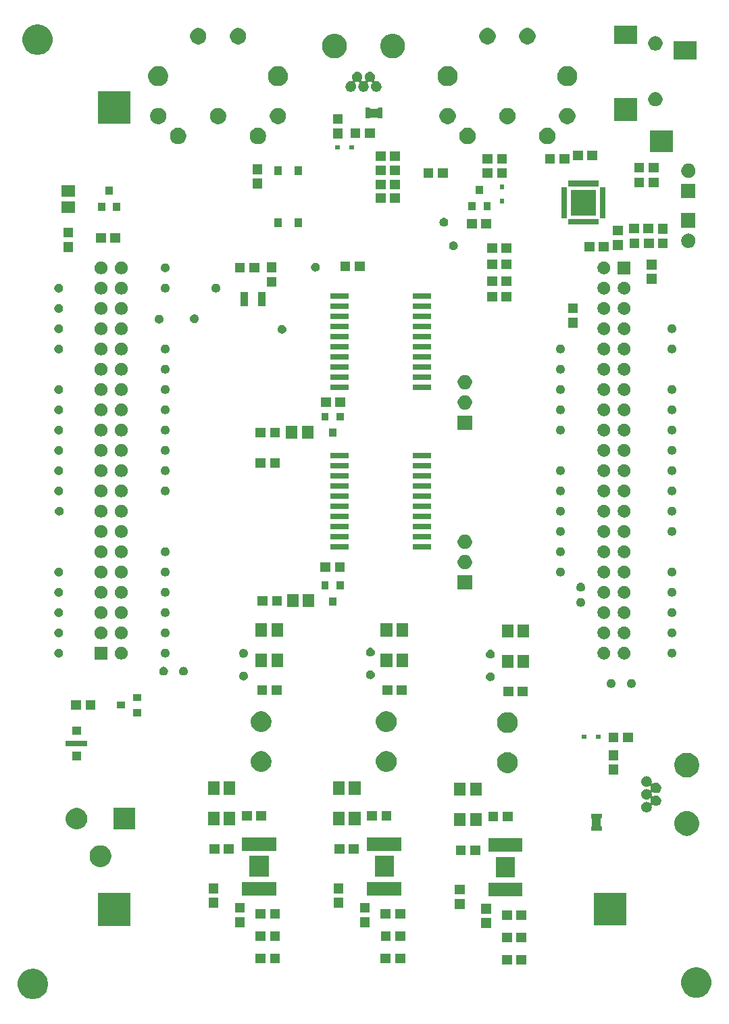
<source format=gbr>
G04 #@! TF.GenerationSoftware,KiCad,Pcbnew,(5.1.5)-3*
G04 #@! TF.CreationDate,2020-05-05T14:29:05+09:00*
G04 #@! TF.ProjectId,kt_sound_prototypeiface,6b745f73-6f75-46e6-945f-70726f746f74,rev?*
G04 #@! TF.SameCoordinates,Original*
G04 #@! TF.FileFunction,Soldermask,Top*
G04 #@! TF.FilePolarity,Negative*
%FSLAX46Y46*%
G04 Gerber Fmt 4.6, Leading zero omitted, Abs format (unit mm)*
G04 Created by KiCad (PCBNEW (5.1.5)-3) date 2020-05-05 14:29:05*
%MOMM*%
%LPD*%
G04 APERTURE LIST*
%ADD10C,0.010000*%
%ADD11C,0.100000*%
G04 APERTURE END LIST*
D10*
G36*
X121698500Y-127046500D02*
G01*
X121698500Y-126046500D01*
X122698500Y-126046500D01*
X122698500Y-127046500D01*
X121698500Y-127046500D01*
G37*
X121698500Y-127046500D02*
X121698500Y-126046500D01*
X122698500Y-126046500D01*
X122698500Y-127046500D01*
X121698500Y-127046500D01*
G36*
X121698500Y-123846500D02*
G01*
X121698500Y-122846500D01*
X122698500Y-122846500D01*
X122698500Y-123846500D01*
X121698500Y-123846500D01*
G37*
X121698500Y-123846500D02*
X121698500Y-122846500D01*
X122698500Y-122846500D01*
X122698500Y-123846500D01*
X121698500Y-123846500D01*
G36*
X120898500Y-125246500D02*
G01*
X120898500Y-124646500D01*
X123498500Y-124646500D01*
X123498500Y-125246500D01*
X120898500Y-125246500D01*
G37*
X120898500Y-125246500D02*
X120898500Y-124646500D01*
X123498500Y-124646500D01*
X123498500Y-125246500D01*
X120898500Y-125246500D01*
D11*
G36*
X117147171Y-153267008D02*
G01*
X117330709Y-153303516D01*
X117473934Y-153362842D01*
X117676486Y-153446741D01*
X117987679Y-153654674D01*
X118252326Y-153919321D01*
X118460259Y-154230514D01*
X118603484Y-154576292D01*
X118676500Y-154943365D01*
X118676500Y-155317635D01*
X118603484Y-155684708D01*
X118460259Y-156030486D01*
X118252326Y-156341679D01*
X117987679Y-156606326D01*
X117676486Y-156814259D01*
X117473934Y-156898158D01*
X117330709Y-156957484D01*
X116963635Y-157030500D01*
X116589365Y-157030500D01*
X116222291Y-156957484D01*
X116079066Y-156898158D01*
X115876514Y-156814259D01*
X115565321Y-156606326D01*
X115300674Y-156341679D01*
X115092741Y-156030486D01*
X114949516Y-155684708D01*
X114876500Y-155317635D01*
X114876500Y-154943365D01*
X114949516Y-154576292D01*
X115092741Y-154230514D01*
X115300674Y-153919321D01*
X115565321Y-153654674D01*
X115876514Y-153446741D01*
X116079066Y-153362842D01*
X116222291Y-153303516D01*
X116405829Y-153267008D01*
X116589365Y-153230500D01*
X116963635Y-153230500D01*
X117147171Y-153267008D01*
G37*
G36*
X200268671Y-153076508D02*
G01*
X200452209Y-153113016D01*
X200595434Y-153172342D01*
X200797986Y-153256241D01*
X201109179Y-153464174D01*
X201373826Y-153728821D01*
X201581759Y-154040014D01*
X201724984Y-154385792D01*
X201798000Y-154752865D01*
X201798000Y-155127135D01*
X201724984Y-155494208D01*
X201581759Y-155839986D01*
X201373826Y-156151179D01*
X201109179Y-156415826D01*
X200797986Y-156623759D01*
X200595434Y-156707658D01*
X200452209Y-156766984D01*
X200268671Y-156803492D01*
X200085135Y-156840000D01*
X199710865Y-156840000D01*
X199527329Y-156803492D01*
X199343791Y-156766984D01*
X199200566Y-156707658D01*
X198998014Y-156623759D01*
X198686821Y-156415826D01*
X198422174Y-156151179D01*
X198214241Y-155839986D01*
X198071016Y-155494208D01*
X197998000Y-155127135D01*
X197998000Y-154752865D01*
X198071016Y-154385792D01*
X198214241Y-154040014D01*
X198422174Y-153728821D01*
X198686821Y-153464174D01*
X198998014Y-153256241D01*
X199200566Y-153172342D01*
X199343791Y-153113016D01*
X199527329Y-153076508D01*
X199710865Y-153040000D01*
X200085135Y-153040000D01*
X200268671Y-153076508D01*
G37*
G36*
X176788500Y-152662000D02*
G01*
X175536500Y-152662000D01*
X175536500Y-151460000D01*
X176788500Y-151460000D01*
X176788500Y-152662000D01*
G37*
G36*
X178588500Y-152662000D02*
G01*
X177336500Y-152662000D01*
X177336500Y-151460000D01*
X178588500Y-151460000D01*
X178588500Y-152662000D01*
G37*
G36*
X147727500Y-152535000D02*
G01*
X146475500Y-152535000D01*
X146475500Y-151333000D01*
X147727500Y-151333000D01*
X147727500Y-152535000D01*
G37*
G36*
X161609500Y-152535000D02*
G01*
X160357500Y-152535000D01*
X160357500Y-151333000D01*
X161609500Y-151333000D01*
X161609500Y-152535000D01*
G37*
G36*
X163409500Y-152535000D02*
G01*
X162157500Y-152535000D01*
X162157500Y-151333000D01*
X163409500Y-151333000D01*
X163409500Y-152535000D01*
G37*
G36*
X145927500Y-152535000D02*
G01*
X144675500Y-152535000D01*
X144675500Y-151333000D01*
X145927500Y-151333000D01*
X145927500Y-152535000D01*
G37*
G36*
X178588500Y-149868000D02*
G01*
X177336500Y-149868000D01*
X177336500Y-148666000D01*
X178588500Y-148666000D01*
X178588500Y-149868000D01*
G37*
G36*
X176788500Y-149868000D02*
G01*
X175536500Y-149868000D01*
X175536500Y-148666000D01*
X176788500Y-148666000D01*
X176788500Y-149868000D01*
G37*
G36*
X161620500Y-149741000D02*
G01*
X160368500Y-149741000D01*
X160368500Y-148539000D01*
X161620500Y-148539000D01*
X161620500Y-149741000D01*
G37*
G36*
X145927500Y-149741000D02*
G01*
X144675500Y-149741000D01*
X144675500Y-148539000D01*
X145927500Y-148539000D01*
X145927500Y-149741000D01*
G37*
G36*
X147727500Y-149741000D02*
G01*
X146475500Y-149741000D01*
X146475500Y-148539000D01*
X147727500Y-148539000D01*
X147727500Y-149741000D01*
G37*
G36*
X163420500Y-149741000D02*
G01*
X162168500Y-149741000D01*
X162168500Y-148539000D01*
X163420500Y-148539000D01*
X163420500Y-149741000D01*
G37*
G36*
X174171000Y-148126000D02*
G01*
X172969000Y-148126000D01*
X172969000Y-146874000D01*
X174171000Y-146874000D01*
X174171000Y-148126000D01*
G37*
G36*
X143310000Y-147999000D02*
G01*
X142108000Y-147999000D01*
X142108000Y-146747000D01*
X143310000Y-146747000D01*
X143310000Y-147999000D01*
G37*
G36*
X158992000Y-147999000D02*
G01*
X157790000Y-147999000D01*
X157790000Y-146747000D01*
X158992000Y-146747000D01*
X158992000Y-147999000D01*
G37*
G36*
X128987500Y-147847000D02*
G01*
X124885500Y-147847000D01*
X124885500Y-143745000D01*
X128987500Y-143745000D01*
X128987500Y-147847000D01*
G37*
G36*
X191154000Y-147783500D02*
G01*
X187052000Y-147783500D01*
X187052000Y-143681500D01*
X191154000Y-143681500D01*
X191154000Y-147783500D01*
G37*
G36*
X176788500Y-147074000D02*
G01*
X175536500Y-147074000D01*
X175536500Y-145872000D01*
X176788500Y-145872000D01*
X176788500Y-147074000D01*
G37*
G36*
X178588500Y-147074000D02*
G01*
X177336500Y-147074000D01*
X177336500Y-145872000D01*
X178588500Y-145872000D01*
X178588500Y-147074000D01*
G37*
G36*
X147727500Y-146947000D02*
G01*
X146475500Y-146947000D01*
X146475500Y-145745000D01*
X147727500Y-145745000D01*
X147727500Y-146947000D01*
G37*
G36*
X145927500Y-146947000D02*
G01*
X144675500Y-146947000D01*
X144675500Y-145745000D01*
X145927500Y-145745000D01*
X145927500Y-146947000D01*
G37*
G36*
X163409500Y-146947000D02*
G01*
X162157500Y-146947000D01*
X162157500Y-145745000D01*
X163409500Y-145745000D01*
X163409500Y-146947000D01*
G37*
G36*
X161609500Y-146947000D02*
G01*
X160357500Y-146947000D01*
X160357500Y-145745000D01*
X161609500Y-145745000D01*
X161609500Y-146947000D01*
G37*
G36*
X174171000Y-146326000D02*
G01*
X172969000Y-146326000D01*
X172969000Y-145074000D01*
X174171000Y-145074000D01*
X174171000Y-146326000D01*
G37*
G36*
X158992000Y-146199000D02*
G01*
X157790000Y-146199000D01*
X157790000Y-144947000D01*
X158992000Y-144947000D01*
X158992000Y-146199000D01*
G37*
G36*
X143310000Y-146199000D02*
G01*
X142108000Y-146199000D01*
X142108000Y-144947000D01*
X143310000Y-144947000D01*
X143310000Y-146199000D01*
G37*
G36*
X170869000Y-145713000D02*
G01*
X169667000Y-145713000D01*
X169667000Y-144461000D01*
X170869000Y-144461000D01*
X170869000Y-145713000D01*
G37*
G36*
X155690000Y-145586000D02*
G01*
X154488000Y-145586000D01*
X154488000Y-144334000D01*
X155690000Y-144334000D01*
X155690000Y-145586000D01*
G37*
G36*
X140008000Y-145586000D02*
G01*
X138806000Y-145586000D01*
X138806000Y-144334000D01*
X140008000Y-144334000D01*
X140008000Y-145586000D01*
G37*
G36*
X178134000Y-144155000D02*
G01*
X173832000Y-144155000D01*
X173832000Y-142453000D01*
X178134000Y-142453000D01*
X178134000Y-144155000D01*
G37*
G36*
X162955000Y-144028000D02*
G01*
X158653000Y-144028000D01*
X158653000Y-142326000D01*
X162955000Y-142326000D01*
X162955000Y-144028000D01*
G37*
G36*
X147273000Y-144028000D02*
G01*
X142971000Y-144028000D01*
X142971000Y-142326000D01*
X147273000Y-142326000D01*
X147273000Y-144028000D01*
G37*
G36*
X170869000Y-143913000D02*
G01*
X169667000Y-143913000D01*
X169667000Y-142661000D01*
X170869000Y-142661000D01*
X170869000Y-143913000D01*
G37*
G36*
X140008000Y-143786000D02*
G01*
X138806000Y-143786000D01*
X138806000Y-142534000D01*
X140008000Y-142534000D01*
X140008000Y-143786000D01*
G37*
G36*
X155690000Y-143786000D02*
G01*
X154488000Y-143786000D01*
X154488000Y-142534000D01*
X155690000Y-142534000D01*
X155690000Y-143786000D01*
G37*
G36*
X177189000Y-141785000D02*
G01*
X174777000Y-141785000D01*
X174777000Y-139223000D01*
X177189000Y-139223000D01*
X177189000Y-141785000D01*
G37*
G36*
X162010000Y-141658000D02*
G01*
X159598000Y-141658000D01*
X159598000Y-139096000D01*
X162010000Y-139096000D01*
X162010000Y-141658000D01*
G37*
G36*
X146328000Y-141658000D02*
G01*
X143916000Y-141658000D01*
X143916000Y-139096000D01*
X146328000Y-139096000D01*
X146328000Y-141658000D01*
G37*
G36*
X125625072Y-137808918D02*
G01*
X125870939Y-137910759D01*
X126092212Y-138058610D01*
X126280390Y-138246788D01*
X126428241Y-138468061D01*
X126530082Y-138713928D01*
X126582000Y-138974938D01*
X126582000Y-139241062D01*
X126530082Y-139502072D01*
X126428241Y-139747939D01*
X126280390Y-139969212D01*
X126092212Y-140157390D01*
X125870939Y-140305241D01*
X125870938Y-140305242D01*
X125870937Y-140305242D01*
X125625072Y-140407082D01*
X125364063Y-140459000D01*
X125097937Y-140459000D01*
X124836928Y-140407082D01*
X124591063Y-140305242D01*
X124591062Y-140305242D01*
X124591061Y-140305241D01*
X124369788Y-140157390D01*
X124181610Y-139969212D01*
X124033759Y-139747939D01*
X123931918Y-139502072D01*
X123880000Y-139241062D01*
X123880000Y-138974938D01*
X123931918Y-138713928D01*
X124033759Y-138468061D01*
X124181610Y-138246788D01*
X124369788Y-138058610D01*
X124591061Y-137910759D01*
X124836928Y-137808918D01*
X125097937Y-137757000D01*
X125364063Y-137757000D01*
X125625072Y-137808918D01*
G37*
G36*
X171010000Y-138946000D02*
G01*
X169758000Y-138946000D01*
X169758000Y-137744000D01*
X171010000Y-137744000D01*
X171010000Y-138946000D01*
G37*
G36*
X172810000Y-138946000D02*
G01*
X171558000Y-138946000D01*
X171558000Y-137744000D01*
X172810000Y-137744000D01*
X172810000Y-138946000D01*
G37*
G36*
X155831000Y-138819000D02*
G01*
X154579000Y-138819000D01*
X154579000Y-137617000D01*
X155831000Y-137617000D01*
X155831000Y-138819000D01*
G37*
G36*
X157631000Y-138819000D02*
G01*
X156379000Y-138819000D01*
X156379000Y-137617000D01*
X157631000Y-137617000D01*
X157631000Y-138819000D01*
G37*
G36*
X141949000Y-138819000D02*
G01*
X140697000Y-138819000D01*
X140697000Y-137617000D01*
X141949000Y-137617000D01*
X141949000Y-138819000D01*
G37*
G36*
X140149000Y-138819000D02*
G01*
X138897000Y-138819000D01*
X138897000Y-137617000D01*
X140149000Y-137617000D01*
X140149000Y-138819000D01*
G37*
G36*
X178134000Y-138555000D02*
G01*
X173832000Y-138555000D01*
X173832000Y-136853000D01*
X178134000Y-136853000D01*
X178134000Y-138555000D01*
G37*
G36*
X162955000Y-138428000D02*
G01*
X158653000Y-138428000D01*
X158653000Y-136726000D01*
X162955000Y-136726000D01*
X162955000Y-138428000D01*
G37*
G36*
X147273000Y-138428000D02*
G01*
X142971000Y-138428000D01*
X142971000Y-136726000D01*
X147273000Y-136726000D01*
X147273000Y-138428000D01*
G37*
G36*
X199016085Y-133488802D02*
G01*
X199165910Y-133518604D01*
X199448174Y-133635521D01*
X199702205Y-133805259D01*
X199918241Y-134021295D01*
X200087979Y-134275326D01*
X200198050Y-134541063D01*
X200204896Y-134557591D01*
X200253527Y-134802072D01*
X200264500Y-134857240D01*
X200264500Y-135162760D01*
X200204896Y-135462410D01*
X200087979Y-135744674D01*
X199918241Y-135998705D01*
X199702205Y-136214741D01*
X199448174Y-136384479D01*
X199165910Y-136501396D01*
X199016085Y-136531198D01*
X198866261Y-136561000D01*
X198560739Y-136561000D01*
X198410915Y-136531198D01*
X198261090Y-136501396D01*
X197978826Y-136384479D01*
X197724795Y-136214741D01*
X197508759Y-135998705D01*
X197339021Y-135744674D01*
X197222104Y-135462410D01*
X197162500Y-135162760D01*
X197162500Y-134857240D01*
X197173474Y-134802072D01*
X197222104Y-134557591D01*
X197228950Y-134541063D01*
X197339021Y-134275326D01*
X197508759Y-134021295D01*
X197724795Y-133805259D01*
X197978826Y-133635521D01*
X198261090Y-133518604D01*
X198410915Y-133488802D01*
X198560739Y-133459000D01*
X198866261Y-133459000D01*
X199016085Y-133488802D01*
G37*
G36*
X188064500Y-134350000D02*
G01*
X188064499Y-134350000D01*
X188040113Y-134352402D01*
X188016664Y-134359515D01*
X187995053Y-134371066D01*
X187976111Y-134386611D01*
X187960566Y-134405553D01*
X187949015Y-134427164D01*
X187941902Y-134450613D01*
X187939500Y-134474999D01*
X187939500Y-135273001D01*
X187941902Y-135297387D01*
X187949015Y-135320836D01*
X187960566Y-135342447D01*
X187976111Y-135361389D01*
X187995053Y-135376934D01*
X188016664Y-135388485D01*
X188040113Y-135395598D01*
X188064499Y-135398000D01*
X188064500Y-135398000D01*
X188064500Y-135950000D01*
X186712500Y-135950000D01*
X186712500Y-135398000D01*
X186712501Y-135398000D01*
X186736887Y-135395598D01*
X186760336Y-135388485D01*
X186781947Y-135376934D01*
X186800889Y-135361389D01*
X186816434Y-135342447D01*
X186827985Y-135320836D01*
X186835098Y-135297387D01*
X186837500Y-135273001D01*
X186837500Y-134474999D01*
X186835098Y-134450613D01*
X186827985Y-134427164D01*
X186816434Y-134405553D01*
X186800889Y-134386611D01*
X186781947Y-134371066D01*
X186760336Y-134359515D01*
X186736887Y-134352402D01*
X186712501Y-134350000D01*
X186712500Y-134350000D01*
X186712500Y-133798000D01*
X188064500Y-133798000D01*
X188064500Y-134350000D01*
G37*
G36*
X129582000Y-135759000D02*
G01*
X126880000Y-135759000D01*
X126880000Y-133057000D01*
X129582000Y-133057000D01*
X129582000Y-135759000D01*
G37*
G36*
X122625072Y-133108918D02*
G01*
X122870939Y-133210759D01*
X122959983Y-133270257D01*
X123092211Y-133358609D01*
X123280391Y-133546789D01*
X123428242Y-133768063D01*
X123530082Y-134013928D01*
X123582000Y-134274937D01*
X123582000Y-134541063D01*
X123530082Y-134802072D01*
X123428242Y-135047937D01*
X123280391Y-135269211D01*
X123092211Y-135457391D01*
X122982328Y-135530813D01*
X122870939Y-135605241D01*
X122870938Y-135605242D01*
X122870937Y-135605242D01*
X122625072Y-135707082D01*
X122364063Y-135759000D01*
X122097937Y-135759000D01*
X121836928Y-135707082D01*
X121591063Y-135605242D01*
X121591062Y-135605242D01*
X121591061Y-135605241D01*
X121479672Y-135530813D01*
X121369789Y-135457391D01*
X121181609Y-135269211D01*
X121033758Y-135047937D01*
X120931918Y-134802072D01*
X120880000Y-134541063D01*
X120880000Y-134274937D01*
X120931918Y-134013928D01*
X121033758Y-133768063D01*
X121181609Y-133546789D01*
X121369789Y-133358609D01*
X121502017Y-133270257D01*
X121591061Y-133210759D01*
X121836928Y-133108918D01*
X122097937Y-133057000D01*
X122364063Y-133057000D01*
X122625072Y-133108918D01*
G37*
G36*
X173010000Y-135361000D02*
G01*
X171558000Y-135361000D01*
X171558000Y-133709000D01*
X173010000Y-133709000D01*
X173010000Y-135361000D01*
G37*
G36*
X171010000Y-135361000D02*
G01*
X169558000Y-135361000D01*
X169558000Y-133709000D01*
X171010000Y-133709000D01*
X171010000Y-135361000D01*
G37*
G36*
X157831000Y-135234000D02*
G01*
X156379000Y-135234000D01*
X156379000Y-133582000D01*
X157831000Y-133582000D01*
X157831000Y-135234000D01*
G37*
G36*
X140149000Y-135234000D02*
G01*
X138697000Y-135234000D01*
X138697000Y-133582000D01*
X140149000Y-133582000D01*
X140149000Y-135234000D01*
G37*
G36*
X142149000Y-135234000D02*
G01*
X140697000Y-135234000D01*
X140697000Y-133582000D01*
X142149000Y-133582000D01*
X142149000Y-135234000D01*
G37*
G36*
X155831000Y-135234000D02*
G01*
X154379000Y-135234000D01*
X154379000Y-133582000D01*
X155831000Y-133582000D01*
X155831000Y-135234000D01*
G37*
G36*
X176874000Y-134755000D02*
G01*
X175622000Y-134755000D01*
X175622000Y-133553000D01*
X176874000Y-133553000D01*
X176874000Y-134755000D01*
G37*
G36*
X175074000Y-134755000D02*
G01*
X173822000Y-134755000D01*
X173822000Y-133553000D01*
X175074000Y-133553000D01*
X175074000Y-134755000D01*
G37*
G36*
X146013000Y-134628000D02*
G01*
X144761000Y-134628000D01*
X144761000Y-133426000D01*
X146013000Y-133426000D01*
X146013000Y-134628000D01*
G37*
G36*
X144213000Y-134628000D02*
G01*
X142961000Y-134628000D01*
X142961000Y-133426000D01*
X144213000Y-133426000D01*
X144213000Y-134628000D01*
G37*
G36*
X159906000Y-134628000D02*
G01*
X158654000Y-134628000D01*
X158654000Y-133426000D01*
X159906000Y-133426000D01*
X159906000Y-134628000D01*
G37*
G36*
X161706000Y-134628000D02*
G01*
X160454000Y-134628000D01*
X160454000Y-133426000D01*
X161706000Y-133426000D01*
X161706000Y-134628000D01*
G37*
G36*
X193854555Y-129130171D02*
G01*
X193973757Y-129179546D01*
X193973759Y-129179547D01*
X194081038Y-129251228D01*
X194172272Y-129342462D01*
X194243953Y-129449741D01*
X194243954Y-129449743D01*
X194293329Y-129568945D01*
X194318500Y-129695487D01*
X194318500Y-129824513D01*
X194305827Y-129888226D01*
X194303425Y-129912613D01*
X194305827Y-129936999D01*
X194312940Y-129960448D01*
X194324491Y-129982058D01*
X194340037Y-130001000D01*
X194358979Y-130016545D01*
X194380589Y-130028096D01*
X194404038Y-130035209D01*
X194428425Y-130037611D01*
X194452811Y-130035209D01*
X194476260Y-130028096D01*
X194497866Y-130016547D01*
X194553241Y-129979547D01*
X194553243Y-129979546D01*
X194672445Y-129930171D01*
X194798987Y-129905000D01*
X194928013Y-129905000D01*
X195054555Y-129930171D01*
X195173757Y-129979546D01*
X195173759Y-129979547D01*
X195281038Y-130051228D01*
X195372272Y-130142462D01*
X195443953Y-130249741D01*
X195443954Y-130249743D01*
X195493329Y-130368945D01*
X195518500Y-130495487D01*
X195518500Y-130624513D01*
X195493329Y-130751055D01*
X195458471Y-130835209D01*
X195443953Y-130870259D01*
X195372272Y-130977538D01*
X195281038Y-131068772D01*
X195173759Y-131140453D01*
X195173758Y-131140454D01*
X195173757Y-131140454D01*
X195054555Y-131189829D01*
X194928013Y-131215000D01*
X194798987Y-131215000D01*
X194672445Y-131189829D01*
X194553243Y-131140454D01*
X194553242Y-131140454D01*
X194553241Y-131140453D01*
X194497866Y-131103453D01*
X194476259Y-131091904D01*
X194452810Y-131084791D01*
X194428424Y-131082389D01*
X194404038Y-131084791D01*
X194380589Y-131091904D01*
X194358978Y-131103455D01*
X194340036Y-131119000D01*
X194324491Y-131137942D01*
X194312940Y-131159553D01*
X194305827Y-131183002D01*
X194303425Y-131207388D01*
X194305827Y-131231774D01*
X194318500Y-131295487D01*
X194318500Y-131424513D01*
X194305827Y-131488226D01*
X194303425Y-131512613D01*
X194305827Y-131536999D01*
X194312940Y-131560448D01*
X194324491Y-131582058D01*
X194340037Y-131601000D01*
X194358979Y-131616545D01*
X194380589Y-131628096D01*
X194404038Y-131635209D01*
X194428425Y-131637611D01*
X194452811Y-131635209D01*
X194476260Y-131628096D01*
X194497866Y-131616547D01*
X194553241Y-131579547D01*
X194553243Y-131579546D01*
X194672445Y-131530171D01*
X194798987Y-131505000D01*
X194928013Y-131505000D01*
X195054555Y-131530171D01*
X195173757Y-131579546D01*
X195173759Y-131579547D01*
X195281038Y-131651228D01*
X195372272Y-131742462D01*
X195443953Y-131849741D01*
X195443954Y-131849743D01*
X195493329Y-131968945D01*
X195518500Y-132095487D01*
X195518500Y-132224513D01*
X195493329Y-132351055D01*
X195458471Y-132435209D01*
X195443953Y-132470259D01*
X195372272Y-132577538D01*
X195281038Y-132668772D01*
X195173759Y-132740453D01*
X195173758Y-132740454D01*
X195173757Y-132740454D01*
X195054555Y-132789829D01*
X194928013Y-132815000D01*
X194798987Y-132815000D01*
X194672445Y-132789829D01*
X194553243Y-132740454D01*
X194553242Y-132740454D01*
X194553241Y-132740453D01*
X194497866Y-132703453D01*
X194476259Y-132691904D01*
X194452810Y-132684791D01*
X194428424Y-132682389D01*
X194404038Y-132684791D01*
X194380589Y-132691904D01*
X194358978Y-132703455D01*
X194340036Y-132719000D01*
X194324491Y-132737942D01*
X194312940Y-132759553D01*
X194305827Y-132783002D01*
X194303425Y-132807388D01*
X194305827Y-132831774D01*
X194318500Y-132895487D01*
X194318500Y-133024513D01*
X194293329Y-133151055D01*
X194243954Y-133270257D01*
X194243953Y-133270259D01*
X194172272Y-133377538D01*
X194081038Y-133468772D01*
X193973759Y-133540453D01*
X193973758Y-133540454D01*
X193973757Y-133540454D01*
X193854555Y-133589829D01*
X193728013Y-133615000D01*
X193598987Y-133615000D01*
X193472445Y-133589829D01*
X193353243Y-133540454D01*
X193353242Y-133540454D01*
X193353241Y-133540453D01*
X193245962Y-133468772D01*
X193154728Y-133377538D01*
X193083047Y-133270259D01*
X193083046Y-133270257D01*
X193033671Y-133151055D01*
X193008500Y-133024513D01*
X193008500Y-132895487D01*
X193033671Y-132768945D01*
X193083046Y-132649743D01*
X193083047Y-132649741D01*
X193154728Y-132542462D01*
X193245962Y-132451228D01*
X193353241Y-132379547D01*
X193353243Y-132379546D01*
X193472445Y-132330171D01*
X193598987Y-132305000D01*
X193728013Y-132305000D01*
X193854555Y-132330171D01*
X193973757Y-132379546D01*
X193973759Y-132379547D01*
X194029134Y-132416547D01*
X194050741Y-132428096D01*
X194074190Y-132435209D01*
X194098576Y-132437611D01*
X194122962Y-132435209D01*
X194146411Y-132428096D01*
X194168022Y-132416545D01*
X194186964Y-132401000D01*
X194202509Y-132382058D01*
X194214060Y-132360447D01*
X194221173Y-132336998D01*
X194223575Y-132312612D01*
X194221173Y-132288226D01*
X194208500Y-132224513D01*
X194208500Y-132095487D01*
X194221173Y-132031774D01*
X194223575Y-132007387D01*
X194221173Y-131983001D01*
X194214060Y-131959552D01*
X194202509Y-131937942D01*
X194186963Y-131919000D01*
X194168021Y-131903455D01*
X194146411Y-131891904D01*
X194122962Y-131884791D01*
X194098575Y-131882389D01*
X194074189Y-131884791D01*
X194050740Y-131891904D01*
X194029134Y-131903453D01*
X193973759Y-131940453D01*
X193973758Y-131940454D01*
X193973757Y-131940454D01*
X193854555Y-131989829D01*
X193728013Y-132015000D01*
X193598987Y-132015000D01*
X193472445Y-131989829D01*
X193353243Y-131940454D01*
X193353242Y-131940454D01*
X193353241Y-131940453D01*
X193245962Y-131868772D01*
X193154728Y-131777538D01*
X193083047Y-131670259D01*
X193068529Y-131635209D01*
X193033671Y-131551055D01*
X193008500Y-131424513D01*
X193008500Y-131295487D01*
X193033671Y-131168945D01*
X193083046Y-131049743D01*
X193083047Y-131049741D01*
X193154728Y-130942462D01*
X193245962Y-130851228D01*
X193353241Y-130779547D01*
X193353243Y-130779546D01*
X193472445Y-130730171D01*
X193598987Y-130705000D01*
X193728013Y-130705000D01*
X193854555Y-130730171D01*
X193973757Y-130779546D01*
X193973759Y-130779547D01*
X194029134Y-130816547D01*
X194050741Y-130828096D01*
X194074190Y-130835209D01*
X194098576Y-130837611D01*
X194122962Y-130835209D01*
X194146411Y-130828096D01*
X194168022Y-130816545D01*
X194186964Y-130801000D01*
X194202509Y-130782058D01*
X194214060Y-130760447D01*
X194221173Y-130736998D01*
X194223575Y-130712612D01*
X194221173Y-130688226D01*
X194208500Y-130624513D01*
X194208500Y-130495487D01*
X194221173Y-130431774D01*
X194223575Y-130407387D01*
X194221173Y-130383001D01*
X194214060Y-130359552D01*
X194202509Y-130337942D01*
X194186963Y-130319000D01*
X194168021Y-130303455D01*
X194146411Y-130291904D01*
X194122962Y-130284791D01*
X194098575Y-130282389D01*
X194074189Y-130284791D01*
X194050740Y-130291904D01*
X194029134Y-130303453D01*
X193973759Y-130340453D01*
X193973758Y-130340454D01*
X193973757Y-130340454D01*
X193854555Y-130389829D01*
X193728013Y-130415000D01*
X193598987Y-130415000D01*
X193472445Y-130389829D01*
X193353243Y-130340454D01*
X193353242Y-130340454D01*
X193353241Y-130340453D01*
X193245962Y-130268772D01*
X193154728Y-130177538D01*
X193083047Y-130070259D01*
X193068529Y-130035209D01*
X193033671Y-129951055D01*
X193008500Y-129824513D01*
X193008500Y-129695487D01*
X193033671Y-129568945D01*
X193083046Y-129449743D01*
X193083047Y-129449741D01*
X193154728Y-129342462D01*
X193245962Y-129251228D01*
X193353241Y-129179547D01*
X193353243Y-129179546D01*
X193472445Y-129130171D01*
X193598987Y-129105000D01*
X193728013Y-129105000D01*
X193854555Y-129130171D01*
G37*
G36*
X173010000Y-131551000D02*
G01*
X171558000Y-131551000D01*
X171558000Y-129899000D01*
X173010000Y-129899000D01*
X173010000Y-131551000D01*
G37*
G36*
X171010000Y-131551000D02*
G01*
X169558000Y-131551000D01*
X169558000Y-129899000D01*
X171010000Y-129899000D01*
X171010000Y-131551000D01*
G37*
G36*
X142149000Y-131424000D02*
G01*
X140697000Y-131424000D01*
X140697000Y-129772000D01*
X142149000Y-129772000D01*
X142149000Y-131424000D01*
G37*
G36*
X140149000Y-131424000D02*
G01*
X138697000Y-131424000D01*
X138697000Y-129772000D01*
X140149000Y-129772000D01*
X140149000Y-131424000D01*
G37*
G36*
X157831000Y-131424000D02*
G01*
X156379000Y-131424000D01*
X156379000Y-129772000D01*
X157831000Y-129772000D01*
X157831000Y-131424000D01*
G37*
G36*
X155831000Y-131424000D02*
G01*
X154379000Y-131424000D01*
X154379000Y-129772000D01*
X155831000Y-129772000D01*
X155831000Y-131424000D01*
G37*
G36*
X199016085Y-126188802D02*
G01*
X199165910Y-126218604D01*
X199448174Y-126335521D01*
X199702205Y-126505259D01*
X199918241Y-126721295D01*
X200087979Y-126975326D01*
X200203766Y-127254863D01*
X200204896Y-127257591D01*
X200264500Y-127557239D01*
X200264500Y-127862761D01*
X200234698Y-128012585D01*
X200204896Y-128162410D01*
X200087979Y-128444674D01*
X199918241Y-128698705D01*
X199702205Y-128914741D01*
X199448174Y-129084479D01*
X199165910Y-129201396D01*
X199016085Y-129231198D01*
X198866261Y-129261000D01*
X198560739Y-129261000D01*
X198410915Y-129231198D01*
X198261090Y-129201396D01*
X197978826Y-129084479D01*
X197724795Y-128914741D01*
X197508759Y-128698705D01*
X197339021Y-128444674D01*
X197222104Y-128162410D01*
X197192302Y-128012585D01*
X197162500Y-127862761D01*
X197162500Y-127557239D01*
X197222104Y-127257591D01*
X197223234Y-127254863D01*
X197339021Y-126975326D01*
X197508759Y-126721295D01*
X197724795Y-126505259D01*
X197978826Y-126335521D01*
X198261090Y-126218604D01*
X198410915Y-126188802D01*
X198560739Y-126159000D01*
X198866261Y-126159000D01*
X199016085Y-126188802D01*
G37*
G36*
X190148500Y-128907000D02*
G01*
X188946500Y-128907000D01*
X188946500Y-127655000D01*
X190148500Y-127655000D01*
X190148500Y-128907000D01*
G37*
G36*
X176616487Y-126131996D02*
G01*
X176853253Y-126230068D01*
X176853255Y-126230069D01*
X177011075Y-126335521D01*
X177066339Y-126372447D01*
X177247553Y-126553661D01*
X177389932Y-126766747D01*
X177488004Y-127003513D01*
X177538000Y-127254861D01*
X177538000Y-127511139D01*
X177488004Y-127762487D01*
X177446469Y-127862760D01*
X177389931Y-127999255D01*
X177247553Y-128212339D01*
X177066339Y-128393553D01*
X176853255Y-128535931D01*
X176853254Y-128535932D01*
X176853253Y-128535932D01*
X176616487Y-128634004D01*
X176365139Y-128684000D01*
X176108861Y-128684000D01*
X175857513Y-128634004D01*
X175620747Y-128535932D01*
X175620746Y-128535932D01*
X175620745Y-128535931D01*
X175407661Y-128393553D01*
X175226447Y-128212339D01*
X175084069Y-127999255D01*
X175027531Y-127862760D01*
X174985996Y-127762487D01*
X174936000Y-127511139D01*
X174936000Y-127254861D01*
X174985996Y-127003513D01*
X175084068Y-126766747D01*
X175226447Y-126553661D01*
X175407661Y-126372447D01*
X175462925Y-126335521D01*
X175620745Y-126230069D01*
X175620747Y-126230068D01*
X175857513Y-126131996D01*
X176108861Y-126082000D01*
X176365139Y-126082000D01*
X176616487Y-126131996D01*
G37*
G36*
X161437487Y-126004996D02*
G01*
X161674253Y-126103068D01*
X161674255Y-126103069D01*
X161887339Y-126245447D01*
X162068553Y-126426661D01*
X162153412Y-126553661D01*
X162210932Y-126639747D01*
X162309004Y-126876513D01*
X162359000Y-127127861D01*
X162359000Y-127384139D01*
X162309004Y-127635487D01*
X162256398Y-127762488D01*
X162210931Y-127872255D01*
X162068553Y-128085339D01*
X161887339Y-128266553D01*
X161674255Y-128408931D01*
X161674254Y-128408932D01*
X161674253Y-128408932D01*
X161437487Y-128507004D01*
X161186139Y-128557000D01*
X160929861Y-128557000D01*
X160678513Y-128507004D01*
X160441747Y-128408932D01*
X160441746Y-128408932D01*
X160441745Y-128408931D01*
X160228661Y-128266553D01*
X160047447Y-128085339D01*
X159905069Y-127872255D01*
X159859602Y-127762488D01*
X159806996Y-127635487D01*
X159757000Y-127384139D01*
X159757000Y-127127861D01*
X159806996Y-126876513D01*
X159905068Y-126639747D01*
X159962589Y-126553661D01*
X160047447Y-126426661D01*
X160228661Y-126245447D01*
X160441745Y-126103069D01*
X160441747Y-126103068D01*
X160678513Y-126004996D01*
X160929861Y-125955000D01*
X161186139Y-125955000D01*
X161437487Y-126004996D01*
G37*
G36*
X145755487Y-126004996D02*
G01*
X145992253Y-126103068D01*
X145992255Y-126103069D01*
X146205339Y-126245447D01*
X146386553Y-126426661D01*
X146471412Y-126553661D01*
X146528932Y-126639747D01*
X146627004Y-126876513D01*
X146677000Y-127127861D01*
X146677000Y-127384139D01*
X146627004Y-127635487D01*
X146574398Y-127762488D01*
X146528931Y-127872255D01*
X146386553Y-128085339D01*
X146205339Y-128266553D01*
X145992255Y-128408931D01*
X145992254Y-128408932D01*
X145992253Y-128408932D01*
X145755487Y-128507004D01*
X145504139Y-128557000D01*
X145247861Y-128557000D01*
X144996513Y-128507004D01*
X144759747Y-128408932D01*
X144759746Y-128408932D01*
X144759745Y-128408931D01*
X144546661Y-128266553D01*
X144365447Y-128085339D01*
X144223069Y-127872255D01*
X144177602Y-127762488D01*
X144124996Y-127635487D01*
X144075000Y-127384139D01*
X144075000Y-127127861D01*
X144124996Y-126876513D01*
X144223068Y-126639747D01*
X144280589Y-126553661D01*
X144365447Y-126426661D01*
X144546661Y-126245447D01*
X144759745Y-126103069D01*
X144759747Y-126103068D01*
X144996513Y-126004996D01*
X145247861Y-125955000D01*
X145504139Y-125955000D01*
X145755487Y-126004996D01*
G37*
G36*
X190148500Y-127107000D02*
G01*
X188946500Y-127107000D01*
X188946500Y-125855000D01*
X190148500Y-125855000D01*
X190148500Y-127107000D01*
G37*
G36*
X191962500Y-124807000D02*
G01*
X190710500Y-124807000D01*
X190710500Y-123605000D01*
X191962500Y-123605000D01*
X191962500Y-124807000D01*
G37*
G36*
X190162500Y-124807000D02*
G01*
X188910500Y-124807000D01*
X188910500Y-123605000D01*
X190162500Y-123605000D01*
X190162500Y-124807000D01*
G37*
G36*
X186144500Y-124393500D02*
G01*
X185562500Y-124393500D01*
X185562500Y-123891500D01*
X186144500Y-123891500D01*
X186144500Y-124393500D01*
G37*
G36*
X187944500Y-124393500D02*
G01*
X187362500Y-124393500D01*
X187362500Y-123891500D01*
X187944500Y-123891500D01*
X187944500Y-124393500D01*
G37*
G36*
X176616487Y-121131996D02*
G01*
X176853253Y-121230068D01*
X176853255Y-121230069D01*
X177066339Y-121372447D01*
X177247553Y-121553661D01*
X177389932Y-121766747D01*
X177488004Y-122003513D01*
X177538000Y-122254861D01*
X177538000Y-122511139D01*
X177488004Y-122762487D01*
X177442537Y-122872253D01*
X177389931Y-122999255D01*
X177247553Y-123212339D01*
X177066339Y-123393553D01*
X176853255Y-123535931D01*
X176853254Y-123535932D01*
X176853253Y-123535932D01*
X176616487Y-123634004D01*
X176365139Y-123684000D01*
X176108861Y-123684000D01*
X175857513Y-123634004D01*
X175620747Y-123535932D01*
X175620746Y-123535932D01*
X175620745Y-123535931D01*
X175407661Y-123393553D01*
X175226447Y-123212339D01*
X175084069Y-122999255D01*
X175031463Y-122872253D01*
X174985996Y-122762487D01*
X174936000Y-122511139D01*
X174936000Y-122254861D01*
X174985996Y-122003513D01*
X175084068Y-121766747D01*
X175226447Y-121553661D01*
X175407661Y-121372447D01*
X175620745Y-121230069D01*
X175620747Y-121230068D01*
X175857513Y-121131996D01*
X176108861Y-121082000D01*
X176365139Y-121082000D01*
X176616487Y-121131996D01*
G37*
G36*
X145755487Y-121004996D02*
G01*
X145992253Y-121103068D01*
X145992255Y-121103069D01*
X146205339Y-121245447D01*
X146386553Y-121426661D01*
X146471412Y-121553661D01*
X146528932Y-121639747D01*
X146627004Y-121876513D01*
X146677000Y-122127861D01*
X146677000Y-122384139D01*
X146627004Y-122635487D01*
X146574398Y-122762488D01*
X146528931Y-122872255D01*
X146386553Y-123085339D01*
X146205339Y-123266553D01*
X145992255Y-123408931D01*
X145992254Y-123408932D01*
X145992253Y-123408932D01*
X145755487Y-123507004D01*
X145504139Y-123557000D01*
X145247861Y-123557000D01*
X144996513Y-123507004D01*
X144759747Y-123408932D01*
X144759746Y-123408932D01*
X144759745Y-123408931D01*
X144546661Y-123266553D01*
X144365447Y-123085339D01*
X144223069Y-122872255D01*
X144177602Y-122762488D01*
X144124996Y-122635487D01*
X144075000Y-122384139D01*
X144075000Y-122127861D01*
X144124996Y-121876513D01*
X144223068Y-121639747D01*
X144280589Y-121553661D01*
X144365447Y-121426661D01*
X144546661Y-121245447D01*
X144759745Y-121103069D01*
X144759747Y-121103068D01*
X144996513Y-121004996D01*
X145247861Y-120955000D01*
X145504139Y-120955000D01*
X145755487Y-121004996D01*
G37*
G36*
X161437487Y-121004996D02*
G01*
X161674253Y-121103068D01*
X161674255Y-121103069D01*
X161887339Y-121245447D01*
X162068553Y-121426661D01*
X162153412Y-121553661D01*
X162210932Y-121639747D01*
X162309004Y-121876513D01*
X162359000Y-122127861D01*
X162359000Y-122384139D01*
X162309004Y-122635487D01*
X162256398Y-122762488D01*
X162210931Y-122872255D01*
X162068553Y-123085339D01*
X161887339Y-123266553D01*
X161674255Y-123408931D01*
X161674254Y-123408932D01*
X161674253Y-123408932D01*
X161437487Y-123507004D01*
X161186139Y-123557000D01*
X160929861Y-123557000D01*
X160678513Y-123507004D01*
X160441747Y-123408932D01*
X160441746Y-123408932D01*
X160441745Y-123408931D01*
X160228661Y-123266553D01*
X160047447Y-123085339D01*
X159905069Y-122872255D01*
X159859602Y-122762488D01*
X159806996Y-122635487D01*
X159757000Y-122384139D01*
X159757000Y-122127861D01*
X159806996Y-121876513D01*
X159905068Y-121639747D01*
X159962589Y-121553661D01*
X160047447Y-121426661D01*
X160228661Y-121245447D01*
X160441745Y-121103069D01*
X160441747Y-121103068D01*
X160678513Y-121004996D01*
X160929861Y-120955000D01*
X161186139Y-120955000D01*
X161437487Y-121004996D01*
G37*
G36*
X130319500Y-121582500D02*
G01*
X129317500Y-121582500D01*
X129317500Y-120680500D01*
X130319500Y-120680500D01*
X130319500Y-121582500D01*
G37*
G36*
X124613500Y-120785000D02*
G01*
X123361500Y-120785000D01*
X123361500Y-119583000D01*
X124613500Y-119583000D01*
X124613500Y-120785000D01*
G37*
G36*
X122813500Y-120785000D02*
G01*
X121561500Y-120785000D01*
X121561500Y-119583000D01*
X122813500Y-119583000D01*
X122813500Y-120785000D01*
G37*
G36*
X128319500Y-120632500D02*
G01*
X127317500Y-120632500D01*
X127317500Y-119730500D01*
X128319500Y-119730500D01*
X128319500Y-120632500D01*
G37*
G36*
X130319500Y-119682500D02*
G01*
X129317500Y-119682500D01*
X129317500Y-118780500D01*
X130319500Y-118780500D01*
X130319500Y-119682500D01*
G37*
G36*
X176979000Y-119070500D02*
G01*
X175727000Y-119070500D01*
X175727000Y-117868500D01*
X176979000Y-117868500D01*
X176979000Y-119070500D01*
G37*
G36*
X178779000Y-119070500D02*
G01*
X177527000Y-119070500D01*
X177527000Y-117868500D01*
X178779000Y-117868500D01*
X178779000Y-119070500D01*
G37*
G36*
X163600000Y-118943500D02*
G01*
X162348000Y-118943500D01*
X162348000Y-117741500D01*
X163600000Y-117741500D01*
X163600000Y-118943500D01*
G37*
G36*
X146118000Y-118943500D02*
G01*
X144866000Y-118943500D01*
X144866000Y-117741500D01*
X146118000Y-117741500D01*
X146118000Y-118943500D01*
G37*
G36*
X147918000Y-118943500D02*
G01*
X146666000Y-118943500D01*
X146666000Y-117741500D01*
X147918000Y-117741500D01*
X147918000Y-118943500D01*
G37*
G36*
X161800000Y-118943500D02*
G01*
X160548000Y-118943500D01*
X160548000Y-117741500D01*
X161800000Y-117741500D01*
X161800000Y-118943500D01*
G37*
G36*
X191930721Y-116945174D02*
G01*
X192030995Y-116986709D01*
X192075812Y-117016655D01*
X192121242Y-117047010D01*
X192197990Y-117123758D01*
X192226633Y-117166625D01*
X192258291Y-117214005D01*
X192299826Y-117314279D01*
X192321000Y-117420730D01*
X192321000Y-117529270D01*
X192299826Y-117635721D01*
X192258291Y-117735995D01*
X192228345Y-117780812D01*
X192197990Y-117826242D01*
X192121242Y-117902990D01*
X192075812Y-117933345D01*
X192030995Y-117963291D01*
X191930721Y-118004826D01*
X191824270Y-118026000D01*
X191715730Y-118026000D01*
X191609279Y-118004826D01*
X191509005Y-117963291D01*
X191464188Y-117933345D01*
X191418758Y-117902990D01*
X191342010Y-117826242D01*
X191311655Y-117780812D01*
X191281709Y-117735995D01*
X191240174Y-117635721D01*
X191219000Y-117529270D01*
X191219000Y-117420730D01*
X191240174Y-117314279D01*
X191281709Y-117214005D01*
X191313367Y-117166625D01*
X191342010Y-117123758D01*
X191418758Y-117047010D01*
X191464188Y-117016655D01*
X191509005Y-116986709D01*
X191609279Y-116945174D01*
X191715730Y-116924000D01*
X191824270Y-116924000D01*
X191930721Y-116945174D01*
G37*
G36*
X189390721Y-116945174D02*
G01*
X189490995Y-116986709D01*
X189535812Y-117016655D01*
X189581242Y-117047010D01*
X189657990Y-117123758D01*
X189686633Y-117166625D01*
X189718291Y-117214005D01*
X189759826Y-117314279D01*
X189781000Y-117420730D01*
X189781000Y-117529270D01*
X189759826Y-117635721D01*
X189718291Y-117735995D01*
X189688345Y-117780812D01*
X189657990Y-117826242D01*
X189581242Y-117902990D01*
X189535812Y-117933345D01*
X189490995Y-117963291D01*
X189390721Y-118004826D01*
X189284270Y-118026000D01*
X189175730Y-118026000D01*
X189069279Y-118004826D01*
X188969005Y-117963291D01*
X188924188Y-117933345D01*
X188878758Y-117902990D01*
X188802010Y-117826242D01*
X188771655Y-117780812D01*
X188741709Y-117735995D01*
X188700174Y-117635721D01*
X188679000Y-117529270D01*
X188679000Y-117420730D01*
X188700174Y-117314279D01*
X188741709Y-117214005D01*
X188773367Y-117166625D01*
X188802010Y-117123758D01*
X188878758Y-117047010D01*
X188924188Y-117016655D01*
X188969005Y-116986709D01*
X189069279Y-116945174D01*
X189175730Y-116924000D01*
X189284270Y-116924000D01*
X189390721Y-116945174D01*
G37*
G36*
X174257121Y-116106974D02*
G01*
X174357395Y-116148509D01*
X174357396Y-116148510D01*
X174447642Y-116208810D01*
X174524390Y-116285558D01*
X174524391Y-116285560D01*
X174584691Y-116375805D01*
X174626226Y-116476079D01*
X174647400Y-116582530D01*
X174647400Y-116691070D01*
X174626226Y-116797521D01*
X174584691Y-116897795D01*
X174584690Y-116897796D01*
X174524390Y-116988042D01*
X174447642Y-117064790D01*
X174415599Y-117086200D01*
X174357395Y-117125091D01*
X174257121Y-117166626D01*
X174150670Y-117187800D01*
X174042130Y-117187800D01*
X173935679Y-117166626D01*
X173835405Y-117125091D01*
X173777201Y-117086200D01*
X173745158Y-117064790D01*
X173668410Y-116988042D01*
X173608110Y-116897796D01*
X173608109Y-116897795D01*
X173566574Y-116797521D01*
X173545400Y-116691070D01*
X173545400Y-116582530D01*
X173566574Y-116476079D01*
X173608109Y-116375805D01*
X173668409Y-116285560D01*
X173668410Y-116285558D01*
X173745158Y-116208810D01*
X173835404Y-116148510D01*
X173835405Y-116148509D01*
X173935679Y-116106974D01*
X174042130Y-116085800D01*
X174150670Y-116085800D01*
X174257121Y-116106974D01*
G37*
G36*
X143324721Y-116005374D02*
G01*
X143424995Y-116046909D01*
X143424996Y-116046910D01*
X143515242Y-116107210D01*
X143591990Y-116183958D01*
X143608595Y-116208809D01*
X143652291Y-116274205D01*
X143693826Y-116374479D01*
X143715000Y-116480930D01*
X143715000Y-116589470D01*
X143693826Y-116695921D01*
X143652291Y-116796195D01*
X143652290Y-116796196D01*
X143591990Y-116886442D01*
X143515242Y-116963190D01*
X143478051Y-116988040D01*
X143424995Y-117023491D01*
X143324721Y-117065026D01*
X143218270Y-117086200D01*
X143109730Y-117086200D01*
X143003279Y-117065026D01*
X142903005Y-117023491D01*
X142849949Y-116988040D01*
X142812758Y-116963190D01*
X142736010Y-116886442D01*
X142675710Y-116796196D01*
X142675709Y-116796195D01*
X142634174Y-116695921D01*
X142613000Y-116589470D01*
X142613000Y-116480930D01*
X142634174Y-116374479D01*
X142675709Y-116274205D01*
X142719405Y-116208809D01*
X142736010Y-116183958D01*
X142812758Y-116107210D01*
X142903004Y-116046910D01*
X142903005Y-116046909D01*
X143003279Y-116005374D01*
X143109730Y-115984200D01*
X143218270Y-115984200D01*
X143324721Y-116005374D01*
G37*
G36*
X159229921Y-115852974D02*
G01*
X159330195Y-115894509D01*
X159330196Y-115894510D01*
X159420442Y-115954810D01*
X159497190Y-116031558D01*
X159497191Y-116031560D01*
X159557491Y-116121805D01*
X159599026Y-116222079D01*
X159620200Y-116328530D01*
X159620200Y-116437070D01*
X159599026Y-116543521D01*
X159557491Y-116643795D01*
X159557490Y-116643796D01*
X159497190Y-116734042D01*
X159420442Y-116810790D01*
X159375012Y-116841145D01*
X159330195Y-116871091D01*
X159229921Y-116912626D01*
X159123470Y-116933800D01*
X159014930Y-116933800D01*
X158908479Y-116912626D01*
X158808205Y-116871091D01*
X158763388Y-116841145D01*
X158717958Y-116810790D01*
X158641210Y-116734042D01*
X158580910Y-116643796D01*
X158580909Y-116643795D01*
X158539374Y-116543521D01*
X158518200Y-116437070D01*
X158518200Y-116328530D01*
X158539374Y-116222079D01*
X158580909Y-116121805D01*
X158641209Y-116031560D01*
X158641210Y-116031558D01*
X158717958Y-115954810D01*
X158808204Y-115894510D01*
X158808205Y-115894509D01*
X158908479Y-115852974D01*
X159014930Y-115831800D01*
X159123470Y-115831800D01*
X159229921Y-115852974D01*
G37*
G36*
X135796721Y-115395774D02*
G01*
X135896995Y-115437309D01*
X135896996Y-115437310D01*
X135987242Y-115497610D01*
X136063990Y-115574358D01*
X136063991Y-115574360D01*
X136124291Y-115664605D01*
X136165826Y-115764879D01*
X136187000Y-115871330D01*
X136187000Y-115979870D01*
X136165826Y-116086321D01*
X136124291Y-116186595D01*
X136124290Y-116186596D01*
X136063990Y-116276842D01*
X135987242Y-116353590D01*
X135955979Y-116374479D01*
X135896995Y-116413891D01*
X135796721Y-116455426D01*
X135690270Y-116476600D01*
X135581730Y-116476600D01*
X135475279Y-116455426D01*
X135375005Y-116413891D01*
X135316021Y-116374479D01*
X135284758Y-116353590D01*
X135208010Y-116276842D01*
X135147710Y-116186596D01*
X135147709Y-116186595D01*
X135106174Y-116086321D01*
X135085000Y-115979870D01*
X135085000Y-115871330D01*
X135106174Y-115764879D01*
X135147709Y-115664605D01*
X135208009Y-115574360D01*
X135208010Y-115574358D01*
X135284758Y-115497610D01*
X135375004Y-115437310D01*
X135375005Y-115437309D01*
X135475279Y-115395774D01*
X135581730Y-115374600D01*
X135690270Y-115374600D01*
X135796721Y-115395774D01*
G37*
G36*
X133307521Y-115395774D02*
G01*
X133407795Y-115437309D01*
X133407796Y-115437310D01*
X133498042Y-115497610D01*
X133574790Y-115574358D01*
X133574791Y-115574360D01*
X133635091Y-115664605D01*
X133676626Y-115764879D01*
X133697800Y-115871330D01*
X133697800Y-115979870D01*
X133676626Y-116086321D01*
X133635091Y-116186595D01*
X133635090Y-116186596D01*
X133574790Y-116276842D01*
X133498042Y-116353590D01*
X133466779Y-116374479D01*
X133407795Y-116413891D01*
X133307521Y-116455426D01*
X133201070Y-116476600D01*
X133092530Y-116476600D01*
X132986079Y-116455426D01*
X132885805Y-116413891D01*
X132826821Y-116374479D01*
X132795558Y-116353590D01*
X132718810Y-116276842D01*
X132658510Y-116186596D01*
X132658509Y-116186595D01*
X132616974Y-116086321D01*
X132595800Y-115979870D01*
X132595800Y-115871330D01*
X132616974Y-115764879D01*
X132658509Y-115664605D01*
X132718809Y-115574360D01*
X132718810Y-115574358D01*
X132795558Y-115497610D01*
X132885804Y-115437310D01*
X132885805Y-115437309D01*
X132986079Y-115395774D01*
X133092530Y-115374600D01*
X133201070Y-115374600D01*
X133307521Y-115395774D01*
G37*
G36*
X178979000Y-115549000D02*
G01*
X177527000Y-115549000D01*
X177527000Y-113897000D01*
X178979000Y-113897000D01*
X178979000Y-115549000D01*
G37*
G36*
X176979000Y-115549000D02*
G01*
X175527000Y-115549000D01*
X175527000Y-113897000D01*
X176979000Y-113897000D01*
X176979000Y-115549000D01*
G37*
G36*
X163800000Y-115422000D02*
G01*
X162348000Y-115422000D01*
X162348000Y-113770000D01*
X163800000Y-113770000D01*
X163800000Y-115422000D01*
G37*
G36*
X161800000Y-115422000D02*
G01*
X160348000Y-115422000D01*
X160348000Y-113770000D01*
X161800000Y-113770000D01*
X161800000Y-115422000D01*
G37*
G36*
X148118000Y-115422000D02*
G01*
X146666000Y-115422000D01*
X146666000Y-113770000D01*
X148118000Y-113770000D01*
X148118000Y-115422000D01*
G37*
G36*
X146118000Y-115422000D02*
G01*
X144666000Y-115422000D01*
X144666000Y-113770000D01*
X146118000Y-113770000D01*
X146118000Y-115422000D01*
G37*
G36*
X126111000Y-114466000D02*
G01*
X124509000Y-114466000D01*
X124509000Y-112864000D01*
X126111000Y-112864000D01*
X126111000Y-114466000D01*
G37*
G36*
X191083642Y-112894781D02*
G01*
X191229414Y-112955162D01*
X191229416Y-112955163D01*
X191360608Y-113042822D01*
X191472178Y-113154392D01*
X191507268Y-113206909D01*
X191559838Y-113285586D01*
X191620219Y-113431358D01*
X191651000Y-113586107D01*
X191651000Y-113743893D01*
X191620219Y-113898642D01*
X191559838Y-114044414D01*
X191559837Y-114044416D01*
X191472178Y-114175608D01*
X191360608Y-114287178D01*
X191229416Y-114374837D01*
X191229415Y-114374838D01*
X191229414Y-114374838D01*
X191083642Y-114435219D01*
X190928893Y-114466000D01*
X190771107Y-114466000D01*
X190616358Y-114435219D01*
X190470586Y-114374838D01*
X190470585Y-114374838D01*
X190470584Y-114374837D01*
X190339392Y-114287178D01*
X190227822Y-114175608D01*
X190140163Y-114044416D01*
X190140162Y-114044414D01*
X190079781Y-113898642D01*
X190049000Y-113743893D01*
X190049000Y-113586107D01*
X190079781Y-113431358D01*
X190140162Y-113285586D01*
X190192732Y-113206909D01*
X190227822Y-113154392D01*
X190339392Y-113042822D01*
X190470584Y-112955163D01*
X190470586Y-112955162D01*
X190616358Y-112894781D01*
X190771107Y-112864000D01*
X190928893Y-112864000D01*
X191083642Y-112894781D01*
G37*
G36*
X188543642Y-112894781D02*
G01*
X188689414Y-112955162D01*
X188689416Y-112955163D01*
X188820608Y-113042822D01*
X188932178Y-113154392D01*
X188967268Y-113206909D01*
X189019838Y-113285586D01*
X189080219Y-113431358D01*
X189111000Y-113586107D01*
X189111000Y-113743893D01*
X189080219Y-113898642D01*
X189019838Y-114044414D01*
X189019837Y-114044416D01*
X188932178Y-114175608D01*
X188820608Y-114287178D01*
X188689416Y-114374837D01*
X188689415Y-114374838D01*
X188689414Y-114374838D01*
X188543642Y-114435219D01*
X188388893Y-114466000D01*
X188231107Y-114466000D01*
X188076358Y-114435219D01*
X187930586Y-114374838D01*
X187930585Y-114374838D01*
X187930584Y-114374837D01*
X187799392Y-114287178D01*
X187687822Y-114175608D01*
X187600163Y-114044416D01*
X187600162Y-114044414D01*
X187539781Y-113898642D01*
X187509000Y-113743893D01*
X187509000Y-113586107D01*
X187539781Y-113431358D01*
X187600162Y-113285586D01*
X187652732Y-113206909D01*
X187687822Y-113154392D01*
X187799392Y-113042822D01*
X187930584Y-112955163D01*
X187930586Y-112955162D01*
X188076358Y-112894781D01*
X188231107Y-112864000D01*
X188388893Y-112864000D01*
X188543642Y-112894781D01*
G37*
G36*
X128083642Y-112894781D02*
G01*
X128229414Y-112955162D01*
X128229416Y-112955163D01*
X128360608Y-113042822D01*
X128472178Y-113154392D01*
X128507268Y-113206909D01*
X128559838Y-113285586D01*
X128620219Y-113431358D01*
X128651000Y-113586107D01*
X128651000Y-113743893D01*
X128620219Y-113898642D01*
X128559838Y-114044414D01*
X128559837Y-114044416D01*
X128472178Y-114175608D01*
X128360608Y-114287178D01*
X128229416Y-114374837D01*
X128229415Y-114374838D01*
X128229414Y-114374838D01*
X128083642Y-114435219D01*
X127928893Y-114466000D01*
X127771107Y-114466000D01*
X127616358Y-114435219D01*
X127470586Y-114374838D01*
X127470585Y-114374838D01*
X127470584Y-114374837D01*
X127339392Y-114287178D01*
X127227822Y-114175608D01*
X127140163Y-114044416D01*
X127140162Y-114044414D01*
X127079781Y-113898642D01*
X127049000Y-113743893D01*
X127049000Y-113586107D01*
X127079781Y-113431358D01*
X127140162Y-113285586D01*
X127192732Y-113206909D01*
X127227822Y-113154392D01*
X127339392Y-113042822D01*
X127470584Y-112955163D01*
X127470586Y-112955162D01*
X127616358Y-112894781D01*
X127771107Y-112864000D01*
X127928893Y-112864000D01*
X128083642Y-112894781D01*
G37*
G36*
X174257121Y-113266974D02*
G01*
X174357395Y-113308509D01*
X174402212Y-113338455D01*
X174447642Y-113368810D01*
X174524390Y-113445558D01*
X174524391Y-113445560D01*
X174584691Y-113535805D01*
X174626226Y-113636079D01*
X174647400Y-113742530D01*
X174647400Y-113851070D01*
X174626226Y-113957521D01*
X174584691Y-114057795D01*
X174584690Y-114057796D01*
X174524390Y-114148042D01*
X174447642Y-114224790D01*
X174415599Y-114246200D01*
X174357395Y-114285091D01*
X174257121Y-114326626D01*
X174150670Y-114347800D01*
X174042130Y-114347800D01*
X173935679Y-114326626D01*
X173835405Y-114285091D01*
X173777201Y-114246200D01*
X173745158Y-114224790D01*
X173668410Y-114148042D01*
X173608110Y-114057796D01*
X173608109Y-114057795D01*
X173566574Y-113957521D01*
X173545400Y-113851070D01*
X173545400Y-113742530D01*
X173566574Y-113636079D01*
X173608109Y-113535805D01*
X173668409Y-113445560D01*
X173668410Y-113445558D01*
X173745158Y-113368810D01*
X173790588Y-113338455D01*
X173835405Y-113308509D01*
X173935679Y-113266974D01*
X174042130Y-113245800D01*
X174150670Y-113245800D01*
X174257121Y-113266974D01*
G37*
G36*
X143324721Y-113165374D02*
G01*
X143424995Y-113206909D01*
X143424996Y-113206910D01*
X143515242Y-113267210D01*
X143591990Y-113343958D01*
X143591991Y-113343960D01*
X143652291Y-113434205D01*
X143693826Y-113534479D01*
X143715000Y-113640930D01*
X143715000Y-113749470D01*
X143693826Y-113855921D01*
X143652291Y-113956195D01*
X143652290Y-113956196D01*
X143591990Y-114046442D01*
X143515242Y-114123190D01*
X143478051Y-114148040D01*
X143424995Y-114183491D01*
X143324721Y-114225026D01*
X143218270Y-114246200D01*
X143109730Y-114246200D01*
X143003279Y-114225026D01*
X142903005Y-114183491D01*
X142849949Y-114148040D01*
X142812758Y-114123190D01*
X142736010Y-114046442D01*
X142675710Y-113956196D01*
X142675709Y-113956195D01*
X142634174Y-113855921D01*
X142613000Y-113749470D01*
X142613000Y-113640930D01*
X142634174Y-113534479D01*
X142675709Y-113434205D01*
X142736009Y-113343960D01*
X142736010Y-113343958D01*
X142812758Y-113267210D01*
X142903004Y-113206910D01*
X142903005Y-113206909D01*
X143003279Y-113165374D01*
X143109730Y-113144200D01*
X143218270Y-113144200D01*
X143324721Y-113165374D01*
G37*
G36*
X133510721Y-113135174D02*
G01*
X133610995Y-113176709D01*
X133610996Y-113176710D01*
X133701242Y-113237010D01*
X133777990Y-113313758D01*
X133777991Y-113313760D01*
X133838291Y-113404005D01*
X133879826Y-113504279D01*
X133901000Y-113610730D01*
X133901000Y-113719270D01*
X133879826Y-113825721D01*
X133838291Y-113925995D01*
X133838290Y-113925996D01*
X133777990Y-114016242D01*
X133701242Y-114092990D01*
X133656044Y-114123190D01*
X133610995Y-114153291D01*
X133510721Y-114194826D01*
X133404270Y-114216000D01*
X133295730Y-114216000D01*
X133189279Y-114194826D01*
X133089005Y-114153291D01*
X133043956Y-114123190D01*
X132998758Y-114092990D01*
X132922010Y-114016242D01*
X132861710Y-113925996D01*
X132861709Y-113925995D01*
X132820174Y-113825721D01*
X132799000Y-113719270D01*
X132799000Y-113610730D01*
X132820174Y-113504279D01*
X132861709Y-113404005D01*
X132922009Y-113313760D01*
X132922010Y-113313758D01*
X132998758Y-113237010D01*
X133089004Y-113176710D01*
X133089005Y-113176709D01*
X133189279Y-113135174D01*
X133295730Y-113114000D01*
X133404270Y-113114000D01*
X133510721Y-113135174D01*
G37*
G36*
X197010721Y-113135174D02*
G01*
X197110995Y-113176709D01*
X197110996Y-113176710D01*
X197201242Y-113237010D01*
X197277990Y-113313758D01*
X197277991Y-113313760D01*
X197338291Y-113404005D01*
X197379826Y-113504279D01*
X197401000Y-113610730D01*
X197401000Y-113719270D01*
X197379826Y-113825721D01*
X197338291Y-113925995D01*
X197338290Y-113925996D01*
X197277990Y-114016242D01*
X197201242Y-114092990D01*
X197156044Y-114123190D01*
X197110995Y-114153291D01*
X197010721Y-114194826D01*
X196904270Y-114216000D01*
X196795730Y-114216000D01*
X196689279Y-114194826D01*
X196589005Y-114153291D01*
X196543956Y-114123190D01*
X196498758Y-114092990D01*
X196422010Y-114016242D01*
X196361710Y-113925996D01*
X196361709Y-113925995D01*
X196320174Y-113825721D01*
X196299000Y-113719270D01*
X196299000Y-113610730D01*
X196320174Y-113504279D01*
X196361709Y-113404005D01*
X196422009Y-113313760D01*
X196422010Y-113313758D01*
X196498758Y-113237010D01*
X196589004Y-113176710D01*
X196589005Y-113176709D01*
X196689279Y-113135174D01*
X196795730Y-113114000D01*
X196904270Y-113114000D01*
X197010721Y-113135174D01*
G37*
G36*
X120175721Y-113135174D02*
G01*
X120275995Y-113176709D01*
X120275996Y-113176710D01*
X120366242Y-113237010D01*
X120442990Y-113313758D01*
X120442991Y-113313760D01*
X120503291Y-113404005D01*
X120544826Y-113504279D01*
X120566000Y-113610730D01*
X120566000Y-113719270D01*
X120544826Y-113825721D01*
X120503291Y-113925995D01*
X120503290Y-113925996D01*
X120442990Y-114016242D01*
X120366242Y-114092990D01*
X120321044Y-114123190D01*
X120275995Y-114153291D01*
X120175721Y-114194826D01*
X120069270Y-114216000D01*
X119960730Y-114216000D01*
X119854279Y-114194826D01*
X119754005Y-114153291D01*
X119708956Y-114123190D01*
X119663758Y-114092990D01*
X119587010Y-114016242D01*
X119526710Y-113925996D01*
X119526709Y-113925995D01*
X119485174Y-113825721D01*
X119464000Y-113719270D01*
X119464000Y-113610730D01*
X119485174Y-113504279D01*
X119526709Y-113404005D01*
X119587009Y-113313760D01*
X119587010Y-113313758D01*
X119663758Y-113237010D01*
X119754004Y-113176710D01*
X119754005Y-113176709D01*
X119854279Y-113135174D01*
X119960730Y-113114000D01*
X120069270Y-113114000D01*
X120175721Y-113135174D01*
G37*
G36*
X159229921Y-113012974D02*
G01*
X159330195Y-113054509D01*
X159330196Y-113054510D01*
X159420442Y-113114810D01*
X159497190Y-113191558D01*
X159497191Y-113191560D01*
X159557491Y-113281805D01*
X159599026Y-113382079D01*
X159620200Y-113488530D01*
X159620200Y-113597070D01*
X159599026Y-113703521D01*
X159557491Y-113803795D01*
X159557490Y-113803796D01*
X159497190Y-113894042D01*
X159420442Y-113970790D01*
X159375012Y-114001145D01*
X159330195Y-114031091D01*
X159229921Y-114072626D01*
X159123470Y-114093800D01*
X159014930Y-114093800D01*
X158908479Y-114072626D01*
X158808205Y-114031091D01*
X158763388Y-114001145D01*
X158717958Y-113970790D01*
X158641210Y-113894042D01*
X158580910Y-113803796D01*
X158580909Y-113803795D01*
X158539374Y-113703521D01*
X158518200Y-113597070D01*
X158518200Y-113488530D01*
X158539374Y-113382079D01*
X158580909Y-113281805D01*
X158641209Y-113191560D01*
X158641210Y-113191558D01*
X158717958Y-113114810D01*
X158808204Y-113054510D01*
X158808205Y-113054509D01*
X158908479Y-113012974D01*
X159014930Y-112991800D01*
X159123470Y-112991800D01*
X159229921Y-113012974D01*
G37*
G36*
X125543642Y-110354781D02*
G01*
X125689414Y-110415162D01*
X125689416Y-110415163D01*
X125820608Y-110502822D01*
X125932178Y-110614392D01*
X125947090Y-110636710D01*
X126019838Y-110745586D01*
X126080219Y-110891358D01*
X126111000Y-111046107D01*
X126111000Y-111203893D01*
X126080219Y-111358642D01*
X126031508Y-111476240D01*
X126019837Y-111504416D01*
X125932178Y-111635608D01*
X125820608Y-111747178D01*
X125689416Y-111834837D01*
X125689415Y-111834838D01*
X125689414Y-111834838D01*
X125543642Y-111895219D01*
X125388893Y-111926000D01*
X125231107Y-111926000D01*
X125076358Y-111895219D01*
X124930586Y-111834838D01*
X124930585Y-111834838D01*
X124930584Y-111834837D01*
X124799392Y-111747178D01*
X124687822Y-111635608D01*
X124600163Y-111504416D01*
X124588492Y-111476240D01*
X124539781Y-111358642D01*
X124509000Y-111203893D01*
X124509000Y-111046107D01*
X124539781Y-110891358D01*
X124600162Y-110745586D01*
X124672910Y-110636710D01*
X124687822Y-110614392D01*
X124799392Y-110502822D01*
X124930584Y-110415163D01*
X124930586Y-110415162D01*
X125076358Y-110354781D01*
X125231107Y-110324000D01*
X125388893Y-110324000D01*
X125543642Y-110354781D01*
G37*
G36*
X128083642Y-110354781D02*
G01*
X128229414Y-110415162D01*
X128229416Y-110415163D01*
X128360608Y-110502822D01*
X128472178Y-110614392D01*
X128487090Y-110636710D01*
X128559838Y-110745586D01*
X128620219Y-110891358D01*
X128651000Y-111046107D01*
X128651000Y-111203893D01*
X128620219Y-111358642D01*
X128571508Y-111476240D01*
X128559837Y-111504416D01*
X128472178Y-111635608D01*
X128360608Y-111747178D01*
X128229416Y-111834837D01*
X128229415Y-111834838D01*
X128229414Y-111834838D01*
X128083642Y-111895219D01*
X127928893Y-111926000D01*
X127771107Y-111926000D01*
X127616358Y-111895219D01*
X127470586Y-111834838D01*
X127470585Y-111834838D01*
X127470584Y-111834837D01*
X127339392Y-111747178D01*
X127227822Y-111635608D01*
X127140163Y-111504416D01*
X127128492Y-111476240D01*
X127079781Y-111358642D01*
X127049000Y-111203893D01*
X127049000Y-111046107D01*
X127079781Y-110891358D01*
X127140162Y-110745586D01*
X127212910Y-110636710D01*
X127227822Y-110614392D01*
X127339392Y-110502822D01*
X127470584Y-110415163D01*
X127470586Y-110415162D01*
X127616358Y-110354781D01*
X127771107Y-110324000D01*
X127928893Y-110324000D01*
X128083642Y-110354781D01*
G37*
G36*
X188543642Y-110354781D02*
G01*
X188689414Y-110415162D01*
X188689416Y-110415163D01*
X188820608Y-110502822D01*
X188932178Y-110614392D01*
X188947090Y-110636710D01*
X189019838Y-110745586D01*
X189080219Y-110891358D01*
X189111000Y-111046107D01*
X189111000Y-111203893D01*
X189080219Y-111358642D01*
X189031508Y-111476240D01*
X189019837Y-111504416D01*
X188932178Y-111635608D01*
X188820608Y-111747178D01*
X188689416Y-111834837D01*
X188689415Y-111834838D01*
X188689414Y-111834838D01*
X188543642Y-111895219D01*
X188388893Y-111926000D01*
X188231107Y-111926000D01*
X188076358Y-111895219D01*
X187930586Y-111834838D01*
X187930585Y-111834838D01*
X187930584Y-111834837D01*
X187799392Y-111747178D01*
X187687822Y-111635608D01*
X187600163Y-111504416D01*
X187588492Y-111476240D01*
X187539781Y-111358642D01*
X187509000Y-111203893D01*
X187509000Y-111046107D01*
X187539781Y-110891358D01*
X187600162Y-110745586D01*
X187672910Y-110636710D01*
X187687822Y-110614392D01*
X187799392Y-110502822D01*
X187930584Y-110415163D01*
X187930586Y-110415162D01*
X188076358Y-110354781D01*
X188231107Y-110324000D01*
X188388893Y-110324000D01*
X188543642Y-110354781D01*
G37*
G36*
X191083642Y-110354781D02*
G01*
X191229414Y-110415162D01*
X191229416Y-110415163D01*
X191360608Y-110502822D01*
X191472178Y-110614392D01*
X191487090Y-110636710D01*
X191559838Y-110745586D01*
X191620219Y-110891358D01*
X191651000Y-111046107D01*
X191651000Y-111203893D01*
X191620219Y-111358642D01*
X191571508Y-111476240D01*
X191559837Y-111504416D01*
X191472178Y-111635608D01*
X191360608Y-111747178D01*
X191229416Y-111834837D01*
X191229415Y-111834838D01*
X191229414Y-111834838D01*
X191083642Y-111895219D01*
X190928893Y-111926000D01*
X190771107Y-111926000D01*
X190616358Y-111895219D01*
X190470586Y-111834838D01*
X190470585Y-111834838D01*
X190470584Y-111834837D01*
X190339392Y-111747178D01*
X190227822Y-111635608D01*
X190140163Y-111504416D01*
X190128492Y-111476240D01*
X190079781Y-111358642D01*
X190049000Y-111203893D01*
X190049000Y-111046107D01*
X190079781Y-110891358D01*
X190140162Y-110745586D01*
X190212910Y-110636710D01*
X190227822Y-110614392D01*
X190339392Y-110502822D01*
X190470584Y-110415163D01*
X190470586Y-110415162D01*
X190616358Y-110354781D01*
X190771107Y-110324000D01*
X190928893Y-110324000D01*
X191083642Y-110354781D01*
G37*
G36*
X176979000Y-111739000D02*
G01*
X175527000Y-111739000D01*
X175527000Y-110087000D01*
X176979000Y-110087000D01*
X176979000Y-111739000D01*
G37*
G36*
X178979000Y-111739000D02*
G01*
X177527000Y-111739000D01*
X177527000Y-110087000D01*
X178979000Y-110087000D01*
X178979000Y-111739000D01*
G37*
G36*
X120175721Y-110595174D02*
G01*
X120275995Y-110636709D01*
X120275996Y-110636710D01*
X120366242Y-110697010D01*
X120442990Y-110773758D01*
X120442991Y-110773760D01*
X120503291Y-110864005D01*
X120544826Y-110964279D01*
X120566000Y-111070730D01*
X120566000Y-111179270D01*
X120544826Y-111285721D01*
X120503291Y-111385995D01*
X120503290Y-111385996D01*
X120442990Y-111476242D01*
X120366242Y-111552990D01*
X120320812Y-111583345D01*
X120275995Y-111613291D01*
X120175721Y-111654826D01*
X120069270Y-111676000D01*
X119960730Y-111676000D01*
X119854279Y-111654826D01*
X119754005Y-111613291D01*
X119709188Y-111583345D01*
X119663758Y-111552990D01*
X119587010Y-111476242D01*
X119526710Y-111385996D01*
X119526709Y-111385995D01*
X119485174Y-111285721D01*
X119464000Y-111179270D01*
X119464000Y-111070730D01*
X119485174Y-110964279D01*
X119526709Y-110864005D01*
X119587009Y-110773760D01*
X119587010Y-110773758D01*
X119663758Y-110697010D01*
X119754004Y-110636710D01*
X119754005Y-110636709D01*
X119854279Y-110595174D01*
X119960730Y-110574000D01*
X120069270Y-110574000D01*
X120175721Y-110595174D01*
G37*
G36*
X133510721Y-110595174D02*
G01*
X133610995Y-110636709D01*
X133610996Y-110636710D01*
X133701242Y-110697010D01*
X133777990Y-110773758D01*
X133777991Y-110773760D01*
X133838291Y-110864005D01*
X133879826Y-110964279D01*
X133901000Y-111070730D01*
X133901000Y-111179270D01*
X133879826Y-111285721D01*
X133838291Y-111385995D01*
X133838290Y-111385996D01*
X133777990Y-111476242D01*
X133701242Y-111552990D01*
X133655812Y-111583345D01*
X133610995Y-111613291D01*
X133510721Y-111654826D01*
X133404270Y-111676000D01*
X133295730Y-111676000D01*
X133189279Y-111654826D01*
X133089005Y-111613291D01*
X133044188Y-111583345D01*
X132998758Y-111552990D01*
X132922010Y-111476242D01*
X132861710Y-111385996D01*
X132861709Y-111385995D01*
X132820174Y-111285721D01*
X132799000Y-111179270D01*
X132799000Y-111070730D01*
X132820174Y-110964279D01*
X132861709Y-110864005D01*
X132922009Y-110773760D01*
X132922010Y-110773758D01*
X132998758Y-110697010D01*
X133089004Y-110636710D01*
X133089005Y-110636709D01*
X133189279Y-110595174D01*
X133295730Y-110574000D01*
X133404270Y-110574000D01*
X133510721Y-110595174D01*
G37*
G36*
X197010721Y-110595174D02*
G01*
X197110995Y-110636709D01*
X197110996Y-110636710D01*
X197201242Y-110697010D01*
X197277990Y-110773758D01*
X197277991Y-110773760D01*
X197338291Y-110864005D01*
X197379826Y-110964279D01*
X197401000Y-111070730D01*
X197401000Y-111179270D01*
X197379826Y-111285721D01*
X197338291Y-111385995D01*
X197338290Y-111385996D01*
X197277990Y-111476242D01*
X197201242Y-111552990D01*
X197155812Y-111583345D01*
X197110995Y-111613291D01*
X197010721Y-111654826D01*
X196904270Y-111676000D01*
X196795730Y-111676000D01*
X196689279Y-111654826D01*
X196589005Y-111613291D01*
X196544188Y-111583345D01*
X196498758Y-111552990D01*
X196422010Y-111476242D01*
X196361710Y-111385996D01*
X196361709Y-111385995D01*
X196320174Y-111285721D01*
X196299000Y-111179270D01*
X196299000Y-111070730D01*
X196320174Y-110964279D01*
X196361709Y-110864005D01*
X196422009Y-110773760D01*
X196422010Y-110773758D01*
X196498758Y-110697010D01*
X196589004Y-110636710D01*
X196589005Y-110636709D01*
X196689279Y-110595174D01*
X196795730Y-110574000D01*
X196904270Y-110574000D01*
X197010721Y-110595174D01*
G37*
G36*
X163800000Y-111612000D02*
G01*
X162348000Y-111612000D01*
X162348000Y-109960000D01*
X163800000Y-109960000D01*
X163800000Y-111612000D01*
G37*
G36*
X148118000Y-111612000D02*
G01*
X146666000Y-111612000D01*
X146666000Y-109960000D01*
X148118000Y-109960000D01*
X148118000Y-111612000D01*
G37*
G36*
X146118000Y-111612000D02*
G01*
X144666000Y-111612000D01*
X144666000Y-109960000D01*
X146118000Y-109960000D01*
X146118000Y-111612000D01*
G37*
G36*
X161800000Y-111612000D02*
G01*
X160348000Y-111612000D01*
X160348000Y-109960000D01*
X161800000Y-109960000D01*
X161800000Y-111612000D01*
G37*
G36*
X125543642Y-107814781D02*
G01*
X125667295Y-107866000D01*
X125689416Y-107875163D01*
X125820608Y-107962822D01*
X125932178Y-108074392D01*
X125947090Y-108096710D01*
X126019838Y-108205586D01*
X126080219Y-108351358D01*
X126111000Y-108506107D01*
X126111000Y-108663893D01*
X126080219Y-108818642D01*
X126031508Y-108936240D01*
X126019837Y-108964416D01*
X125932178Y-109095608D01*
X125820608Y-109207178D01*
X125689416Y-109294837D01*
X125689415Y-109294838D01*
X125689414Y-109294838D01*
X125543642Y-109355219D01*
X125388893Y-109386000D01*
X125231107Y-109386000D01*
X125076358Y-109355219D01*
X124930586Y-109294838D01*
X124930585Y-109294838D01*
X124930584Y-109294837D01*
X124799392Y-109207178D01*
X124687822Y-109095608D01*
X124600163Y-108964416D01*
X124588492Y-108936240D01*
X124539781Y-108818642D01*
X124509000Y-108663893D01*
X124509000Y-108506107D01*
X124539781Y-108351358D01*
X124600162Y-108205586D01*
X124672910Y-108096710D01*
X124687822Y-108074392D01*
X124799392Y-107962822D01*
X124930584Y-107875163D01*
X124952705Y-107866000D01*
X125076358Y-107814781D01*
X125231107Y-107784000D01*
X125388893Y-107784000D01*
X125543642Y-107814781D01*
G37*
G36*
X188543642Y-107814781D02*
G01*
X188667295Y-107866000D01*
X188689416Y-107875163D01*
X188820608Y-107962822D01*
X188932178Y-108074392D01*
X188947090Y-108096710D01*
X189019838Y-108205586D01*
X189080219Y-108351358D01*
X189111000Y-108506107D01*
X189111000Y-108663893D01*
X189080219Y-108818642D01*
X189031508Y-108936240D01*
X189019837Y-108964416D01*
X188932178Y-109095608D01*
X188820608Y-109207178D01*
X188689416Y-109294837D01*
X188689415Y-109294838D01*
X188689414Y-109294838D01*
X188543642Y-109355219D01*
X188388893Y-109386000D01*
X188231107Y-109386000D01*
X188076358Y-109355219D01*
X187930586Y-109294838D01*
X187930585Y-109294838D01*
X187930584Y-109294837D01*
X187799392Y-109207178D01*
X187687822Y-109095608D01*
X187600163Y-108964416D01*
X187588492Y-108936240D01*
X187539781Y-108818642D01*
X187509000Y-108663893D01*
X187509000Y-108506107D01*
X187539781Y-108351358D01*
X187600162Y-108205586D01*
X187672910Y-108096710D01*
X187687822Y-108074392D01*
X187799392Y-107962822D01*
X187930584Y-107875163D01*
X187952705Y-107866000D01*
X188076358Y-107814781D01*
X188231107Y-107784000D01*
X188388893Y-107784000D01*
X188543642Y-107814781D01*
G37*
G36*
X128083642Y-107814781D02*
G01*
X128207295Y-107866000D01*
X128229416Y-107875163D01*
X128360608Y-107962822D01*
X128472178Y-108074392D01*
X128487090Y-108096710D01*
X128559838Y-108205586D01*
X128620219Y-108351358D01*
X128651000Y-108506107D01*
X128651000Y-108663893D01*
X128620219Y-108818642D01*
X128571508Y-108936240D01*
X128559837Y-108964416D01*
X128472178Y-109095608D01*
X128360608Y-109207178D01*
X128229416Y-109294837D01*
X128229415Y-109294838D01*
X128229414Y-109294838D01*
X128083642Y-109355219D01*
X127928893Y-109386000D01*
X127771107Y-109386000D01*
X127616358Y-109355219D01*
X127470586Y-109294838D01*
X127470585Y-109294838D01*
X127470584Y-109294837D01*
X127339392Y-109207178D01*
X127227822Y-109095608D01*
X127140163Y-108964416D01*
X127128492Y-108936240D01*
X127079781Y-108818642D01*
X127049000Y-108663893D01*
X127049000Y-108506107D01*
X127079781Y-108351358D01*
X127140162Y-108205586D01*
X127212910Y-108096710D01*
X127227822Y-108074392D01*
X127339392Y-107962822D01*
X127470584Y-107875163D01*
X127492705Y-107866000D01*
X127616358Y-107814781D01*
X127771107Y-107784000D01*
X127928893Y-107784000D01*
X128083642Y-107814781D01*
G37*
G36*
X191083642Y-107814781D02*
G01*
X191207295Y-107866000D01*
X191229416Y-107875163D01*
X191360608Y-107962822D01*
X191472178Y-108074392D01*
X191487090Y-108096710D01*
X191559838Y-108205586D01*
X191620219Y-108351358D01*
X191651000Y-108506107D01*
X191651000Y-108663893D01*
X191620219Y-108818642D01*
X191571508Y-108936240D01*
X191559837Y-108964416D01*
X191472178Y-109095608D01*
X191360608Y-109207178D01*
X191229416Y-109294837D01*
X191229415Y-109294838D01*
X191229414Y-109294838D01*
X191083642Y-109355219D01*
X190928893Y-109386000D01*
X190771107Y-109386000D01*
X190616358Y-109355219D01*
X190470586Y-109294838D01*
X190470585Y-109294838D01*
X190470584Y-109294837D01*
X190339392Y-109207178D01*
X190227822Y-109095608D01*
X190140163Y-108964416D01*
X190128492Y-108936240D01*
X190079781Y-108818642D01*
X190049000Y-108663893D01*
X190049000Y-108506107D01*
X190079781Y-108351358D01*
X190140162Y-108205586D01*
X190212910Y-108096710D01*
X190227822Y-108074392D01*
X190339392Y-107962822D01*
X190470584Y-107875163D01*
X190492705Y-107866000D01*
X190616358Y-107814781D01*
X190771107Y-107784000D01*
X190928893Y-107784000D01*
X191083642Y-107814781D01*
G37*
G36*
X120175721Y-108055174D02*
G01*
X120275995Y-108096709D01*
X120275996Y-108096710D01*
X120366242Y-108157010D01*
X120442990Y-108233758D01*
X120442991Y-108233760D01*
X120503291Y-108324005D01*
X120544826Y-108424279D01*
X120566000Y-108530730D01*
X120566000Y-108639270D01*
X120544826Y-108745721D01*
X120503291Y-108845995D01*
X120503290Y-108845996D01*
X120442990Y-108936242D01*
X120366242Y-109012990D01*
X120320812Y-109043345D01*
X120275995Y-109073291D01*
X120175721Y-109114826D01*
X120069270Y-109136000D01*
X119960730Y-109136000D01*
X119854279Y-109114826D01*
X119754005Y-109073291D01*
X119709188Y-109043345D01*
X119663758Y-109012990D01*
X119587010Y-108936242D01*
X119526710Y-108845996D01*
X119526709Y-108845995D01*
X119485174Y-108745721D01*
X119464000Y-108639270D01*
X119464000Y-108530730D01*
X119485174Y-108424279D01*
X119526709Y-108324005D01*
X119587009Y-108233760D01*
X119587010Y-108233758D01*
X119663758Y-108157010D01*
X119754004Y-108096710D01*
X119754005Y-108096709D01*
X119854279Y-108055174D01*
X119960730Y-108034000D01*
X120069270Y-108034000D01*
X120175721Y-108055174D01*
G37*
G36*
X197010721Y-108055174D02*
G01*
X197110995Y-108096709D01*
X197110996Y-108096710D01*
X197201242Y-108157010D01*
X197277990Y-108233758D01*
X197277991Y-108233760D01*
X197338291Y-108324005D01*
X197379826Y-108424279D01*
X197401000Y-108530730D01*
X197401000Y-108639270D01*
X197379826Y-108745721D01*
X197338291Y-108845995D01*
X197338290Y-108845996D01*
X197277990Y-108936242D01*
X197201242Y-109012990D01*
X197155812Y-109043345D01*
X197110995Y-109073291D01*
X197010721Y-109114826D01*
X196904270Y-109136000D01*
X196795730Y-109136000D01*
X196689279Y-109114826D01*
X196589005Y-109073291D01*
X196544188Y-109043345D01*
X196498758Y-109012990D01*
X196422010Y-108936242D01*
X196361710Y-108845996D01*
X196361709Y-108845995D01*
X196320174Y-108745721D01*
X196299000Y-108639270D01*
X196299000Y-108530730D01*
X196320174Y-108424279D01*
X196361709Y-108324005D01*
X196422009Y-108233760D01*
X196422010Y-108233758D01*
X196498758Y-108157010D01*
X196589004Y-108096710D01*
X196589005Y-108096709D01*
X196689279Y-108055174D01*
X196795730Y-108034000D01*
X196904270Y-108034000D01*
X197010721Y-108055174D01*
G37*
G36*
X133510721Y-108055174D02*
G01*
X133610995Y-108096709D01*
X133610996Y-108096710D01*
X133701242Y-108157010D01*
X133777990Y-108233758D01*
X133777991Y-108233760D01*
X133838291Y-108324005D01*
X133879826Y-108424279D01*
X133901000Y-108530730D01*
X133901000Y-108639270D01*
X133879826Y-108745721D01*
X133838291Y-108845995D01*
X133838290Y-108845996D01*
X133777990Y-108936242D01*
X133701242Y-109012990D01*
X133655812Y-109043345D01*
X133610995Y-109073291D01*
X133510721Y-109114826D01*
X133404270Y-109136000D01*
X133295730Y-109136000D01*
X133189279Y-109114826D01*
X133089005Y-109073291D01*
X133044188Y-109043345D01*
X132998758Y-109012990D01*
X132922010Y-108936242D01*
X132861710Y-108845996D01*
X132861709Y-108845995D01*
X132820174Y-108745721D01*
X132799000Y-108639270D01*
X132799000Y-108530730D01*
X132820174Y-108424279D01*
X132861709Y-108324005D01*
X132922009Y-108233760D01*
X132922010Y-108233758D01*
X132998758Y-108157010D01*
X133089004Y-108096710D01*
X133089005Y-108096709D01*
X133189279Y-108055174D01*
X133295730Y-108034000D01*
X133404270Y-108034000D01*
X133510721Y-108055174D01*
G37*
G36*
X150055000Y-107929000D02*
G01*
X148603000Y-107929000D01*
X148603000Y-106277000D01*
X150055000Y-106277000D01*
X150055000Y-107929000D01*
G37*
G36*
X152055000Y-107929000D02*
G01*
X150603000Y-107929000D01*
X150603000Y-106277000D01*
X152055000Y-106277000D01*
X152055000Y-107929000D01*
G37*
G36*
X185580721Y-106785174D02*
G01*
X185680995Y-106826709D01*
X185680996Y-106826710D01*
X185771242Y-106887010D01*
X185847990Y-106963758D01*
X185847991Y-106963760D01*
X185908291Y-107054005D01*
X185949826Y-107154279D01*
X185971000Y-107260730D01*
X185971000Y-107369270D01*
X185949826Y-107475721D01*
X185908291Y-107575995D01*
X185908290Y-107575996D01*
X185847990Y-107666242D01*
X185771242Y-107742990D01*
X185725812Y-107773345D01*
X185680995Y-107803291D01*
X185580721Y-107844826D01*
X185474270Y-107866000D01*
X185365730Y-107866000D01*
X185259279Y-107844826D01*
X185159005Y-107803291D01*
X185114188Y-107773345D01*
X185068758Y-107742990D01*
X184992010Y-107666242D01*
X184931710Y-107575996D01*
X184931709Y-107575995D01*
X184890174Y-107475721D01*
X184869000Y-107369270D01*
X184869000Y-107260730D01*
X184890174Y-107154279D01*
X184931709Y-107054005D01*
X184992009Y-106963760D01*
X184992010Y-106963758D01*
X185068758Y-106887010D01*
X185159004Y-106826710D01*
X185159005Y-106826709D01*
X185259279Y-106785174D01*
X185365730Y-106764000D01*
X185474270Y-106764000D01*
X185580721Y-106785174D01*
G37*
G36*
X154780500Y-107715000D02*
G01*
X153878500Y-107715000D01*
X153878500Y-106713000D01*
X154780500Y-106713000D01*
X154780500Y-107715000D01*
G37*
G36*
X147981500Y-107704000D02*
G01*
X146729500Y-107704000D01*
X146729500Y-106502000D01*
X147981500Y-106502000D01*
X147981500Y-107704000D01*
G37*
G36*
X146181500Y-107704000D02*
G01*
X144929500Y-107704000D01*
X144929500Y-106502000D01*
X146181500Y-106502000D01*
X146181500Y-107704000D01*
G37*
G36*
X125543642Y-105274781D02*
G01*
X125689414Y-105335162D01*
X125689416Y-105335163D01*
X125820608Y-105422822D01*
X125932178Y-105534392D01*
X125987380Y-105617009D01*
X126019838Y-105665586D01*
X126080219Y-105811358D01*
X126111000Y-105966107D01*
X126111000Y-106123893D01*
X126080219Y-106278642D01*
X126031508Y-106396240D01*
X126019837Y-106424416D01*
X125932178Y-106555608D01*
X125820608Y-106667178D01*
X125689416Y-106754837D01*
X125689415Y-106754838D01*
X125689414Y-106754838D01*
X125543642Y-106815219D01*
X125388893Y-106846000D01*
X125231107Y-106846000D01*
X125076358Y-106815219D01*
X124930586Y-106754838D01*
X124930585Y-106754838D01*
X124930584Y-106754837D01*
X124799392Y-106667178D01*
X124687822Y-106555608D01*
X124600163Y-106424416D01*
X124588492Y-106396240D01*
X124539781Y-106278642D01*
X124509000Y-106123893D01*
X124509000Y-105966107D01*
X124539781Y-105811358D01*
X124600162Y-105665586D01*
X124632620Y-105617009D01*
X124687822Y-105534392D01*
X124799392Y-105422822D01*
X124930584Y-105335163D01*
X124930586Y-105335162D01*
X125076358Y-105274781D01*
X125231107Y-105244000D01*
X125388893Y-105244000D01*
X125543642Y-105274781D01*
G37*
G36*
X128083642Y-105274781D02*
G01*
X128229414Y-105335162D01*
X128229416Y-105335163D01*
X128360608Y-105422822D01*
X128472178Y-105534392D01*
X128527380Y-105617009D01*
X128559838Y-105665586D01*
X128620219Y-105811358D01*
X128651000Y-105966107D01*
X128651000Y-106123893D01*
X128620219Y-106278642D01*
X128571508Y-106396240D01*
X128559837Y-106424416D01*
X128472178Y-106555608D01*
X128360608Y-106667178D01*
X128229416Y-106754837D01*
X128229415Y-106754838D01*
X128229414Y-106754838D01*
X128083642Y-106815219D01*
X127928893Y-106846000D01*
X127771107Y-106846000D01*
X127616358Y-106815219D01*
X127470586Y-106754838D01*
X127470585Y-106754838D01*
X127470584Y-106754837D01*
X127339392Y-106667178D01*
X127227822Y-106555608D01*
X127140163Y-106424416D01*
X127128492Y-106396240D01*
X127079781Y-106278642D01*
X127049000Y-106123893D01*
X127049000Y-105966107D01*
X127079781Y-105811358D01*
X127140162Y-105665586D01*
X127172620Y-105617009D01*
X127227822Y-105534392D01*
X127339392Y-105422822D01*
X127470584Y-105335163D01*
X127470586Y-105335162D01*
X127616358Y-105274781D01*
X127771107Y-105244000D01*
X127928893Y-105244000D01*
X128083642Y-105274781D01*
G37*
G36*
X188543642Y-105274781D02*
G01*
X188689414Y-105335162D01*
X188689416Y-105335163D01*
X188820608Y-105422822D01*
X188932178Y-105534392D01*
X188987380Y-105617009D01*
X189019838Y-105665586D01*
X189080219Y-105811358D01*
X189111000Y-105966107D01*
X189111000Y-106123893D01*
X189080219Y-106278642D01*
X189031508Y-106396240D01*
X189019837Y-106424416D01*
X188932178Y-106555608D01*
X188820608Y-106667178D01*
X188689416Y-106754837D01*
X188689415Y-106754838D01*
X188689414Y-106754838D01*
X188543642Y-106815219D01*
X188388893Y-106846000D01*
X188231107Y-106846000D01*
X188076358Y-106815219D01*
X187930586Y-106754838D01*
X187930585Y-106754838D01*
X187930584Y-106754837D01*
X187799392Y-106667178D01*
X187687822Y-106555608D01*
X187600163Y-106424416D01*
X187588492Y-106396240D01*
X187539781Y-106278642D01*
X187509000Y-106123893D01*
X187509000Y-105966107D01*
X187539781Y-105811358D01*
X187600162Y-105665586D01*
X187632620Y-105617009D01*
X187687822Y-105534392D01*
X187799392Y-105422822D01*
X187930584Y-105335163D01*
X187930586Y-105335162D01*
X188076358Y-105274781D01*
X188231107Y-105244000D01*
X188388893Y-105244000D01*
X188543642Y-105274781D01*
G37*
G36*
X191083642Y-105274781D02*
G01*
X191229414Y-105335162D01*
X191229416Y-105335163D01*
X191360608Y-105422822D01*
X191472178Y-105534392D01*
X191527380Y-105617009D01*
X191559838Y-105665586D01*
X191620219Y-105811358D01*
X191651000Y-105966107D01*
X191651000Y-106123893D01*
X191620219Y-106278642D01*
X191571508Y-106396240D01*
X191559837Y-106424416D01*
X191472178Y-106555608D01*
X191360608Y-106667178D01*
X191229416Y-106754837D01*
X191229415Y-106754838D01*
X191229414Y-106754838D01*
X191083642Y-106815219D01*
X190928893Y-106846000D01*
X190771107Y-106846000D01*
X190616358Y-106815219D01*
X190470586Y-106754838D01*
X190470585Y-106754838D01*
X190470584Y-106754837D01*
X190339392Y-106667178D01*
X190227822Y-106555608D01*
X190140163Y-106424416D01*
X190128492Y-106396240D01*
X190079781Y-106278642D01*
X190049000Y-106123893D01*
X190049000Y-105966107D01*
X190079781Y-105811358D01*
X190140162Y-105665586D01*
X190172620Y-105617009D01*
X190227822Y-105534392D01*
X190339392Y-105422822D01*
X190470584Y-105335163D01*
X190470586Y-105335162D01*
X190616358Y-105274781D01*
X190771107Y-105244000D01*
X190928893Y-105244000D01*
X191083642Y-105274781D01*
G37*
G36*
X120175721Y-105515174D02*
G01*
X120275995Y-105556709D01*
X120275996Y-105556710D01*
X120366242Y-105617010D01*
X120442990Y-105693758D01*
X120442991Y-105693760D01*
X120503291Y-105784005D01*
X120544826Y-105884279D01*
X120566000Y-105990730D01*
X120566000Y-106099270D01*
X120544826Y-106205721D01*
X120503291Y-106305995D01*
X120503290Y-106305996D01*
X120442990Y-106396242D01*
X120366242Y-106472990D01*
X120322825Y-106502000D01*
X120275995Y-106533291D01*
X120175721Y-106574826D01*
X120069270Y-106596000D01*
X119960730Y-106596000D01*
X119854279Y-106574826D01*
X119754005Y-106533291D01*
X119707175Y-106502000D01*
X119663758Y-106472990D01*
X119587010Y-106396242D01*
X119526710Y-106305996D01*
X119526709Y-106305995D01*
X119485174Y-106205721D01*
X119464000Y-106099270D01*
X119464000Y-105990730D01*
X119485174Y-105884279D01*
X119526709Y-105784005D01*
X119587009Y-105693760D01*
X119587010Y-105693758D01*
X119663758Y-105617010D01*
X119754004Y-105556710D01*
X119754005Y-105556709D01*
X119854279Y-105515174D01*
X119960730Y-105494000D01*
X120069270Y-105494000D01*
X120175721Y-105515174D01*
G37*
G36*
X197010721Y-105515174D02*
G01*
X197110995Y-105556709D01*
X197110996Y-105556710D01*
X197201242Y-105617010D01*
X197277990Y-105693758D01*
X197277991Y-105693760D01*
X197338291Y-105784005D01*
X197379826Y-105884279D01*
X197401000Y-105990730D01*
X197401000Y-106099270D01*
X197379826Y-106205721D01*
X197338291Y-106305995D01*
X197338290Y-106305996D01*
X197277990Y-106396242D01*
X197201242Y-106472990D01*
X197157825Y-106502000D01*
X197110995Y-106533291D01*
X197010721Y-106574826D01*
X196904270Y-106596000D01*
X196795730Y-106596000D01*
X196689279Y-106574826D01*
X196589005Y-106533291D01*
X196542175Y-106502000D01*
X196498758Y-106472990D01*
X196422010Y-106396242D01*
X196361710Y-106305996D01*
X196361709Y-106305995D01*
X196320174Y-106205721D01*
X196299000Y-106099270D01*
X196299000Y-105990730D01*
X196320174Y-105884279D01*
X196361709Y-105784005D01*
X196422009Y-105693760D01*
X196422010Y-105693758D01*
X196498758Y-105617010D01*
X196589004Y-105556710D01*
X196589005Y-105556709D01*
X196689279Y-105515174D01*
X196795730Y-105494000D01*
X196904270Y-105494000D01*
X197010721Y-105515174D01*
G37*
G36*
X133510721Y-105515174D02*
G01*
X133610995Y-105556709D01*
X133610996Y-105556710D01*
X133701242Y-105617010D01*
X133777990Y-105693758D01*
X133777991Y-105693760D01*
X133838291Y-105784005D01*
X133879826Y-105884279D01*
X133901000Y-105990730D01*
X133901000Y-106099270D01*
X133879826Y-106205721D01*
X133838291Y-106305995D01*
X133838290Y-106305996D01*
X133777990Y-106396242D01*
X133701242Y-106472990D01*
X133657825Y-106502000D01*
X133610995Y-106533291D01*
X133510721Y-106574826D01*
X133404270Y-106596000D01*
X133295730Y-106596000D01*
X133189279Y-106574826D01*
X133089005Y-106533291D01*
X133042175Y-106502000D01*
X132998758Y-106472990D01*
X132922010Y-106396242D01*
X132861710Y-106305996D01*
X132861709Y-106305995D01*
X132820174Y-106205721D01*
X132799000Y-106099270D01*
X132799000Y-105990730D01*
X132820174Y-105884279D01*
X132861709Y-105784005D01*
X132922009Y-105693760D01*
X132922010Y-105693758D01*
X132998758Y-105617010D01*
X133089004Y-105556710D01*
X133089005Y-105556709D01*
X133189279Y-105515174D01*
X133295730Y-105494000D01*
X133404270Y-105494000D01*
X133510721Y-105515174D01*
G37*
G36*
X185580721Y-104880174D02*
G01*
X185680995Y-104921709D01*
X185680996Y-104921710D01*
X185771242Y-104982010D01*
X185847990Y-105058758D01*
X185847991Y-105058760D01*
X185908291Y-105149005D01*
X185949826Y-105249279D01*
X185971000Y-105355730D01*
X185971000Y-105464270D01*
X185949826Y-105570721D01*
X185908291Y-105670995D01*
X185908290Y-105670996D01*
X185847990Y-105761242D01*
X185771242Y-105837990D01*
X185725812Y-105868345D01*
X185680995Y-105898291D01*
X185580721Y-105939826D01*
X185474270Y-105961000D01*
X185365730Y-105961000D01*
X185259279Y-105939826D01*
X185159005Y-105898291D01*
X185114188Y-105868345D01*
X185068758Y-105837990D01*
X184992010Y-105761242D01*
X184931710Y-105670996D01*
X184931709Y-105670995D01*
X184890174Y-105570721D01*
X184869000Y-105464270D01*
X184869000Y-105355730D01*
X184890174Y-105249279D01*
X184931709Y-105149005D01*
X184992009Y-105058760D01*
X184992010Y-105058758D01*
X185068758Y-104982010D01*
X185159004Y-104921710D01*
X185159005Y-104921709D01*
X185259279Y-104880174D01*
X185365730Y-104859000D01*
X185474270Y-104859000D01*
X185580721Y-104880174D01*
G37*
G36*
X171804000Y-105715500D02*
G01*
X170002000Y-105715500D01*
X170002000Y-103913500D01*
X171804000Y-103913500D01*
X171804000Y-105715500D01*
G37*
G36*
X153830500Y-105715000D02*
G01*
X152928500Y-105715000D01*
X152928500Y-104713000D01*
X153830500Y-104713000D01*
X153830500Y-105715000D01*
G37*
G36*
X155730500Y-105715000D02*
G01*
X154828500Y-105715000D01*
X154828500Y-104713000D01*
X155730500Y-104713000D01*
X155730500Y-105715000D01*
G37*
G36*
X191083642Y-102734781D02*
G01*
X191229414Y-102795162D01*
X191229416Y-102795163D01*
X191360608Y-102882822D01*
X191472178Y-102994392D01*
X191487090Y-103016710D01*
X191559838Y-103125586D01*
X191620219Y-103271358D01*
X191651000Y-103426107D01*
X191651000Y-103583893D01*
X191620219Y-103738642D01*
X191571508Y-103856240D01*
X191559837Y-103884416D01*
X191472178Y-104015608D01*
X191360608Y-104127178D01*
X191229416Y-104214837D01*
X191229415Y-104214838D01*
X191229414Y-104214838D01*
X191083642Y-104275219D01*
X190928893Y-104306000D01*
X190771107Y-104306000D01*
X190616358Y-104275219D01*
X190470586Y-104214838D01*
X190470585Y-104214838D01*
X190470584Y-104214837D01*
X190339392Y-104127178D01*
X190227822Y-104015608D01*
X190140163Y-103884416D01*
X190128492Y-103856240D01*
X190079781Y-103738642D01*
X190049000Y-103583893D01*
X190049000Y-103426107D01*
X190079781Y-103271358D01*
X190140162Y-103125586D01*
X190212910Y-103016710D01*
X190227822Y-102994392D01*
X190339392Y-102882822D01*
X190470584Y-102795163D01*
X190470586Y-102795162D01*
X190616358Y-102734781D01*
X190771107Y-102704000D01*
X190928893Y-102704000D01*
X191083642Y-102734781D01*
G37*
G36*
X188543642Y-102734781D02*
G01*
X188689414Y-102795162D01*
X188689416Y-102795163D01*
X188820608Y-102882822D01*
X188932178Y-102994392D01*
X188947090Y-103016710D01*
X189019838Y-103125586D01*
X189080219Y-103271358D01*
X189111000Y-103426107D01*
X189111000Y-103583893D01*
X189080219Y-103738642D01*
X189031508Y-103856240D01*
X189019837Y-103884416D01*
X188932178Y-104015608D01*
X188820608Y-104127178D01*
X188689416Y-104214837D01*
X188689415Y-104214838D01*
X188689414Y-104214838D01*
X188543642Y-104275219D01*
X188388893Y-104306000D01*
X188231107Y-104306000D01*
X188076358Y-104275219D01*
X187930586Y-104214838D01*
X187930585Y-104214838D01*
X187930584Y-104214837D01*
X187799392Y-104127178D01*
X187687822Y-104015608D01*
X187600163Y-103884416D01*
X187588492Y-103856240D01*
X187539781Y-103738642D01*
X187509000Y-103583893D01*
X187509000Y-103426107D01*
X187539781Y-103271358D01*
X187600162Y-103125586D01*
X187672910Y-103016710D01*
X187687822Y-102994392D01*
X187799392Y-102882822D01*
X187930584Y-102795163D01*
X187930586Y-102795162D01*
X188076358Y-102734781D01*
X188231107Y-102704000D01*
X188388893Y-102704000D01*
X188543642Y-102734781D01*
G37*
G36*
X125543642Y-102734781D02*
G01*
X125689414Y-102795162D01*
X125689416Y-102795163D01*
X125820608Y-102882822D01*
X125932178Y-102994392D01*
X125947090Y-103016710D01*
X126019838Y-103125586D01*
X126080219Y-103271358D01*
X126111000Y-103426107D01*
X126111000Y-103583893D01*
X126080219Y-103738642D01*
X126031508Y-103856240D01*
X126019837Y-103884416D01*
X125932178Y-104015608D01*
X125820608Y-104127178D01*
X125689416Y-104214837D01*
X125689415Y-104214838D01*
X125689414Y-104214838D01*
X125543642Y-104275219D01*
X125388893Y-104306000D01*
X125231107Y-104306000D01*
X125076358Y-104275219D01*
X124930586Y-104214838D01*
X124930585Y-104214838D01*
X124930584Y-104214837D01*
X124799392Y-104127178D01*
X124687822Y-104015608D01*
X124600163Y-103884416D01*
X124588492Y-103856240D01*
X124539781Y-103738642D01*
X124509000Y-103583893D01*
X124509000Y-103426107D01*
X124539781Y-103271358D01*
X124600162Y-103125586D01*
X124672910Y-103016710D01*
X124687822Y-102994392D01*
X124799392Y-102882822D01*
X124930584Y-102795163D01*
X124930586Y-102795162D01*
X125076358Y-102734781D01*
X125231107Y-102704000D01*
X125388893Y-102704000D01*
X125543642Y-102734781D01*
G37*
G36*
X128083642Y-102734781D02*
G01*
X128229414Y-102795162D01*
X128229416Y-102795163D01*
X128360608Y-102882822D01*
X128472178Y-102994392D01*
X128487090Y-103016710D01*
X128559838Y-103125586D01*
X128620219Y-103271358D01*
X128651000Y-103426107D01*
X128651000Y-103583893D01*
X128620219Y-103738642D01*
X128571508Y-103856240D01*
X128559837Y-103884416D01*
X128472178Y-104015608D01*
X128360608Y-104127178D01*
X128229416Y-104214837D01*
X128229415Y-104214838D01*
X128229414Y-104214838D01*
X128083642Y-104275219D01*
X127928893Y-104306000D01*
X127771107Y-104306000D01*
X127616358Y-104275219D01*
X127470586Y-104214838D01*
X127470585Y-104214838D01*
X127470584Y-104214837D01*
X127339392Y-104127178D01*
X127227822Y-104015608D01*
X127140163Y-103884416D01*
X127128492Y-103856240D01*
X127079781Y-103738642D01*
X127049000Y-103583893D01*
X127049000Y-103426107D01*
X127079781Y-103271358D01*
X127140162Y-103125586D01*
X127212910Y-103016710D01*
X127227822Y-102994392D01*
X127339392Y-102882822D01*
X127470584Y-102795163D01*
X127470586Y-102795162D01*
X127616358Y-102734781D01*
X127771107Y-102704000D01*
X127928893Y-102704000D01*
X128083642Y-102734781D01*
G37*
G36*
X197010721Y-102975174D02*
G01*
X197110995Y-103016709D01*
X197110996Y-103016710D01*
X197201242Y-103077010D01*
X197277990Y-103153758D01*
X197277991Y-103153760D01*
X197338291Y-103244005D01*
X197379826Y-103344279D01*
X197401000Y-103450730D01*
X197401000Y-103559270D01*
X197379826Y-103665721D01*
X197338291Y-103765995D01*
X197338290Y-103765996D01*
X197277990Y-103856242D01*
X197201242Y-103932990D01*
X197155812Y-103963345D01*
X197110995Y-103993291D01*
X197010721Y-104034826D01*
X196904270Y-104056000D01*
X196795730Y-104056000D01*
X196689279Y-104034826D01*
X196589005Y-103993291D01*
X196544188Y-103963345D01*
X196498758Y-103932990D01*
X196422010Y-103856242D01*
X196361710Y-103765996D01*
X196361709Y-103765995D01*
X196320174Y-103665721D01*
X196299000Y-103559270D01*
X196299000Y-103450730D01*
X196320174Y-103344279D01*
X196361709Y-103244005D01*
X196422009Y-103153760D01*
X196422010Y-103153758D01*
X196498758Y-103077010D01*
X196589004Y-103016710D01*
X196589005Y-103016709D01*
X196689279Y-102975174D01*
X196795730Y-102954000D01*
X196904270Y-102954000D01*
X197010721Y-102975174D01*
G37*
G36*
X183040721Y-102975174D02*
G01*
X183140995Y-103016709D01*
X183140996Y-103016710D01*
X183231242Y-103077010D01*
X183307990Y-103153758D01*
X183307991Y-103153760D01*
X183368291Y-103244005D01*
X183409826Y-103344279D01*
X183431000Y-103450730D01*
X183431000Y-103559270D01*
X183409826Y-103665721D01*
X183368291Y-103765995D01*
X183368290Y-103765996D01*
X183307990Y-103856242D01*
X183231242Y-103932990D01*
X183185812Y-103963345D01*
X183140995Y-103993291D01*
X183040721Y-104034826D01*
X182934270Y-104056000D01*
X182825730Y-104056000D01*
X182719279Y-104034826D01*
X182619005Y-103993291D01*
X182574188Y-103963345D01*
X182528758Y-103932990D01*
X182452010Y-103856242D01*
X182391710Y-103765996D01*
X182391709Y-103765995D01*
X182350174Y-103665721D01*
X182329000Y-103559270D01*
X182329000Y-103450730D01*
X182350174Y-103344279D01*
X182391709Y-103244005D01*
X182452009Y-103153760D01*
X182452010Y-103153758D01*
X182528758Y-103077010D01*
X182619004Y-103016710D01*
X182619005Y-103016709D01*
X182719279Y-102975174D01*
X182825730Y-102954000D01*
X182934270Y-102954000D01*
X183040721Y-102975174D01*
G37*
G36*
X133510721Y-102975174D02*
G01*
X133610995Y-103016709D01*
X133610996Y-103016710D01*
X133701242Y-103077010D01*
X133777990Y-103153758D01*
X133777991Y-103153760D01*
X133838291Y-103244005D01*
X133879826Y-103344279D01*
X133901000Y-103450730D01*
X133901000Y-103559270D01*
X133879826Y-103665721D01*
X133838291Y-103765995D01*
X133838290Y-103765996D01*
X133777990Y-103856242D01*
X133701242Y-103932990D01*
X133655812Y-103963345D01*
X133610995Y-103993291D01*
X133510721Y-104034826D01*
X133404270Y-104056000D01*
X133295730Y-104056000D01*
X133189279Y-104034826D01*
X133089005Y-103993291D01*
X133044188Y-103963345D01*
X132998758Y-103932990D01*
X132922010Y-103856242D01*
X132861710Y-103765996D01*
X132861709Y-103765995D01*
X132820174Y-103665721D01*
X132799000Y-103559270D01*
X132799000Y-103450730D01*
X132820174Y-103344279D01*
X132861709Y-103244005D01*
X132922009Y-103153760D01*
X132922010Y-103153758D01*
X132998758Y-103077010D01*
X133089004Y-103016710D01*
X133089005Y-103016709D01*
X133189279Y-102975174D01*
X133295730Y-102954000D01*
X133404270Y-102954000D01*
X133510721Y-102975174D01*
G37*
G36*
X120175721Y-102975174D02*
G01*
X120275995Y-103016709D01*
X120275996Y-103016710D01*
X120366242Y-103077010D01*
X120442990Y-103153758D01*
X120442991Y-103153760D01*
X120503291Y-103244005D01*
X120544826Y-103344279D01*
X120566000Y-103450730D01*
X120566000Y-103559270D01*
X120544826Y-103665721D01*
X120503291Y-103765995D01*
X120503290Y-103765996D01*
X120442990Y-103856242D01*
X120366242Y-103932990D01*
X120320812Y-103963345D01*
X120275995Y-103993291D01*
X120175721Y-104034826D01*
X120069270Y-104056000D01*
X119960730Y-104056000D01*
X119854279Y-104034826D01*
X119754005Y-103993291D01*
X119709188Y-103963345D01*
X119663758Y-103932990D01*
X119587010Y-103856242D01*
X119526710Y-103765996D01*
X119526709Y-103765995D01*
X119485174Y-103665721D01*
X119464000Y-103559270D01*
X119464000Y-103450730D01*
X119485174Y-103344279D01*
X119526709Y-103244005D01*
X119587009Y-103153760D01*
X119587010Y-103153758D01*
X119663758Y-103077010D01*
X119754004Y-103016710D01*
X119754005Y-103016709D01*
X119854279Y-102975174D01*
X119960730Y-102954000D01*
X120069270Y-102954000D01*
X120175721Y-102975174D01*
G37*
G36*
X154055500Y-103513000D02*
G01*
X152803500Y-103513000D01*
X152803500Y-102311000D01*
X154055500Y-102311000D01*
X154055500Y-103513000D01*
G37*
G36*
X155855500Y-103513000D02*
G01*
X154603500Y-103513000D01*
X154603500Y-102311000D01*
X155855500Y-102311000D01*
X155855500Y-103513000D01*
G37*
G36*
X171016512Y-101378427D02*
G01*
X171165812Y-101408124D01*
X171329784Y-101476044D01*
X171477354Y-101574647D01*
X171602853Y-101700146D01*
X171701456Y-101847716D01*
X171769376Y-102011688D01*
X171804000Y-102185759D01*
X171804000Y-102363241D01*
X171769376Y-102537312D01*
X171701456Y-102701284D01*
X171602853Y-102848854D01*
X171477354Y-102974353D01*
X171329784Y-103072956D01*
X171165812Y-103140876D01*
X171016512Y-103170573D01*
X170991742Y-103175500D01*
X170814258Y-103175500D01*
X170789488Y-103170573D01*
X170640188Y-103140876D01*
X170476216Y-103072956D01*
X170328646Y-102974353D01*
X170203147Y-102848854D01*
X170104544Y-102701284D01*
X170036624Y-102537312D01*
X170002000Y-102363241D01*
X170002000Y-102185759D01*
X170036624Y-102011688D01*
X170104544Y-101847716D01*
X170203147Y-101700146D01*
X170328646Y-101574647D01*
X170476216Y-101476044D01*
X170640188Y-101408124D01*
X170789488Y-101378427D01*
X170814258Y-101373500D01*
X170991742Y-101373500D01*
X171016512Y-101378427D01*
G37*
G36*
X125543642Y-100194781D02*
G01*
X125689414Y-100255162D01*
X125689416Y-100255163D01*
X125820608Y-100342822D01*
X125932178Y-100454392D01*
X125947090Y-100476710D01*
X126019838Y-100585586D01*
X126080219Y-100731358D01*
X126111000Y-100886107D01*
X126111000Y-101043893D01*
X126080219Y-101198642D01*
X126031508Y-101316240D01*
X126019837Y-101344416D01*
X125932178Y-101475608D01*
X125820608Y-101587178D01*
X125689416Y-101674837D01*
X125689415Y-101674838D01*
X125689414Y-101674838D01*
X125543642Y-101735219D01*
X125388893Y-101766000D01*
X125231107Y-101766000D01*
X125076358Y-101735219D01*
X124930586Y-101674838D01*
X124930585Y-101674838D01*
X124930584Y-101674837D01*
X124799392Y-101587178D01*
X124687822Y-101475608D01*
X124600163Y-101344416D01*
X124588492Y-101316240D01*
X124539781Y-101198642D01*
X124509000Y-101043893D01*
X124509000Y-100886107D01*
X124539781Y-100731358D01*
X124600162Y-100585586D01*
X124672910Y-100476710D01*
X124687822Y-100454392D01*
X124799392Y-100342822D01*
X124930584Y-100255163D01*
X124930586Y-100255162D01*
X125076358Y-100194781D01*
X125231107Y-100164000D01*
X125388893Y-100164000D01*
X125543642Y-100194781D01*
G37*
G36*
X128083642Y-100194781D02*
G01*
X128229414Y-100255162D01*
X128229416Y-100255163D01*
X128360608Y-100342822D01*
X128472178Y-100454392D01*
X128487090Y-100476710D01*
X128559838Y-100585586D01*
X128620219Y-100731358D01*
X128651000Y-100886107D01*
X128651000Y-101043893D01*
X128620219Y-101198642D01*
X128571508Y-101316240D01*
X128559837Y-101344416D01*
X128472178Y-101475608D01*
X128360608Y-101587178D01*
X128229416Y-101674837D01*
X128229415Y-101674838D01*
X128229414Y-101674838D01*
X128083642Y-101735219D01*
X127928893Y-101766000D01*
X127771107Y-101766000D01*
X127616358Y-101735219D01*
X127470586Y-101674838D01*
X127470585Y-101674838D01*
X127470584Y-101674837D01*
X127339392Y-101587178D01*
X127227822Y-101475608D01*
X127140163Y-101344416D01*
X127128492Y-101316240D01*
X127079781Y-101198642D01*
X127049000Y-101043893D01*
X127049000Y-100886107D01*
X127079781Y-100731358D01*
X127140162Y-100585586D01*
X127212910Y-100476710D01*
X127227822Y-100454392D01*
X127339392Y-100342822D01*
X127470584Y-100255163D01*
X127470586Y-100255162D01*
X127616358Y-100194781D01*
X127771107Y-100164000D01*
X127928893Y-100164000D01*
X128083642Y-100194781D01*
G37*
G36*
X188543642Y-100194781D02*
G01*
X188689414Y-100255162D01*
X188689416Y-100255163D01*
X188820608Y-100342822D01*
X188932178Y-100454392D01*
X188947090Y-100476710D01*
X189019838Y-100585586D01*
X189080219Y-100731358D01*
X189111000Y-100886107D01*
X189111000Y-101043893D01*
X189080219Y-101198642D01*
X189031508Y-101316240D01*
X189019837Y-101344416D01*
X188932178Y-101475608D01*
X188820608Y-101587178D01*
X188689416Y-101674837D01*
X188689415Y-101674838D01*
X188689414Y-101674838D01*
X188543642Y-101735219D01*
X188388893Y-101766000D01*
X188231107Y-101766000D01*
X188076358Y-101735219D01*
X187930586Y-101674838D01*
X187930585Y-101674838D01*
X187930584Y-101674837D01*
X187799392Y-101587178D01*
X187687822Y-101475608D01*
X187600163Y-101344416D01*
X187588492Y-101316240D01*
X187539781Y-101198642D01*
X187509000Y-101043893D01*
X187509000Y-100886107D01*
X187539781Y-100731358D01*
X187600162Y-100585586D01*
X187672910Y-100476710D01*
X187687822Y-100454392D01*
X187799392Y-100342822D01*
X187930584Y-100255163D01*
X187930586Y-100255162D01*
X188076358Y-100194781D01*
X188231107Y-100164000D01*
X188388893Y-100164000D01*
X188543642Y-100194781D01*
G37*
G36*
X191083642Y-100194781D02*
G01*
X191229414Y-100255162D01*
X191229416Y-100255163D01*
X191360608Y-100342822D01*
X191472178Y-100454392D01*
X191487090Y-100476710D01*
X191559838Y-100585586D01*
X191620219Y-100731358D01*
X191651000Y-100886107D01*
X191651000Y-101043893D01*
X191620219Y-101198642D01*
X191571508Y-101316240D01*
X191559837Y-101344416D01*
X191472178Y-101475608D01*
X191360608Y-101587178D01*
X191229416Y-101674837D01*
X191229415Y-101674838D01*
X191229414Y-101674838D01*
X191083642Y-101735219D01*
X190928893Y-101766000D01*
X190771107Y-101766000D01*
X190616358Y-101735219D01*
X190470586Y-101674838D01*
X190470585Y-101674838D01*
X190470584Y-101674837D01*
X190339392Y-101587178D01*
X190227822Y-101475608D01*
X190140163Y-101344416D01*
X190128492Y-101316240D01*
X190079781Y-101198642D01*
X190049000Y-101043893D01*
X190049000Y-100886107D01*
X190079781Y-100731358D01*
X190140162Y-100585586D01*
X190212910Y-100476710D01*
X190227822Y-100454392D01*
X190339392Y-100342822D01*
X190470584Y-100255163D01*
X190470586Y-100255162D01*
X190616358Y-100194781D01*
X190771107Y-100164000D01*
X190928893Y-100164000D01*
X191083642Y-100194781D01*
G37*
G36*
X133510721Y-100435174D02*
G01*
X133610995Y-100476709D01*
X133610996Y-100476710D01*
X133701242Y-100537010D01*
X133777990Y-100613758D01*
X133777991Y-100613760D01*
X133838291Y-100704005D01*
X133879826Y-100804279D01*
X133901000Y-100910730D01*
X133901000Y-101019270D01*
X133879826Y-101125721D01*
X133838291Y-101225995D01*
X133838290Y-101225996D01*
X133777990Y-101316242D01*
X133701242Y-101392990D01*
X133655812Y-101423345D01*
X133610995Y-101453291D01*
X133510721Y-101494826D01*
X133404270Y-101516000D01*
X133295730Y-101516000D01*
X133189279Y-101494826D01*
X133089005Y-101453291D01*
X133044188Y-101423345D01*
X132998758Y-101392990D01*
X132922010Y-101316242D01*
X132861710Y-101225996D01*
X132861709Y-101225995D01*
X132820174Y-101125721D01*
X132799000Y-101019270D01*
X132799000Y-100910730D01*
X132820174Y-100804279D01*
X132861709Y-100704005D01*
X132922009Y-100613760D01*
X132922010Y-100613758D01*
X132998758Y-100537010D01*
X133089004Y-100476710D01*
X133089005Y-100476709D01*
X133189279Y-100435174D01*
X133295730Y-100414000D01*
X133404270Y-100414000D01*
X133510721Y-100435174D01*
G37*
G36*
X183040721Y-100435174D02*
G01*
X183140995Y-100476709D01*
X183140996Y-100476710D01*
X183231242Y-100537010D01*
X183307990Y-100613758D01*
X183307991Y-100613760D01*
X183368291Y-100704005D01*
X183409826Y-100804279D01*
X183431000Y-100910730D01*
X183431000Y-101019270D01*
X183409826Y-101125721D01*
X183368291Y-101225995D01*
X183368290Y-101225996D01*
X183307990Y-101316242D01*
X183231242Y-101392990D01*
X183185812Y-101423345D01*
X183140995Y-101453291D01*
X183040721Y-101494826D01*
X182934270Y-101516000D01*
X182825730Y-101516000D01*
X182719279Y-101494826D01*
X182619005Y-101453291D01*
X182574188Y-101423345D01*
X182528758Y-101392990D01*
X182452010Y-101316242D01*
X182391710Y-101225996D01*
X182391709Y-101225995D01*
X182350174Y-101125721D01*
X182329000Y-101019270D01*
X182329000Y-100910730D01*
X182350174Y-100804279D01*
X182391709Y-100704005D01*
X182452009Y-100613760D01*
X182452010Y-100613758D01*
X182528758Y-100537010D01*
X182619004Y-100476710D01*
X182619005Y-100476709D01*
X182719279Y-100435174D01*
X182825730Y-100414000D01*
X182934270Y-100414000D01*
X183040721Y-100435174D01*
G37*
G36*
X166663000Y-100720500D02*
G01*
X164361000Y-100720500D01*
X164361000Y-100018500D01*
X166663000Y-100018500D01*
X166663000Y-100720500D01*
G37*
G36*
X156363000Y-100720500D02*
G01*
X154061000Y-100720500D01*
X154061000Y-100018500D01*
X156363000Y-100018500D01*
X156363000Y-100720500D01*
G37*
G36*
X171016512Y-98838427D02*
G01*
X171165812Y-98868124D01*
X171329784Y-98936044D01*
X171477354Y-99034647D01*
X171602853Y-99160146D01*
X171701456Y-99307716D01*
X171769376Y-99471688D01*
X171804000Y-99645759D01*
X171804000Y-99823241D01*
X171769376Y-99997312D01*
X171701456Y-100161284D01*
X171602853Y-100308854D01*
X171477354Y-100434353D01*
X171329784Y-100532956D01*
X171165812Y-100600876D01*
X171016512Y-100630573D01*
X170991742Y-100635500D01*
X170814258Y-100635500D01*
X170789488Y-100630573D01*
X170640188Y-100600876D01*
X170476216Y-100532956D01*
X170328646Y-100434353D01*
X170203147Y-100308854D01*
X170104544Y-100161284D01*
X170036624Y-99997312D01*
X170002000Y-99823241D01*
X170002000Y-99645759D01*
X170036624Y-99471688D01*
X170104544Y-99307716D01*
X170203147Y-99160146D01*
X170328646Y-99034647D01*
X170476216Y-98936044D01*
X170640188Y-98868124D01*
X170789488Y-98838427D01*
X170814258Y-98833500D01*
X170991742Y-98833500D01*
X171016512Y-98838427D01*
G37*
G36*
X156363000Y-99450500D02*
G01*
X154061000Y-99450500D01*
X154061000Y-98748500D01*
X156363000Y-98748500D01*
X156363000Y-99450500D01*
G37*
G36*
X166663000Y-99450500D02*
G01*
X164361000Y-99450500D01*
X164361000Y-98748500D01*
X166663000Y-98748500D01*
X166663000Y-99450500D01*
G37*
G36*
X125543642Y-97654781D02*
G01*
X125689414Y-97715162D01*
X125689416Y-97715163D01*
X125820608Y-97802822D01*
X125932178Y-97914392D01*
X125947090Y-97936710D01*
X126019838Y-98045586D01*
X126080219Y-98191358D01*
X126111000Y-98346107D01*
X126111000Y-98503893D01*
X126080219Y-98658642D01*
X126042998Y-98748500D01*
X126019837Y-98804416D01*
X125932178Y-98935608D01*
X125820608Y-99047178D01*
X125689416Y-99134837D01*
X125689415Y-99134838D01*
X125689414Y-99134838D01*
X125543642Y-99195219D01*
X125388893Y-99226000D01*
X125231107Y-99226000D01*
X125076358Y-99195219D01*
X124930586Y-99134838D01*
X124930585Y-99134838D01*
X124930584Y-99134837D01*
X124799392Y-99047178D01*
X124687822Y-98935608D01*
X124600163Y-98804416D01*
X124577002Y-98748500D01*
X124539781Y-98658642D01*
X124509000Y-98503893D01*
X124509000Y-98346107D01*
X124539781Y-98191358D01*
X124600162Y-98045586D01*
X124672910Y-97936710D01*
X124687822Y-97914392D01*
X124799392Y-97802822D01*
X124930584Y-97715163D01*
X124930586Y-97715162D01*
X125076358Y-97654781D01*
X125231107Y-97624000D01*
X125388893Y-97624000D01*
X125543642Y-97654781D01*
G37*
G36*
X191083642Y-97654781D02*
G01*
X191229414Y-97715162D01*
X191229416Y-97715163D01*
X191360608Y-97802822D01*
X191472178Y-97914392D01*
X191487090Y-97936710D01*
X191559838Y-98045586D01*
X191620219Y-98191358D01*
X191651000Y-98346107D01*
X191651000Y-98503893D01*
X191620219Y-98658642D01*
X191582998Y-98748500D01*
X191559837Y-98804416D01*
X191472178Y-98935608D01*
X191360608Y-99047178D01*
X191229416Y-99134837D01*
X191229415Y-99134838D01*
X191229414Y-99134838D01*
X191083642Y-99195219D01*
X190928893Y-99226000D01*
X190771107Y-99226000D01*
X190616358Y-99195219D01*
X190470586Y-99134838D01*
X190470585Y-99134838D01*
X190470584Y-99134837D01*
X190339392Y-99047178D01*
X190227822Y-98935608D01*
X190140163Y-98804416D01*
X190117002Y-98748500D01*
X190079781Y-98658642D01*
X190049000Y-98503893D01*
X190049000Y-98346107D01*
X190079781Y-98191358D01*
X190140162Y-98045586D01*
X190212910Y-97936710D01*
X190227822Y-97914392D01*
X190339392Y-97802822D01*
X190470584Y-97715163D01*
X190470586Y-97715162D01*
X190616358Y-97654781D01*
X190771107Y-97624000D01*
X190928893Y-97624000D01*
X191083642Y-97654781D01*
G37*
G36*
X188543642Y-97654781D02*
G01*
X188689414Y-97715162D01*
X188689416Y-97715163D01*
X188820608Y-97802822D01*
X188932178Y-97914392D01*
X188947090Y-97936710D01*
X189019838Y-98045586D01*
X189080219Y-98191358D01*
X189111000Y-98346107D01*
X189111000Y-98503893D01*
X189080219Y-98658642D01*
X189042998Y-98748500D01*
X189019837Y-98804416D01*
X188932178Y-98935608D01*
X188820608Y-99047178D01*
X188689416Y-99134837D01*
X188689415Y-99134838D01*
X188689414Y-99134838D01*
X188543642Y-99195219D01*
X188388893Y-99226000D01*
X188231107Y-99226000D01*
X188076358Y-99195219D01*
X187930586Y-99134838D01*
X187930585Y-99134838D01*
X187930584Y-99134837D01*
X187799392Y-99047178D01*
X187687822Y-98935608D01*
X187600163Y-98804416D01*
X187577002Y-98748500D01*
X187539781Y-98658642D01*
X187509000Y-98503893D01*
X187509000Y-98346107D01*
X187539781Y-98191358D01*
X187600162Y-98045586D01*
X187672910Y-97936710D01*
X187687822Y-97914392D01*
X187799392Y-97802822D01*
X187930584Y-97715163D01*
X187930586Y-97715162D01*
X188076358Y-97654781D01*
X188231107Y-97624000D01*
X188388893Y-97624000D01*
X188543642Y-97654781D01*
G37*
G36*
X128083642Y-97654781D02*
G01*
X128229414Y-97715162D01*
X128229416Y-97715163D01*
X128360608Y-97802822D01*
X128472178Y-97914392D01*
X128487090Y-97936710D01*
X128559838Y-98045586D01*
X128620219Y-98191358D01*
X128651000Y-98346107D01*
X128651000Y-98503893D01*
X128620219Y-98658642D01*
X128582998Y-98748500D01*
X128559837Y-98804416D01*
X128472178Y-98935608D01*
X128360608Y-99047178D01*
X128229416Y-99134837D01*
X128229415Y-99134838D01*
X128229414Y-99134838D01*
X128083642Y-99195219D01*
X127928893Y-99226000D01*
X127771107Y-99226000D01*
X127616358Y-99195219D01*
X127470586Y-99134838D01*
X127470585Y-99134838D01*
X127470584Y-99134837D01*
X127339392Y-99047178D01*
X127227822Y-98935608D01*
X127140163Y-98804416D01*
X127117002Y-98748500D01*
X127079781Y-98658642D01*
X127049000Y-98503893D01*
X127049000Y-98346107D01*
X127079781Y-98191358D01*
X127140162Y-98045586D01*
X127212910Y-97936710D01*
X127227822Y-97914392D01*
X127339392Y-97802822D01*
X127470584Y-97715163D01*
X127470586Y-97715162D01*
X127616358Y-97654781D01*
X127771107Y-97624000D01*
X127928893Y-97624000D01*
X128083642Y-97654781D01*
G37*
G36*
X197010721Y-97895174D02*
G01*
X197110995Y-97936709D01*
X197110996Y-97936710D01*
X197201242Y-97997010D01*
X197277990Y-98073758D01*
X197277991Y-98073760D01*
X197338291Y-98164005D01*
X197379826Y-98264279D01*
X197401000Y-98370730D01*
X197401000Y-98479270D01*
X197379826Y-98585721D01*
X197338291Y-98685995D01*
X197338290Y-98685996D01*
X197277990Y-98776242D01*
X197201242Y-98852990D01*
X197155812Y-98883345D01*
X197110995Y-98913291D01*
X197010721Y-98954826D01*
X196904270Y-98976000D01*
X196795730Y-98976000D01*
X196689279Y-98954826D01*
X196589005Y-98913291D01*
X196544188Y-98883345D01*
X196498758Y-98852990D01*
X196422010Y-98776242D01*
X196361710Y-98685996D01*
X196361709Y-98685995D01*
X196320174Y-98585721D01*
X196299000Y-98479270D01*
X196299000Y-98370730D01*
X196320174Y-98264279D01*
X196361709Y-98164005D01*
X196422009Y-98073760D01*
X196422010Y-98073758D01*
X196498758Y-97997010D01*
X196589004Y-97936710D01*
X196589005Y-97936709D01*
X196689279Y-97895174D01*
X196795730Y-97874000D01*
X196904270Y-97874000D01*
X197010721Y-97895174D01*
G37*
G36*
X183040721Y-97895174D02*
G01*
X183140995Y-97936709D01*
X183140996Y-97936710D01*
X183231242Y-97997010D01*
X183307990Y-98073758D01*
X183307991Y-98073760D01*
X183368291Y-98164005D01*
X183409826Y-98264279D01*
X183431000Y-98370730D01*
X183431000Y-98479270D01*
X183409826Y-98585721D01*
X183368291Y-98685995D01*
X183368290Y-98685996D01*
X183307990Y-98776242D01*
X183231242Y-98852990D01*
X183185812Y-98883345D01*
X183140995Y-98913291D01*
X183040721Y-98954826D01*
X182934270Y-98976000D01*
X182825730Y-98976000D01*
X182719279Y-98954826D01*
X182619005Y-98913291D01*
X182574188Y-98883345D01*
X182528758Y-98852990D01*
X182452010Y-98776242D01*
X182391710Y-98685996D01*
X182391709Y-98685995D01*
X182350174Y-98585721D01*
X182329000Y-98479270D01*
X182329000Y-98370730D01*
X182350174Y-98264279D01*
X182391709Y-98164005D01*
X182452009Y-98073760D01*
X182452010Y-98073758D01*
X182528758Y-97997010D01*
X182619004Y-97936710D01*
X182619005Y-97936709D01*
X182719279Y-97895174D01*
X182825730Y-97874000D01*
X182934270Y-97874000D01*
X183040721Y-97895174D01*
G37*
G36*
X156363000Y-98180500D02*
G01*
X154061000Y-98180500D01*
X154061000Y-97478500D01*
X156363000Y-97478500D01*
X156363000Y-98180500D01*
G37*
G36*
X166663000Y-98180500D02*
G01*
X164361000Y-98180500D01*
X164361000Y-97478500D01*
X166663000Y-97478500D01*
X166663000Y-98180500D01*
G37*
G36*
X156363000Y-96910500D02*
G01*
X154061000Y-96910500D01*
X154061000Y-96208500D01*
X156363000Y-96208500D01*
X156363000Y-96910500D01*
G37*
G36*
X166663000Y-96910500D02*
G01*
X164361000Y-96910500D01*
X164361000Y-96208500D01*
X166663000Y-96208500D01*
X166663000Y-96910500D01*
G37*
G36*
X125543642Y-95114781D02*
G01*
X125689414Y-95175162D01*
X125689416Y-95175163D01*
X125820608Y-95262822D01*
X125932178Y-95374392D01*
X125947090Y-95396710D01*
X126019838Y-95505586D01*
X126080219Y-95651358D01*
X126111000Y-95806107D01*
X126111000Y-95963893D01*
X126080219Y-96118642D01*
X126042998Y-96208500D01*
X126019837Y-96264416D01*
X125932178Y-96395608D01*
X125820608Y-96507178D01*
X125689416Y-96594837D01*
X125689415Y-96594838D01*
X125689414Y-96594838D01*
X125543642Y-96655219D01*
X125388893Y-96686000D01*
X125231107Y-96686000D01*
X125076358Y-96655219D01*
X124930586Y-96594838D01*
X124930585Y-96594838D01*
X124930584Y-96594837D01*
X124799392Y-96507178D01*
X124687822Y-96395608D01*
X124600163Y-96264416D01*
X124577002Y-96208500D01*
X124539781Y-96118642D01*
X124509000Y-95963893D01*
X124509000Y-95806107D01*
X124539781Y-95651358D01*
X124600162Y-95505586D01*
X124672910Y-95396710D01*
X124687822Y-95374392D01*
X124799392Y-95262822D01*
X124930584Y-95175163D01*
X124930586Y-95175162D01*
X125076358Y-95114781D01*
X125231107Y-95084000D01*
X125388893Y-95084000D01*
X125543642Y-95114781D01*
G37*
G36*
X191083642Y-95114781D02*
G01*
X191229414Y-95175162D01*
X191229416Y-95175163D01*
X191360608Y-95262822D01*
X191472178Y-95374392D01*
X191487090Y-95396710D01*
X191559838Y-95505586D01*
X191620219Y-95651358D01*
X191651000Y-95806107D01*
X191651000Y-95963893D01*
X191620219Y-96118642D01*
X191582998Y-96208500D01*
X191559837Y-96264416D01*
X191472178Y-96395608D01*
X191360608Y-96507178D01*
X191229416Y-96594837D01*
X191229415Y-96594838D01*
X191229414Y-96594838D01*
X191083642Y-96655219D01*
X190928893Y-96686000D01*
X190771107Y-96686000D01*
X190616358Y-96655219D01*
X190470586Y-96594838D01*
X190470585Y-96594838D01*
X190470584Y-96594837D01*
X190339392Y-96507178D01*
X190227822Y-96395608D01*
X190140163Y-96264416D01*
X190117002Y-96208500D01*
X190079781Y-96118642D01*
X190049000Y-95963893D01*
X190049000Y-95806107D01*
X190079781Y-95651358D01*
X190140162Y-95505586D01*
X190212910Y-95396710D01*
X190227822Y-95374392D01*
X190339392Y-95262822D01*
X190470584Y-95175163D01*
X190470586Y-95175162D01*
X190616358Y-95114781D01*
X190771107Y-95084000D01*
X190928893Y-95084000D01*
X191083642Y-95114781D01*
G37*
G36*
X188543642Y-95114781D02*
G01*
X188689414Y-95175162D01*
X188689416Y-95175163D01*
X188820608Y-95262822D01*
X188932178Y-95374392D01*
X188947090Y-95396710D01*
X189019838Y-95505586D01*
X189080219Y-95651358D01*
X189111000Y-95806107D01*
X189111000Y-95963893D01*
X189080219Y-96118642D01*
X189042998Y-96208500D01*
X189019837Y-96264416D01*
X188932178Y-96395608D01*
X188820608Y-96507178D01*
X188689416Y-96594837D01*
X188689415Y-96594838D01*
X188689414Y-96594838D01*
X188543642Y-96655219D01*
X188388893Y-96686000D01*
X188231107Y-96686000D01*
X188076358Y-96655219D01*
X187930586Y-96594838D01*
X187930585Y-96594838D01*
X187930584Y-96594837D01*
X187799392Y-96507178D01*
X187687822Y-96395608D01*
X187600163Y-96264416D01*
X187577002Y-96208500D01*
X187539781Y-96118642D01*
X187509000Y-95963893D01*
X187509000Y-95806107D01*
X187539781Y-95651358D01*
X187600162Y-95505586D01*
X187672910Y-95396710D01*
X187687822Y-95374392D01*
X187799392Y-95262822D01*
X187930584Y-95175163D01*
X187930586Y-95175162D01*
X188076358Y-95114781D01*
X188231107Y-95084000D01*
X188388893Y-95084000D01*
X188543642Y-95114781D01*
G37*
G36*
X128083642Y-95114781D02*
G01*
X128229414Y-95175162D01*
X128229416Y-95175163D01*
X128360608Y-95262822D01*
X128472178Y-95374392D01*
X128487090Y-95396710D01*
X128559838Y-95505586D01*
X128620219Y-95651358D01*
X128651000Y-95806107D01*
X128651000Y-95963893D01*
X128620219Y-96118642D01*
X128582998Y-96208500D01*
X128559837Y-96264416D01*
X128472178Y-96395608D01*
X128360608Y-96507178D01*
X128229416Y-96594837D01*
X128229415Y-96594838D01*
X128229414Y-96594838D01*
X128083642Y-96655219D01*
X127928893Y-96686000D01*
X127771107Y-96686000D01*
X127616358Y-96655219D01*
X127470586Y-96594838D01*
X127470585Y-96594838D01*
X127470584Y-96594837D01*
X127339392Y-96507178D01*
X127227822Y-96395608D01*
X127140163Y-96264416D01*
X127117002Y-96208500D01*
X127079781Y-96118642D01*
X127049000Y-95963893D01*
X127049000Y-95806107D01*
X127079781Y-95651358D01*
X127140162Y-95505586D01*
X127212910Y-95396710D01*
X127227822Y-95374392D01*
X127339392Y-95262822D01*
X127470584Y-95175163D01*
X127470586Y-95175162D01*
X127616358Y-95114781D01*
X127771107Y-95084000D01*
X127928893Y-95084000D01*
X128083642Y-95114781D01*
G37*
G36*
X197010721Y-95355174D02*
G01*
X197110995Y-95396709D01*
X197110996Y-95396710D01*
X197201242Y-95457010D01*
X197277990Y-95533758D01*
X197277991Y-95533760D01*
X197338291Y-95624005D01*
X197379826Y-95724279D01*
X197401000Y-95830730D01*
X197401000Y-95939270D01*
X197379826Y-96045721D01*
X197338291Y-96145995D01*
X197338290Y-96145996D01*
X197277990Y-96236242D01*
X197201242Y-96312990D01*
X197155812Y-96343345D01*
X197110995Y-96373291D01*
X197010721Y-96414826D01*
X196904270Y-96436000D01*
X196795730Y-96436000D01*
X196689279Y-96414826D01*
X196589005Y-96373291D01*
X196544188Y-96343345D01*
X196498758Y-96312990D01*
X196422010Y-96236242D01*
X196361710Y-96145996D01*
X196361709Y-96145995D01*
X196320174Y-96045721D01*
X196299000Y-95939270D01*
X196299000Y-95830730D01*
X196320174Y-95724279D01*
X196361709Y-95624005D01*
X196422009Y-95533760D01*
X196422010Y-95533758D01*
X196498758Y-95457010D01*
X196589004Y-95396710D01*
X196589005Y-95396709D01*
X196689279Y-95355174D01*
X196795730Y-95334000D01*
X196904270Y-95334000D01*
X197010721Y-95355174D01*
G37*
G36*
X183040721Y-95355174D02*
G01*
X183140995Y-95396709D01*
X183140996Y-95396710D01*
X183231242Y-95457010D01*
X183307990Y-95533758D01*
X183307991Y-95533760D01*
X183368291Y-95624005D01*
X183409826Y-95724279D01*
X183431000Y-95830730D01*
X183431000Y-95939270D01*
X183409826Y-96045721D01*
X183368291Y-96145995D01*
X183368290Y-96145996D01*
X183307990Y-96236242D01*
X183231242Y-96312990D01*
X183185812Y-96343345D01*
X183140995Y-96373291D01*
X183040721Y-96414826D01*
X182934270Y-96436000D01*
X182825730Y-96436000D01*
X182719279Y-96414826D01*
X182619005Y-96373291D01*
X182574188Y-96343345D01*
X182528758Y-96312990D01*
X182452010Y-96236242D01*
X182391710Y-96145996D01*
X182391709Y-96145995D01*
X182350174Y-96045721D01*
X182329000Y-95939270D01*
X182329000Y-95830730D01*
X182350174Y-95724279D01*
X182391709Y-95624005D01*
X182452009Y-95533760D01*
X182452010Y-95533758D01*
X182528758Y-95457010D01*
X182619004Y-95396710D01*
X182619005Y-95396709D01*
X182719279Y-95355174D01*
X182825730Y-95334000D01*
X182934270Y-95334000D01*
X183040721Y-95355174D01*
G37*
G36*
X120239221Y-95355174D02*
G01*
X120339495Y-95396709D01*
X120339496Y-95396710D01*
X120429742Y-95457010D01*
X120506490Y-95533758D01*
X120506491Y-95533760D01*
X120566791Y-95624005D01*
X120608326Y-95724279D01*
X120629500Y-95830730D01*
X120629500Y-95939270D01*
X120608326Y-96045721D01*
X120566791Y-96145995D01*
X120566790Y-96145996D01*
X120506490Y-96236242D01*
X120429742Y-96312990D01*
X120384312Y-96343345D01*
X120339495Y-96373291D01*
X120239221Y-96414826D01*
X120132770Y-96436000D01*
X120024230Y-96436000D01*
X119917779Y-96414826D01*
X119817505Y-96373291D01*
X119772688Y-96343345D01*
X119727258Y-96312990D01*
X119650510Y-96236242D01*
X119590210Y-96145996D01*
X119590209Y-96145995D01*
X119548674Y-96045721D01*
X119527500Y-95939270D01*
X119527500Y-95830730D01*
X119548674Y-95724279D01*
X119590209Y-95624005D01*
X119650509Y-95533760D01*
X119650510Y-95533758D01*
X119727258Y-95457010D01*
X119817504Y-95396710D01*
X119817505Y-95396709D01*
X119917779Y-95355174D01*
X120024230Y-95334000D01*
X120132770Y-95334000D01*
X120239221Y-95355174D01*
G37*
G36*
X166663000Y-95640500D02*
G01*
X164361000Y-95640500D01*
X164361000Y-94938500D01*
X166663000Y-94938500D01*
X166663000Y-95640500D01*
G37*
G36*
X156363000Y-95640500D02*
G01*
X154061000Y-95640500D01*
X154061000Y-94938500D01*
X156363000Y-94938500D01*
X156363000Y-95640500D01*
G37*
G36*
X156363000Y-94370500D02*
G01*
X154061000Y-94370500D01*
X154061000Y-93668500D01*
X156363000Y-93668500D01*
X156363000Y-94370500D01*
G37*
G36*
X166663000Y-94370500D02*
G01*
X164361000Y-94370500D01*
X164361000Y-93668500D01*
X166663000Y-93668500D01*
X166663000Y-94370500D01*
G37*
G36*
X191083642Y-92574781D02*
G01*
X191229414Y-92635162D01*
X191229416Y-92635163D01*
X191360608Y-92722822D01*
X191472178Y-92834392D01*
X191487090Y-92856710D01*
X191559838Y-92965586D01*
X191620219Y-93111358D01*
X191651000Y-93266107D01*
X191651000Y-93423893D01*
X191620219Y-93578642D01*
X191582998Y-93668500D01*
X191559837Y-93724416D01*
X191472178Y-93855608D01*
X191360608Y-93967178D01*
X191229416Y-94054837D01*
X191229415Y-94054838D01*
X191229414Y-94054838D01*
X191083642Y-94115219D01*
X190928893Y-94146000D01*
X190771107Y-94146000D01*
X190616358Y-94115219D01*
X190470586Y-94054838D01*
X190470585Y-94054838D01*
X190470584Y-94054837D01*
X190339392Y-93967178D01*
X190227822Y-93855608D01*
X190140163Y-93724416D01*
X190117002Y-93668500D01*
X190079781Y-93578642D01*
X190049000Y-93423893D01*
X190049000Y-93266107D01*
X190079781Y-93111358D01*
X190140162Y-92965586D01*
X190212910Y-92856710D01*
X190227822Y-92834392D01*
X190339392Y-92722822D01*
X190470584Y-92635163D01*
X190470586Y-92635162D01*
X190616358Y-92574781D01*
X190771107Y-92544000D01*
X190928893Y-92544000D01*
X191083642Y-92574781D01*
G37*
G36*
X188543642Y-92574781D02*
G01*
X188689414Y-92635162D01*
X188689416Y-92635163D01*
X188820608Y-92722822D01*
X188932178Y-92834392D01*
X188947090Y-92856710D01*
X189019838Y-92965586D01*
X189080219Y-93111358D01*
X189111000Y-93266107D01*
X189111000Y-93423893D01*
X189080219Y-93578642D01*
X189042998Y-93668500D01*
X189019837Y-93724416D01*
X188932178Y-93855608D01*
X188820608Y-93967178D01*
X188689416Y-94054837D01*
X188689415Y-94054838D01*
X188689414Y-94054838D01*
X188543642Y-94115219D01*
X188388893Y-94146000D01*
X188231107Y-94146000D01*
X188076358Y-94115219D01*
X187930586Y-94054838D01*
X187930585Y-94054838D01*
X187930584Y-94054837D01*
X187799392Y-93967178D01*
X187687822Y-93855608D01*
X187600163Y-93724416D01*
X187577002Y-93668500D01*
X187539781Y-93578642D01*
X187509000Y-93423893D01*
X187509000Y-93266107D01*
X187539781Y-93111358D01*
X187600162Y-92965586D01*
X187672910Y-92856710D01*
X187687822Y-92834392D01*
X187799392Y-92722822D01*
X187930584Y-92635163D01*
X187930586Y-92635162D01*
X188076358Y-92574781D01*
X188231107Y-92544000D01*
X188388893Y-92544000D01*
X188543642Y-92574781D01*
G37*
G36*
X128083642Y-92574781D02*
G01*
X128229414Y-92635162D01*
X128229416Y-92635163D01*
X128360608Y-92722822D01*
X128472178Y-92834392D01*
X128487090Y-92856710D01*
X128559838Y-92965586D01*
X128620219Y-93111358D01*
X128651000Y-93266107D01*
X128651000Y-93423893D01*
X128620219Y-93578642D01*
X128582998Y-93668500D01*
X128559837Y-93724416D01*
X128472178Y-93855608D01*
X128360608Y-93967178D01*
X128229416Y-94054837D01*
X128229415Y-94054838D01*
X128229414Y-94054838D01*
X128083642Y-94115219D01*
X127928893Y-94146000D01*
X127771107Y-94146000D01*
X127616358Y-94115219D01*
X127470586Y-94054838D01*
X127470585Y-94054838D01*
X127470584Y-94054837D01*
X127339392Y-93967178D01*
X127227822Y-93855608D01*
X127140163Y-93724416D01*
X127117002Y-93668500D01*
X127079781Y-93578642D01*
X127049000Y-93423893D01*
X127049000Y-93266107D01*
X127079781Y-93111358D01*
X127140162Y-92965586D01*
X127212910Y-92856710D01*
X127227822Y-92834392D01*
X127339392Y-92722822D01*
X127470584Y-92635163D01*
X127470586Y-92635162D01*
X127616358Y-92574781D01*
X127771107Y-92544000D01*
X127928893Y-92544000D01*
X128083642Y-92574781D01*
G37*
G36*
X125543642Y-92574781D02*
G01*
X125689414Y-92635162D01*
X125689416Y-92635163D01*
X125820608Y-92722822D01*
X125932178Y-92834392D01*
X125947090Y-92856710D01*
X126019838Y-92965586D01*
X126080219Y-93111358D01*
X126111000Y-93266107D01*
X126111000Y-93423893D01*
X126080219Y-93578642D01*
X126042998Y-93668500D01*
X126019837Y-93724416D01*
X125932178Y-93855608D01*
X125820608Y-93967178D01*
X125689416Y-94054837D01*
X125689415Y-94054838D01*
X125689414Y-94054838D01*
X125543642Y-94115219D01*
X125388893Y-94146000D01*
X125231107Y-94146000D01*
X125076358Y-94115219D01*
X124930586Y-94054838D01*
X124930585Y-94054838D01*
X124930584Y-94054837D01*
X124799392Y-93967178D01*
X124687822Y-93855608D01*
X124600163Y-93724416D01*
X124577002Y-93668500D01*
X124539781Y-93578642D01*
X124509000Y-93423893D01*
X124509000Y-93266107D01*
X124539781Y-93111358D01*
X124600162Y-92965586D01*
X124672910Y-92856710D01*
X124687822Y-92834392D01*
X124799392Y-92722822D01*
X124930584Y-92635163D01*
X124930586Y-92635162D01*
X125076358Y-92574781D01*
X125231107Y-92544000D01*
X125388893Y-92544000D01*
X125543642Y-92574781D01*
G37*
G36*
X120175721Y-92815174D02*
G01*
X120275995Y-92856709D01*
X120275996Y-92856710D01*
X120366242Y-92917010D01*
X120442990Y-92993758D01*
X120442991Y-92993760D01*
X120503291Y-93084005D01*
X120544826Y-93184279D01*
X120566000Y-93290730D01*
X120566000Y-93399270D01*
X120544826Y-93505721D01*
X120503291Y-93605995D01*
X120503290Y-93605996D01*
X120442990Y-93696242D01*
X120366242Y-93772990D01*
X120320812Y-93803345D01*
X120275995Y-93833291D01*
X120175721Y-93874826D01*
X120069270Y-93896000D01*
X119960730Y-93896000D01*
X119854279Y-93874826D01*
X119754005Y-93833291D01*
X119709188Y-93803345D01*
X119663758Y-93772990D01*
X119587010Y-93696242D01*
X119526710Y-93605996D01*
X119526709Y-93605995D01*
X119485174Y-93505721D01*
X119464000Y-93399270D01*
X119464000Y-93290730D01*
X119485174Y-93184279D01*
X119526709Y-93084005D01*
X119587009Y-92993760D01*
X119587010Y-92993758D01*
X119663758Y-92917010D01*
X119754004Y-92856710D01*
X119754005Y-92856709D01*
X119854279Y-92815174D01*
X119960730Y-92794000D01*
X120069270Y-92794000D01*
X120175721Y-92815174D01*
G37*
G36*
X197010721Y-92815174D02*
G01*
X197110995Y-92856709D01*
X197110996Y-92856710D01*
X197201242Y-92917010D01*
X197277990Y-92993758D01*
X197277991Y-92993760D01*
X197338291Y-93084005D01*
X197379826Y-93184279D01*
X197401000Y-93290730D01*
X197401000Y-93399270D01*
X197379826Y-93505721D01*
X197338291Y-93605995D01*
X197338290Y-93605996D01*
X197277990Y-93696242D01*
X197201242Y-93772990D01*
X197155812Y-93803345D01*
X197110995Y-93833291D01*
X197010721Y-93874826D01*
X196904270Y-93896000D01*
X196795730Y-93896000D01*
X196689279Y-93874826D01*
X196589005Y-93833291D01*
X196544188Y-93803345D01*
X196498758Y-93772990D01*
X196422010Y-93696242D01*
X196361710Y-93605996D01*
X196361709Y-93605995D01*
X196320174Y-93505721D01*
X196299000Y-93399270D01*
X196299000Y-93290730D01*
X196320174Y-93184279D01*
X196361709Y-93084005D01*
X196422009Y-92993760D01*
X196422010Y-92993758D01*
X196498758Y-92917010D01*
X196589004Y-92856710D01*
X196589005Y-92856709D01*
X196689279Y-92815174D01*
X196795730Y-92794000D01*
X196904270Y-92794000D01*
X197010721Y-92815174D01*
G37*
G36*
X133510721Y-92815174D02*
G01*
X133610995Y-92856709D01*
X133610996Y-92856710D01*
X133701242Y-92917010D01*
X133777990Y-92993758D01*
X133777991Y-92993760D01*
X133838291Y-93084005D01*
X133879826Y-93184279D01*
X133901000Y-93290730D01*
X133901000Y-93399270D01*
X133879826Y-93505721D01*
X133838291Y-93605995D01*
X133838290Y-93605996D01*
X133777990Y-93696242D01*
X133701242Y-93772990D01*
X133655812Y-93803345D01*
X133610995Y-93833291D01*
X133510721Y-93874826D01*
X133404270Y-93896000D01*
X133295730Y-93896000D01*
X133189279Y-93874826D01*
X133089005Y-93833291D01*
X133044188Y-93803345D01*
X132998758Y-93772990D01*
X132922010Y-93696242D01*
X132861710Y-93605996D01*
X132861709Y-93605995D01*
X132820174Y-93505721D01*
X132799000Y-93399270D01*
X132799000Y-93290730D01*
X132820174Y-93184279D01*
X132861709Y-93084005D01*
X132922009Y-92993760D01*
X132922010Y-92993758D01*
X132998758Y-92917010D01*
X133089004Y-92856710D01*
X133089005Y-92856709D01*
X133189279Y-92815174D01*
X133295730Y-92794000D01*
X133404270Y-92794000D01*
X133510721Y-92815174D01*
G37*
G36*
X183040721Y-92815174D02*
G01*
X183140995Y-92856709D01*
X183140996Y-92856710D01*
X183231242Y-92917010D01*
X183307990Y-92993758D01*
X183307991Y-92993760D01*
X183368291Y-93084005D01*
X183409826Y-93184279D01*
X183431000Y-93290730D01*
X183431000Y-93399270D01*
X183409826Y-93505721D01*
X183368291Y-93605995D01*
X183368290Y-93605996D01*
X183307990Y-93696242D01*
X183231242Y-93772990D01*
X183185812Y-93803345D01*
X183140995Y-93833291D01*
X183040721Y-93874826D01*
X182934270Y-93896000D01*
X182825730Y-93896000D01*
X182719279Y-93874826D01*
X182619005Y-93833291D01*
X182574188Y-93803345D01*
X182528758Y-93772990D01*
X182452010Y-93696242D01*
X182391710Y-93605996D01*
X182391709Y-93605995D01*
X182350174Y-93505721D01*
X182329000Y-93399270D01*
X182329000Y-93290730D01*
X182350174Y-93184279D01*
X182391709Y-93084005D01*
X182452009Y-92993760D01*
X182452010Y-92993758D01*
X182528758Y-92917010D01*
X182619004Y-92856710D01*
X182619005Y-92856709D01*
X182719279Y-92815174D01*
X182825730Y-92794000D01*
X182934270Y-92794000D01*
X183040721Y-92815174D01*
G37*
G36*
X166663000Y-93100500D02*
G01*
X164361000Y-93100500D01*
X164361000Y-92398500D01*
X166663000Y-92398500D01*
X166663000Y-93100500D01*
G37*
G36*
X156363000Y-93100500D02*
G01*
X154061000Y-93100500D01*
X154061000Y-92398500D01*
X156363000Y-92398500D01*
X156363000Y-93100500D01*
G37*
G36*
X166663000Y-91830500D02*
G01*
X164361000Y-91830500D01*
X164361000Y-91128500D01*
X166663000Y-91128500D01*
X166663000Y-91830500D01*
G37*
G36*
X156363000Y-91830500D02*
G01*
X154061000Y-91830500D01*
X154061000Y-91128500D01*
X156363000Y-91128500D01*
X156363000Y-91830500D01*
G37*
G36*
X125543642Y-90034781D02*
G01*
X125689414Y-90095162D01*
X125689416Y-90095163D01*
X125820608Y-90182822D01*
X125932178Y-90294392D01*
X125947090Y-90316710D01*
X126019838Y-90425586D01*
X126080219Y-90571358D01*
X126111000Y-90726107D01*
X126111000Y-90883893D01*
X126080219Y-91038642D01*
X126042998Y-91128500D01*
X126019837Y-91184416D01*
X125932178Y-91315608D01*
X125820608Y-91427178D01*
X125689416Y-91514837D01*
X125689415Y-91514838D01*
X125689414Y-91514838D01*
X125543642Y-91575219D01*
X125388893Y-91606000D01*
X125231107Y-91606000D01*
X125076358Y-91575219D01*
X124930586Y-91514838D01*
X124930585Y-91514838D01*
X124930584Y-91514837D01*
X124799392Y-91427178D01*
X124687822Y-91315608D01*
X124600163Y-91184416D01*
X124577002Y-91128500D01*
X124539781Y-91038642D01*
X124509000Y-90883893D01*
X124509000Y-90726107D01*
X124539781Y-90571358D01*
X124600162Y-90425586D01*
X124672910Y-90316710D01*
X124687822Y-90294392D01*
X124799392Y-90182822D01*
X124930584Y-90095163D01*
X124930586Y-90095162D01*
X125076358Y-90034781D01*
X125231107Y-90004000D01*
X125388893Y-90004000D01*
X125543642Y-90034781D01*
G37*
G36*
X188543642Y-90034781D02*
G01*
X188689414Y-90095162D01*
X188689416Y-90095163D01*
X188820608Y-90182822D01*
X188932178Y-90294392D01*
X188947090Y-90316710D01*
X189019838Y-90425586D01*
X189080219Y-90571358D01*
X189111000Y-90726107D01*
X189111000Y-90883893D01*
X189080219Y-91038642D01*
X189042998Y-91128500D01*
X189019837Y-91184416D01*
X188932178Y-91315608D01*
X188820608Y-91427178D01*
X188689416Y-91514837D01*
X188689415Y-91514838D01*
X188689414Y-91514838D01*
X188543642Y-91575219D01*
X188388893Y-91606000D01*
X188231107Y-91606000D01*
X188076358Y-91575219D01*
X187930586Y-91514838D01*
X187930585Y-91514838D01*
X187930584Y-91514837D01*
X187799392Y-91427178D01*
X187687822Y-91315608D01*
X187600163Y-91184416D01*
X187577002Y-91128500D01*
X187539781Y-91038642D01*
X187509000Y-90883893D01*
X187509000Y-90726107D01*
X187539781Y-90571358D01*
X187600162Y-90425586D01*
X187672910Y-90316710D01*
X187687822Y-90294392D01*
X187799392Y-90182822D01*
X187930584Y-90095163D01*
X187930586Y-90095162D01*
X188076358Y-90034781D01*
X188231107Y-90004000D01*
X188388893Y-90004000D01*
X188543642Y-90034781D01*
G37*
G36*
X128083642Y-90034781D02*
G01*
X128229414Y-90095162D01*
X128229416Y-90095163D01*
X128360608Y-90182822D01*
X128472178Y-90294392D01*
X128487090Y-90316710D01*
X128559838Y-90425586D01*
X128620219Y-90571358D01*
X128651000Y-90726107D01*
X128651000Y-90883893D01*
X128620219Y-91038642D01*
X128582998Y-91128500D01*
X128559837Y-91184416D01*
X128472178Y-91315608D01*
X128360608Y-91427178D01*
X128229416Y-91514837D01*
X128229415Y-91514838D01*
X128229414Y-91514838D01*
X128083642Y-91575219D01*
X127928893Y-91606000D01*
X127771107Y-91606000D01*
X127616358Y-91575219D01*
X127470586Y-91514838D01*
X127470585Y-91514838D01*
X127470584Y-91514837D01*
X127339392Y-91427178D01*
X127227822Y-91315608D01*
X127140163Y-91184416D01*
X127117002Y-91128500D01*
X127079781Y-91038642D01*
X127049000Y-90883893D01*
X127049000Y-90726107D01*
X127079781Y-90571358D01*
X127140162Y-90425586D01*
X127212910Y-90316710D01*
X127227822Y-90294392D01*
X127339392Y-90182822D01*
X127470584Y-90095163D01*
X127470586Y-90095162D01*
X127616358Y-90034781D01*
X127771107Y-90004000D01*
X127928893Y-90004000D01*
X128083642Y-90034781D01*
G37*
G36*
X191083642Y-90034781D02*
G01*
X191229414Y-90095162D01*
X191229416Y-90095163D01*
X191360608Y-90182822D01*
X191472178Y-90294392D01*
X191487090Y-90316710D01*
X191559838Y-90425586D01*
X191620219Y-90571358D01*
X191651000Y-90726107D01*
X191651000Y-90883893D01*
X191620219Y-91038642D01*
X191582998Y-91128500D01*
X191559837Y-91184416D01*
X191472178Y-91315608D01*
X191360608Y-91427178D01*
X191229416Y-91514837D01*
X191229415Y-91514838D01*
X191229414Y-91514838D01*
X191083642Y-91575219D01*
X190928893Y-91606000D01*
X190771107Y-91606000D01*
X190616358Y-91575219D01*
X190470586Y-91514838D01*
X190470585Y-91514838D01*
X190470584Y-91514837D01*
X190339392Y-91427178D01*
X190227822Y-91315608D01*
X190140163Y-91184416D01*
X190117002Y-91128500D01*
X190079781Y-91038642D01*
X190049000Y-90883893D01*
X190049000Y-90726107D01*
X190079781Y-90571358D01*
X190140162Y-90425586D01*
X190212910Y-90316710D01*
X190227822Y-90294392D01*
X190339392Y-90182822D01*
X190470584Y-90095163D01*
X190470586Y-90095162D01*
X190616358Y-90034781D01*
X190771107Y-90004000D01*
X190928893Y-90004000D01*
X191083642Y-90034781D01*
G37*
G36*
X120175721Y-90275174D02*
G01*
X120275995Y-90316709D01*
X120275996Y-90316710D01*
X120366242Y-90377010D01*
X120442990Y-90453758D01*
X120442991Y-90453760D01*
X120503291Y-90544005D01*
X120544826Y-90644279D01*
X120566000Y-90750730D01*
X120566000Y-90859270D01*
X120544826Y-90965721D01*
X120503291Y-91065995D01*
X120503290Y-91065996D01*
X120442990Y-91156242D01*
X120366242Y-91232990D01*
X120320812Y-91263345D01*
X120275995Y-91293291D01*
X120175721Y-91334826D01*
X120069270Y-91356000D01*
X119960730Y-91356000D01*
X119854279Y-91334826D01*
X119754005Y-91293291D01*
X119709188Y-91263345D01*
X119663758Y-91232990D01*
X119587010Y-91156242D01*
X119526710Y-91065996D01*
X119526709Y-91065995D01*
X119485174Y-90965721D01*
X119464000Y-90859270D01*
X119464000Y-90750730D01*
X119485174Y-90644279D01*
X119526709Y-90544005D01*
X119587009Y-90453760D01*
X119587010Y-90453758D01*
X119663758Y-90377010D01*
X119754004Y-90316710D01*
X119754005Y-90316709D01*
X119854279Y-90275174D01*
X119960730Y-90254000D01*
X120069270Y-90254000D01*
X120175721Y-90275174D01*
G37*
G36*
X133510721Y-90275174D02*
G01*
X133610995Y-90316709D01*
X133610996Y-90316710D01*
X133701242Y-90377010D01*
X133777990Y-90453758D01*
X133777991Y-90453760D01*
X133838291Y-90544005D01*
X133879826Y-90644279D01*
X133901000Y-90750730D01*
X133901000Y-90859270D01*
X133879826Y-90965721D01*
X133838291Y-91065995D01*
X133838290Y-91065996D01*
X133777990Y-91156242D01*
X133701242Y-91232990D01*
X133655812Y-91263345D01*
X133610995Y-91293291D01*
X133510721Y-91334826D01*
X133404270Y-91356000D01*
X133295730Y-91356000D01*
X133189279Y-91334826D01*
X133089005Y-91293291D01*
X133044188Y-91263345D01*
X132998758Y-91232990D01*
X132922010Y-91156242D01*
X132861710Y-91065996D01*
X132861709Y-91065995D01*
X132820174Y-90965721D01*
X132799000Y-90859270D01*
X132799000Y-90750730D01*
X132820174Y-90644279D01*
X132861709Y-90544005D01*
X132922009Y-90453760D01*
X132922010Y-90453758D01*
X132998758Y-90377010D01*
X133089004Y-90316710D01*
X133089005Y-90316709D01*
X133189279Y-90275174D01*
X133295730Y-90254000D01*
X133404270Y-90254000D01*
X133510721Y-90275174D01*
G37*
G36*
X197010721Y-90275174D02*
G01*
X197110995Y-90316709D01*
X197110996Y-90316710D01*
X197201242Y-90377010D01*
X197277990Y-90453758D01*
X197277991Y-90453760D01*
X197338291Y-90544005D01*
X197379826Y-90644279D01*
X197401000Y-90750730D01*
X197401000Y-90859270D01*
X197379826Y-90965721D01*
X197338291Y-91065995D01*
X197338290Y-91065996D01*
X197277990Y-91156242D01*
X197201242Y-91232990D01*
X197155812Y-91263345D01*
X197110995Y-91293291D01*
X197010721Y-91334826D01*
X196904270Y-91356000D01*
X196795730Y-91356000D01*
X196689279Y-91334826D01*
X196589005Y-91293291D01*
X196544188Y-91263345D01*
X196498758Y-91232990D01*
X196422010Y-91156242D01*
X196361710Y-91065996D01*
X196361709Y-91065995D01*
X196320174Y-90965721D01*
X196299000Y-90859270D01*
X196299000Y-90750730D01*
X196320174Y-90644279D01*
X196361709Y-90544005D01*
X196422009Y-90453760D01*
X196422010Y-90453758D01*
X196498758Y-90377010D01*
X196589004Y-90316710D01*
X196589005Y-90316709D01*
X196689279Y-90275174D01*
X196795730Y-90254000D01*
X196904270Y-90254000D01*
X197010721Y-90275174D01*
G37*
G36*
X183040721Y-90275174D02*
G01*
X183140995Y-90316709D01*
X183140996Y-90316710D01*
X183231242Y-90377010D01*
X183307990Y-90453758D01*
X183307991Y-90453760D01*
X183368291Y-90544005D01*
X183409826Y-90644279D01*
X183431000Y-90750730D01*
X183431000Y-90859270D01*
X183409826Y-90965721D01*
X183368291Y-91065995D01*
X183368290Y-91065996D01*
X183307990Y-91156242D01*
X183231242Y-91232990D01*
X183185812Y-91263345D01*
X183140995Y-91293291D01*
X183040721Y-91334826D01*
X182934270Y-91356000D01*
X182825730Y-91356000D01*
X182719279Y-91334826D01*
X182619005Y-91293291D01*
X182574188Y-91263345D01*
X182528758Y-91232990D01*
X182452010Y-91156242D01*
X182391710Y-91065996D01*
X182391709Y-91065995D01*
X182350174Y-90965721D01*
X182329000Y-90859270D01*
X182329000Y-90750730D01*
X182350174Y-90644279D01*
X182391709Y-90544005D01*
X182452009Y-90453760D01*
X182452010Y-90453758D01*
X182528758Y-90377010D01*
X182619004Y-90316710D01*
X182619005Y-90316709D01*
X182719279Y-90275174D01*
X182825730Y-90254000D01*
X182934270Y-90254000D01*
X183040721Y-90275174D01*
G37*
G36*
X156363000Y-90560500D02*
G01*
X154061000Y-90560500D01*
X154061000Y-89858500D01*
X156363000Y-89858500D01*
X156363000Y-90560500D01*
G37*
G36*
X166663000Y-90560500D02*
G01*
X164361000Y-90560500D01*
X164361000Y-89858500D01*
X166663000Y-89858500D01*
X166663000Y-90560500D01*
G37*
G36*
X147727500Y-90495500D02*
G01*
X146475500Y-90495500D01*
X146475500Y-89293500D01*
X147727500Y-89293500D01*
X147727500Y-90495500D01*
G37*
G36*
X145927500Y-90495500D02*
G01*
X144675500Y-90495500D01*
X144675500Y-89293500D01*
X145927500Y-89293500D01*
X145927500Y-90495500D01*
G37*
G36*
X166663000Y-89290500D02*
G01*
X164361000Y-89290500D01*
X164361000Y-88588500D01*
X166663000Y-88588500D01*
X166663000Y-89290500D01*
G37*
G36*
X156363000Y-89290500D02*
G01*
X154061000Y-89290500D01*
X154061000Y-88588500D01*
X156363000Y-88588500D01*
X156363000Y-89290500D01*
G37*
G36*
X128083642Y-87494781D02*
G01*
X128229414Y-87555162D01*
X128229416Y-87555163D01*
X128360608Y-87642822D01*
X128472178Y-87754392D01*
X128487090Y-87776710D01*
X128559838Y-87885586D01*
X128620219Y-88031358D01*
X128651000Y-88186107D01*
X128651000Y-88343893D01*
X128620219Y-88498642D01*
X128582998Y-88588500D01*
X128559837Y-88644416D01*
X128472178Y-88775608D01*
X128360608Y-88887178D01*
X128229416Y-88974837D01*
X128229415Y-88974838D01*
X128229414Y-88974838D01*
X128083642Y-89035219D01*
X127928893Y-89066000D01*
X127771107Y-89066000D01*
X127616358Y-89035219D01*
X127470586Y-88974838D01*
X127470585Y-88974838D01*
X127470584Y-88974837D01*
X127339392Y-88887178D01*
X127227822Y-88775608D01*
X127140163Y-88644416D01*
X127117002Y-88588500D01*
X127079781Y-88498642D01*
X127049000Y-88343893D01*
X127049000Y-88186107D01*
X127079781Y-88031358D01*
X127140162Y-87885586D01*
X127212910Y-87776710D01*
X127227822Y-87754392D01*
X127339392Y-87642822D01*
X127470584Y-87555163D01*
X127470586Y-87555162D01*
X127616358Y-87494781D01*
X127771107Y-87464000D01*
X127928893Y-87464000D01*
X128083642Y-87494781D01*
G37*
G36*
X191083642Y-87494781D02*
G01*
X191229414Y-87555162D01*
X191229416Y-87555163D01*
X191360608Y-87642822D01*
X191472178Y-87754392D01*
X191487090Y-87776710D01*
X191559838Y-87885586D01*
X191620219Y-88031358D01*
X191651000Y-88186107D01*
X191651000Y-88343893D01*
X191620219Y-88498642D01*
X191582998Y-88588500D01*
X191559837Y-88644416D01*
X191472178Y-88775608D01*
X191360608Y-88887178D01*
X191229416Y-88974837D01*
X191229415Y-88974838D01*
X191229414Y-88974838D01*
X191083642Y-89035219D01*
X190928893Y-89066000D01*
X190771107Y-89066000D01*
X190616358Y-89035219D01*
X190470586Y-88974838D01*
X190470585Y-88974838D01*
X190470584Y-88974837D01*
X190339392Y-88887178D01*
X190227822Y-88775608D01*
X190140163Y-88644416D01*
X190117002Y-88588500D01*
X190079781Y-88498642D01*
X190049000Y-88343893D01*
X190049000Y-88186107D01*
X190079781Y-88031358D01*
X190140162Y-87885586D01*
X190212910Y-87776710D01*
X190227822Y-87754392D01*
X190339392Y-87642822D01*
X190470584Y-87555163D01*
X190470586Y-87555162D01*
X190616358Y-87494781D01*
X190771107Y-87464000D01*
X190928893Y-87464000D01*
X191083642Y-87494781D01*
G37*
G36*
X188543642Y-87494781D02*
G01*
X188689414Y-87555162D01*
X188689416Y-87555163D01*
X188820608Y-87642822D01*
X188932178Y-87754392D01*
X188947090Y-87776710D01*
X189019838Y-87885586D01*
X189080219Y-88031358D01*
X189111000Y-88186107D01*
X189111000Y-88343893D01*
X189080219Y-88498642D01*
X189042998Y-88588500D01*
X189019837Y-88644416D01*
X188932178Y-88775608D01*
X188820608Y-88887178D01*
X188689416Y-88974837D01*
X188689415Y-88974838D01*
X188689414Y-88974838D01*
X188543642Y-89035219D01*
X188388893Y-89066000D01*
X188231107Y-89066000D01*
X188076358Y-89035219D01*
X187930586Y-88974838D01*
X187930585Y-88974838D01*
X187930584Y-88974837D01*
X187799392Y-88887178D01*
X187687822Y-88775608D01*
X187600163Y-88644416D01*
X187577002Y-88588500D01*
X187539781Y-88498642D01*
X187509000Y-88343893D01*
X187509000Y-88186107D01*
X187539781Y-88031358D01*
X187600162Y-87885586D01*
X187672910Y-87776710D01*
X187687822Y-87754392D01*
X187799392Y-87642822D01*
X187930584Y-87555163D01*
X187930586Y-87555162D01*
X188076358Y-87494781D01*
X188231107Y-87464000D01*
X188388893Y-87464000D01*
X188543642Y-87494781D01*
G37*
G36*
X125543642Y-87494781D02*
G01*
X125689414Y-87555162D01*
X125689416Y-87555163D01*
X125820608Y-87642822D01*
X125932178Y-87754392D01*
X125947090Y-87776710D01*
X126019838Y-87885586D01*
X126080219Y-88031358D01*
X126111000Y-88186107D01*
X126111000Y-88343893D01*
X126080219Y-88498642D01*
X126042998Y-88588500D01*
X126019837Y-88644416D01*
X125932178Y-88775608D01*
X125820608Y-88887178D01*
X125689416Y-88974837D01*
X125689415Y-88974838D01*
X125689414Y-88974838D01*
X125543642Y-89035219D01*
X125388893Y-89066000D01*
X125231107Y-89066000D01*
X125076358Y-89035219D01*
X124930586Y-88974838D01*
X124930585Y-88974838D01*
X124930584Y-88974837D01*
X124799392Y-88887178D01*
X124687822Y-88775608D01*
X124600163Y-88644416D01*
X124577002Y-88588500D01*
X124539781Y-88498642D01*
X124509000Y-88343893D01*
X124509000Y-88186107D01*
X124539781Y-88031358D01*
X124600162Y-87885586D01*
X124672910Y-87776710D01*
X124687822Y-87754392D01*
X124799392Y-87642822D01*
X124930584Y-87555163D01*
X124930586Y-87555162D01*
X125076358Y-87494781D01*
X125231107Y-87464000D01*
X125388893Y-87464000D01*
X125543642Y-87494781D01*
G37*
G36*
X197010721Y-87735174D02*
G01*
X197110995Y-87776709D01*
X197110996Y-87776710D01*
X197201242Y-87837010D01*
X197277990Y-87913758D01*
X197277991Y-87913760D01*
X197338291Y-88004005D01*
X197379826Y-88104279D01*
X197401000Y-88210730D01*
X197401000Y-88319270D01*
X197379826Y-88425721D01*
X197338291Y-88525995D01*
X197338290Y-88525996D01*
X197277990Y-88616242D01*
X197201242Y-88692990D01*
X197155812Y-88723345D01*
X197110995Y-88753291D01*
X197010721Y-88794826D01*
X196904270Y-88816000D01*
X196795730Y-88816000D01*
X196689279Y-88794826D01*
X196589005Y-88753291D01*
X196544188Y-88723345D01*
X196498758Y-88692990D01*
X196422010Y-88616242D01*
X196361710Y-88525996D01*
X196361709Y-88525995D01*
X196320174Y-88425721D01*
X196299000Y-88319270D01*
X196299000Y-88210730D01*
X196320174Y-88104279D01*
X196361709Y-88004005D01*
X196422009Y-87913760D01*
X196422010Y-87913758D01*
X196498758Y-87837010D01*
X196589004Y-87776710D01*
X196589005Y-87776709D01*
X196689279Y-87735174D01*
X196795730Y-87714000D01*
X196904270Y-87714000D01*
X197010721Y-87735174D01*
G37*
G36*
X133510721Y-87735174D02*
G01*
X133610995Y-87776709D01*
X133610996Y-87776710D01*
X133701242Y-87837010D01*
X133777990Y-87913758D01*
X133777991Y-87913760D01*
X133838291Y-88004005D01*
X133879826Y-88104279D01*
X133901000Y-88210730D01*
X133901000Y-88319270D01*
X133879826Y-88425721D01*
X133838291Y-88525995D01*
X133838290Y-88525996D01*
X133777990Y-88616242D01*
X133701242Y-88692990D01*
X133655812Y-88723345D01*
X133610995Y-88753291D01*
X133510721Y-88794826D01*
X133404270Y-88816000D01*
X133295730Y-88816000D01*
X133189279Y-88794826D01*
X133089005Y-88753291D01*
X133044188Y-88723345D01*
X132998758Y-88692990D01*
X132922010Y-88616242D01*
X132861710Y-88525996D01*
X132861709Y-88525995D01*
X132820174Y-88425721D01*
X132799000Y-88319270D01*
X132799000Y-88210730D01*
X132820174Y-88104279D01*
X132861709Y-88004005D01*
X132922009Y-87913760D01*
X132922010Y-87913758D01*
X132998758Y-87837010D01*
X133089004Y-87776710D01*
X133089005Y-87776709D01*
X133189279Y-87735174D01*
X133295730Y-87714000D01*
X133404270Y-87714000D01*
X133510721Y-87735174D01*
G37*
G36*
X120175721Y-87735174D02*
G01*
X120275995Y-87776709D01*
X120275996Y-87776710D01*
X120366242Y-87837010D01*
X120442990Y-87913758D01*
X120442991Y-87913760D01*
X120503291Y-88004005D01*
X120544826Y-88104279D01*
X120566000Y-88210730D01*
X120566000Y-88319270D01*
X120544826Y-88425721D01*
X120503291Y-88525995D01*
X120503290Y-88525996D01*
X120442990Y-88616242D01*
X120366242Y-88692990D01*
X120320812Y-88723345D01*
X120275995Y-88753291D01*
X120175721Y-88794826D01*
X120069270Y-88816000D01*
X119960730Y-88816000D01*
X119854279Y-88794826D01*
X119754005Y-88753291D01*
X119709188Y-88723345D01*
X119663758Y-88692990D01*
X119587010Y-88616242D01*
X119526710Y-88525996D01*
X119526709Y-88525995D01*
X119485174Y-88425721D01*
X119464000Y-88319270D01*
X119464000Y-88210730D01*
X119485174Y-88104279D01*
X119526709Y-88004005D01*
X119587009Y-87913760D01*
X119587010Y-87913758D01*
X119663758Y-87837010D01*
X119754004Y-87776710D01*
X119754005Y-87776709D01*
X119854279Y-87735174D01*
X119960730Y-87714000D01*
X120069270Y-87714000D01*
X120175721Y-87735174D01*
G37*
G36*
X149928000Y-86847000D02*
G01*
X148476000Y-86847000D01*
X148476000Y-85195000D01*
X149928000Y-85195000D01*
X149928000Y-86847000D01*
G37*
G36*
X151928000Y-86847000D02*
G01*
X150476000Y-86847000D01*
X150476000Y-85195000D01*
X151928000Y-85195000D01*
X151928000Y-86847000D01*
G37*
G36*
X147727500Y-86685500D02*
G01*
X146475500Y-86685500D01*
X146475500Y-85483500D01*
X147727500Y-85483500D01*
X147727500Y-86685500D01*
G37*
G36*
X145927500Y-86685500D02*
G01*
X144675500Y-86685500D01*
X144675500Y-85483500D01*
X145927500Y-85483500D01*
X145927500Y-86685500D01*
G37*
G36*
X154780500Y-86569500D02*
G01*
X153878500Y-86569500D01*
X153878500Y-85567500D01*
X154780500Y-85567500D01*
X154780500Y-86569500D01*
G37*
G36*
X188543642Y-84954781D02*
G01*
X188689414Y-85015162D01*
X188689416Y-85015163D01*
X188820608Y-85102822D01*
X188932178Y-85214392D01*
X188947090Y-85236710D01*
X189019838Y-85345586D01*
X189080219Y-85491358D01*
X189111000Y-85646107D01*
X189111000Y-85803893D01*
X189080219Y-85958642D01*
X189031508Y-86076240D01*
X189019837Y-86104416D01*
X188932178Y-86235608D01*
X188820608Y-86347178D01*
X188689416Y-86434837D01*
X188689415Y-86434838D01*
X188689414Y-86434838D01*
X188543642Y-86495219D01*
X188388893Y-86526000D01*
X188231107Y-86526000D01*
X188076358Y-86495219D01*
X187930586Y-86434838D01*
X187930585Y-86434838D01*
X187930584Y-86434837D01*
X187799392Y-86347178D01*
X187687822Y-86235608D01*
X187600163Y-86104416D01*
X187588492Y-86076240D01*
X187539781Y-85958642D01*
X187509000Y-85803893D01*
X187509000Y-85646107D01*
X187539781Y-85491358D01*
X187600162Y-85345586D01*
X187672910Y-85236710D01*
X187687822Y-85214392D01*
X187799392Y-85102822D01*
X187930584Y-85015163D01*
X187930586Y-85015162D01*
X188076358Y-84954781D01*
X188231107Y-84924000D01*
X188388893Y-84924000D01*
X188543642Y-84954781D01*
G37*
G36*
X191083642Y-84954781D02*
G01*
X191229414Y-85015162D01*
X191229416Y-85015163D01*
X191360608Y-85102822D01*
X191472178Y-85214392D01*
X191487090Y-85236710D01*
X191559838Y-85345586D01*
X191620219Y-85491358D01*
X191651000Y-85646107D01*
X191651000Y-85803893D01*
X191620219Y-85958642D01*
X191571508Y-86076240D01*
X191559837Y-86104416D01*
X191472178Y-86235608D01*
X191360608Y-86347178D01*
X191229416Y-86434837D01*
X191229415Y-86434838D01*
X191229414Y-86434838D01*
X191083642Y-86495219D01*
X190928893Y-86526000D01*
X190771107Y-86526000D01*
X190616358Y-86495219D01*
X190470586Y-86434838D01*
X190470585Y-86434838D01*
X190470584Y-86434837D01*
X190339392Y-86347178D01*
X190227822Y-86235608D01*
X190140163Y-86104416D01*
X190128492Y-86076240D01*
X190079781Y-85958642D01*
X190049000Y-85803893D01*
X190049000Y-85646107D01*
X190079781Y-85491358D01*
X190140162Y-85345586D01*
X190212910Y-85236710D01*
X190227822Y-85214392D01*
X190339392Y-85102822D01*
X190470584Y-85015163D01*
X190470586Y-85015162D01*
X190616358Y-84954781D01*
X190771107Y-84924000D01*
X190928893Y-84924000D01*
X191083642Y-84954781D01*
G37*
G36*
X128083642Y-84954781D02*
G01*
X128229414Y-85015162D01*
X128229416Y-85015163D01*
X128360608Y-85102822D01*
X128472178Y-85214392D01*
X128487090Y-85236710D01*
X128559838Y-85345586D01*
X128620219Y-85491358D01*
X128651000Y-85646107D01*
X128651000Y-85803893D01*
X128620219Y-85958642D01*
X128571508Y-86076240D01*
X128559837Y-86104416D01*
X128472178Y-86235608D01*
X128360608Y-86347178D01*
X128229416Y-86434837D01*
X128229415Y-86434838D01*
X128229414Y-86434838D01*
X128083642Y-86495219D01*
X127928893Y-86526000D01*
X127771107Y-86526000D01*
X127616358Y-86495219D01*
X127470586Y-86434838D01*
X127470585Y-86434838D01*
X127470584Y-86434837D01*
X127339392Y-86347178D01*
X127227822Y-86235608D01*
X127140163Y-86104416D01*
X127128492Y-86076240D01*
X127079781Y-85958642D01*
X127049000Y-85803893D01*
X127049000Y-85646107D01*
X127079781Y-85491358D01*
X127140162Y-85345586D01*
X127212910Y-85236710D01*
X127227822Y-85214392D01*
X127339392Y-85102822D01*
X127470584Y-85015163D01*
X127470586Y-85015162D01*
X127616358Y-84954781D01*
X127771107Y-84924000D01*
X127928893Y-84924000D01*
X128083642Y-84954781D01*
G37*
G36*
X125543642Y-84954781D02*
G01*
X125689414Y-85015162D01*
X125689416Y-85015163D01*
X125820608Y-85102822D01*
X125932178Y-85214392D01*
X125947090Y-85236710D01*
X126019838Y-85345586D01*
X126080219Y-85491358D01*
X126111000Y-85646107D01*
X126111000Y-85803893D01*
X126080219Y-85958642D01*
X126031508Y-86076240D01*
X126019837Y-86104416D01*
X125932178Y-86235608D01*
X125820608Y-86347178D01*
X125689416Y-86434837D01*
X125689415Y-86434838D01*
X125689414Y-86434838D01*
X125543642Y-86495219D01*
X125388893Y-86526000D01*
X125231107Y-86526000D01*
X125076358Y-86495219D01*
X124930586Y-86434838D01*
X124930585Y-86434838D01*
X124930584Y-86434837D01*
X124799392Y-86347178D01*
X124687822Y-86235608D01*
X124600163Y-86104416D01*
X124588492Y-86076240D01*
X124539781Y-85958642D01*
X124509000Y-85803893D01*
X124509000Y-85646107D01*
X124539781Y-85491358D01*
X124600162Y-85345586D01*
X124672910Y-85236710D01*
X124687822Y-85214392D01*
X124799392Y-85102822D01*
X124930584Y-85015163D01*
X124930586Y-85015162D01*
X125076358Y-84954781D01*
X125231107Y-84924000D01*
X125388893Y-84924000D01*
X125543642Y-84954781D01*
G37*
G36*
X197010721Y-85195174D02*
G01*
X197110995Y-85236709D01*
X197110996Y-85236710D01*
X197201242Y-85297010D01*
X197277990Y-85373758D01*
X197277991Y-85373760D01*
X197338291Y-85464005D01*
X197379826Y-85564279D01*
X197401000Y-85670730D01*
X197401000Y-85779270D01*
X197379826Y-85885721D01*
X197338291Y-85985995D01*
X197338290Y-85985996D01*
X197277990Y-86076242D01*
X197201242Y-86152990D01*
X197155812Y-86183345D01*
X197110995Y-86213291D01*
X197010721Y-86254826D01*
X196904270Y-86276000D01*
X196795730Y-86276000D01*
X196689279Y-86254826D01*
X196589005Y-86213291D01*
X196544188Y-86183345D01*
X196498758Y-86152990D01*
X196422010Y-86076242D01*
X196361710Y-85985996D01*
X196361709Y-85985995D01*
X196320174Y-85885721D01*
X196299000Y-85779270D01*
X196299000Y-85670730D01*
X196320174Y-85564279D01*
X196361709Y-85464005D01*
X196422009Y-85373760D01*
X196422010Y-85373758D01*
X196498758Y-85297010D01*
X196589004Y-85236710D01*
X196589005Y-85236709D01*
X196689279Y-85195174D01*
X196795730Y-85174000D01*
X196904270Y-85174000D01*
X197010721Y-85195174D01*
G37*
G36*
X183040721Y-85195174D02*
G01*
X183140995Y-85236709D01*
X183140996Y-85236710D01*
X183231242Y-85297010D01*
X183307990Y-85373758D01*
X183307991Y-85373760D01*
X183368291Y-85464005D01*
X183409826Y-85564279D01*
X183431000Y-85670730D01*
X183431000Y-85779270D01*
X183409826Y-85885721D01*
X183368291Y-85985995D01*
X183368290Y-85985996D01*
X183307990Y-86076242D01*
X183231242Y-86152990D01*
X183185812Y-86183345D01*
X183140995Y-86213291D01*
X183040721Y-86254826D01*
X182934270Y-86276000D01*
X182825730Y-86276000D01*
X182719279Y-86254826D01*
X182619005Y-86213291D01*
X182574188Y-86183345D01*
X182528758Y-86152990D01*
X182452010Y-86076242D01*
X182391710Y-85985996D01*
X182391709Y-85985995D01*
X182350174Y-85885721D01*
X182329000Y-85779270D01*
X182329000Y-85670730D01*
X182350174Y-85564279D01*
X182391709Y-85464005D01*
X182452009Y-85373760D01*
X182452010Y-85373758D01*
X182528758Y-85297010D01*
X182619004Y-85236710D01*
X182619005Y-85236709D01*
X182719279Y-85195174D01*
X182825730Y-85174000D01*
X182934270Y-85174000D01*
X183040721Y-85195174D01*
G37*
G36*
X133510721Y-85195174D02*
G01*
X133610995Y-85236709D01*
X133610996Y-85236710D01*
X133701242Y-85297010D01*
X133777990Y-85373758D01*
X133777991Y-85373760D01*
X133838291Y-85464005D01*
X133879826Y-85564279D01*
X133901000Y-85670730D01*
X133901000Y-85779270D01*
X133879826Y-85885721D01*
X133838291Y-85985995D01*
X133838290Y-85985996D01*
X133777990Y-86076242D01*
X133701242Y-86152990D01*
X133655812Y-86183345D01*
X133610995Y-86213291D01*
X133510721Y-86254826D01*
X133404270Y-86276000D01*
X133295730Y-86276000D01*
X133189279Y-86254826D01*
X133089005Y-86213291D01*
X133044188Y-86183345D01*
X132998758Y-86152990D01*
X132922010Y-86076242D01*
X132861710Y-85985996D01*
X132861709Y-85985995D01*
X132820174Y-85885721D01*
X132799000Y-85779270D01*
X132799000Y-85670730D01*
X132820174Y-85564279D01*
X132861709Y-85464005D01*
X132922009Y-85373760D01*
X132922010Y-85373758D01*
X132998758Y-85297010D01*
X133089004Y-85236710D01*
X133089005Y-85236709D01*
X133189279Y-85195174D01*
X133295730Y-85174000D01*
X133404270Y-85174000D01*
X133510721Y-85195174D01*
G37*
G36*
X120175721Y-85195174D02*
G01*
X120275995Y-85236709D01*
X120275996Y-85236710D01*
X120366242Y-85297010D01*
X120442990Y-85373758D01*
X120442991Y-85373760D01*
X120503291Y-85464005D01*
X120544826Y-85564279D01*
X120566000Y-85670730D01*
X120566000Y-85779270D01*
X120544826Y-85885721D01*
X120503291Y-85985995D01*
X120503290Y-85985996D01*
X120442990Y-86076242D01*
X120366242Y-86152990D01*
X120320812Y-86183345D01*
X120275995Y-86213291D01*
X120175721Y-86254826D01*
X120069270Y-86276000D01*
X119960730Y-86276000D01*
X119854279Y-86254826D01*
X119754005Y-86213291D01*
X119709188Y-86183345D01*
X119663758Y-86152990D01*
X119587010Y-86076242D01*
X119526710Y-85985996D01*
X119526709Y-85985995D01*
X119485174Y-85885721D01*
X119464000Y-85779270D01*
X119464000Y-85670730D01*
X119485174Y-85564279D01*
X119526709Y-85464005D01*
X119587009Y-85373760D01*
X119587010Y-85373758D01*
X119663758Y-85297010D01*
X119754004Y-85236710D01*
X119754005Y-85236709D01*
X119854279Y-85195174D01*
X119960730Y-85174000D01*
X120069270Y-85174000D01*
X120175721Y-85195174D01*
G37*
G36*
X171804000Y-85715500D02*
G01*
X170002000Y-85715500D01*
X170002000Y-83913500D01*
X171804000Y-83913500D01*
X171804000Y-85715500D01*
G37*
G36*
X155730500Y-84569500D02*
G01*
X154828500Y-84569500D01*
X154828500Y-83567500D01*
X155730500Y-83567500D01*
X155730500Y-84569500D01*
G37*
G36*
X153830500Y-84569500D02*
G01*
X152928500Y-84569500D01*
X152928500Y-83567500D01*
X153830500Y-83567500D01*
X153830500Y-84569500D01*
G37*
G36*
X191083642Y-82414781D02*
G01*
X191229414Y-82475162D01*
X191229416Y-82475163D01*
X191360608Y-82562822D01*
X191472178Y-82674392D01*
X191527380Y-82757009D01*
X191559838Y-82805586D01*
X191620219Y-82951358D01*
X191651000Y-83106107D01*
X191651000Y-83263893D01*
X191620219Y-83418642D01*
X191571508Y-83536240D01*
X191559837Y-83564416D01*
X191472178Y-83695608D01*
X191360608Y-83807178D01*
X191229416Y-83894837D01*
X191229415Y-83894838D01*
X191229414Y-83894838D01*
X191083642Y-83955219D01*
X190928893Y-83986000D01*
X190771107Y-83986000D01*
X190616358Y-83955219D01*
X190470586Y-83894838D01*
X190470585Y-83894838D01*
X190470584Y-83894837D01*
X190339392Y-83807178D01*
X190227822Y-83695608D01*
X190140163Y-83564416D01*
X190128492Y-83536240D01*
X190079781Y-83418642D01*
X190049000Y-83263893D01*
X190049000Y-83106107D01*
X190079781Y-82951358D01*
X190140162Y-82805586D01*
X190172620Y-82757009D01*
X190227822Y-82674392D01*
X190339392Y-82562822D01*
X190470584Y-82475163D01*
X190470586Y-82475162D01*
X190616358Y-82414781D01*
X190771107Y-82384000D01*
X190928893Y-82384000D01*
X191083642Y-82414781D01*
G37*
G36*
X188543642Y-82414781D02*
G01*
X188689414Y-82475162D01*
X188689416Y-82475163D01*
X188820608Y-82562822D01*
X188932178Y-82674392D01*
X188987380Y-82757009D01*
X189019838Y-82805586D01*
X189080219Y-82951358D01*
X189111000Y-83106107D01*
X189111000Y-83263893D01*
X189080219Y-83418642D01*
X189031508Y-83536240D01*
X189019837Y-83564416D01*
X188932178Y-83695608D01*
X188820608Y-83807178D01*
X188689416Y-83894837D01*
X188689415Y-83894838D01*
X188689414Y-83894838D01*
X188543642Y-83955219D01*
X188388893Y-83986000D01*
X188231107Y-83986000D01*
X188076358Y-83955219D01*
X187930586Y-83894838D01*
X187930585Y-83894838D01*
X187930584Y-83894837D01*
X187799392Y-83807178D01*
X187687822Y-83695608D01*
X187600163Y-83564416D01*
X187588492Y-83536240D01*
X187539781Y-83418642D01*
X187509000Y-83263893D01*
X187509000Y-83106107D01*
X187539781Y-82951358D01*
X187600162Y-82805586D01*
X187632620Y-82757009D01*
X187687822Y-82674392D01*
X187799392Y-82562822D01*
X187930584Y-82475163D01*
X187930586Y-82475162D01*
X188076358Y-82414781D01*
X188231107Y-82384000D01*
X188388893Y-82384000D01*
X188543642Y-82414781D01*
G37*
G36*
X125543642Y-82414781D02*
G01*
X125689414Y-82475162D01*
X125689416Y-82475163D01*
X125820608Y-82562822D01*
X125932178Y-82674392D01*
X125987380Y-82757009D01*
X126019838Y-82805586D01*
X126080219Y-82951358D01*
X126111000Y-83106107D01*
X126111000Y-83263893D01*
X126080219Y-83418642D01*
X126031508Y-83536240D01*
X126019837Y-83564416D01*
X125932178Y-83695608D01*
X125820608Y-83807178D01*
X125689416Y-83894837D01*
X125689415Y-83894838D01*
X125689414Y-83894838D01*
X125543642Y-83955219D01*
X125388893Y-83986000D01*
X125231107Y-83986000D01*
X125076358Y-83955219D01*
X124930586Y-83894838D01*
X124930585Y-83894838D01*
X124930584Y-83894837D01*
X124799392Y-83807178D01*
X124687822Y-83695608D01*
X124600163Y-83564416D01*
X124588492Y-83536240D01*
X124539781Y-83418642D01*
X124509000Y-83263893D01*
X124509000Y-83106107D01*
X124539781Y-82951358D01*
X124600162Y-82805586D01*
X124632620Y-82757009D01*
X124687822Y-82674392D01*
X124799392Y-82562822D01*
X124930584Y-82475163D01*
X124930586Y-82475162D01*
X125076358Y-82414781D01*
X125231107Y-82384000D01*
X125388893Y-82384000D01*
X125543642Y-82414781D01*
G37*
G36*
X128083642Y-82414781D02*
G01*
X128229414Y-82475162D01*
X128229416Y-82475163D01*
X128360608Y-82562822D01*
X128472178Y-82674392D01*
X128527380Y-82757009D01*
X128559838Y-82805586D01*
X128620219Y-82951358D01*
X128651000Y-83106107D01*
X128651000Y-83263893D01*
X128620219Y-83418642D01*
X128571508Y-83536240D01*
X128559837Y-83564416D01*
X128472178Y-83695608D01*
X128360608Y-83807178D01*
X128229416Y-83894837D01*
X128229415Y-83894838D01*
X128229414Y-83894838D01*
X128083642Y-83955219D01*
X127928893Y-83986000D01*
X127771107Y-83986000D01*
X127616358Y-83955219D01*
X127470586Y-83894838D01*
X127470585Y-83894838D01*
X127470584Y-83894837D01*
X127339392Y-83807178D01*
X127227822Y-83695608D01*
X127140163Y-83564416D01*
X127128492Y-83536240D01*
X127079781Y-83418642D01*
X127049000Y-83263893D01*
X127049000Y-83106107D01*
X127079781Y-82951358D01*
X127140162Y-82805586D01*
X127172620Y-82757009D01*
X127227822Y-82674392D01*
X127339392Y-82562822D01*
X127470584Y-82475163D01*
X127470586Y-82475162D01*
X127616358Y-82414781D01*
X127771107Y-82384000D01*
X127928893Y-82384000D01*
X128083642Y-82414781D01*
G37*
G36*
X133510721Y-82655174D02*
G01*
X133610995Y-82696709D01*
X133610996Y-82696710D01*
X133701242Y-82757010D01*
X133777990Y-82833758D01*
X133777991Y-82833760D01*
X133838291Y-82924005D01*
X133879826Y-83024279D01*
X133901000Y-83130730D01*
X133901000Y-83239270D01*
X133879826Y-83345721D01*
X133838291Y-83445995D01*
X133838290Y-83445996D01*
X133777990Y-83536242D01*
X133701242Y-83612990D01*
X133655812Y-83643345D01*
X133610995Y-83673291D01*
X133510721Y-83714826D01*
X133404270Y-83736000D01*
X133295730Y-83736000D01*
X133189279Y-83714826D01*
X133089005Y-83673291D01*
X133044188Y-83643345D01*
X132998758Y-83612990D01*
X132922010Y-83536242D01*
X132861710Y-83445996D01*
X132861709Y-83445995D01*
X132820174Y-83345721D01*
X132799000Y-83239270D01*
X132799000Y-83130730D01*
X132820174Y-83024279D01*
X132861709Y-82924005D01*
X132922009Y-82833760D01*
X132922010Y-82833758D01*
X132998758Y-82757010D01*
X133089004Y-82696710D01*
X133089005Y-82696709D01*
X133189279Y-82655174D01*
X133295730Y-82634000D01*
X133404270Y-82634000D01*
X133510721Y-82655174D01*
G37*
G36*
X120175721Y-82655174D02*
G01*
X120275995Y-82696709D01*
X120275996Y-82696710D01*
X120366242Y-82757010D01*
X120442990Y-82833758D01*
X120442991Y-82833760D01*
X120503291Y-82924005D01*
X120544826Y-83024279D01*
X120566000Y-83130730D01*
X120566000Y-83239270D01*
X120544826Y-83345721D01*
X120503291Y-83445995D01*
X120503290Y-83445996D01*
X120442990Y-83536242D01*
X120366242Y-83612990D01*
X120320812Y-83643345D01*
X120275995Y-83673291D01*
X120175721Y-83714826D01*
X120069270Y-83736000D01*
X119960730Y-83736000D01*
X119854279Y-83714826D01*
X119754005Y-83673291D01*
X119709188Y-83643345D01*
X119663758Y-83612990D01*
X119587010Y-83536242D01*
X119526710Y-83445996D01*
X119526709Y-83445995D01*
X119485174Y-83345721D01*
X119464000Y-83239270D01*
X119464000Y-83130730D01*
X119485174Y-83024279D01*
X119526709Y-82924005D01*
X119587009Y-82833760D01*
X119587010Y-82833758D01*
X119663758Y-82757010D01*
X119754004Y-82696710D01*
X119754005Y-82696709D01*
X119854279Y-82655174D01*
X119960730Y-82634000D01*
X120069270Y-82634000D01*
X120175721Y-82655174D01*
G37*
G36*
X183040721Y-82655174D02*
G01*
X183140995Y-82696709D01*
X183140996Y-82696710D01*
X183231242Y-82757010D01*
X183307990Y-82833758D01*
X183307991Y-82833760D01*
X183368291Y-82924005D01*
X183409826Y-83024279D01*
X183431000Y-83130730D01*
X183431000Y-83239270D01*
X183409826Y-83345721D01*
X183368291Y-83445995D01*
X183368290Y-83445996D01*
X183307990Y-83536242D01*
X183231242Y-83612990D01*
X183185812Y-83643345D01*
X183140995Y-83673291D01*
X183040721Y-83714826D01*
X182934270Y-83736000D01*
X182825730Y-83736000D01*
X182719279Y-83714826D01*
X182619005Y-83673291D01*
X182574188Y-83643345D01*
X182528758Y-83612990D01*
X182452010Y-83536242D01*
X182391710Y-83445996D01*
X182391709Y-83445995D01*
X182350174Y-83345721D01*
X182329000Y-83239270D01*
X182329000Y-83130730D01*
X182350174Y-83024279D01*
X182391709Y-82924005D01*
X182452009Y-82833760D01*
X182452010Y-82833758D01*
X182528758Y-82757010D01*
X182619004Y-82696710D01*
X182619005Y-82696709D01*
X182719279Y-82655174D01*
X182825730Y-82634000D01*
X182934270Y-82634000D01*
X183040721Y-82655174D01*
G37*
G36*
X197010721Y-82655174D02*
G01*
X197110995Y-82696709D01*
X197110996Y-82696710D01*
X197201242Y-82757010D01*
X197277990Y-82833758D01*
X197277991Y-82833760D01*
X197338291Y-82924005D01*
X197379826Y-83024279D01*
X197401000Y-83130730D01*
X197401000Y-83239270D01*
X197379826Y-83345721D01*
X197338291Y-83445995D01*
X197338290Y-83445996D01*
X197277990Y-83536242D01*
X197201242Y-83612990D01*
X197155812Y-83643345D01*
X197110995Y-83673291D01*
X197010721Y-83714826D01*
X196904270Y-83736000D01*
X196795730Y-83736000D01*
X196689279Y-83714826D01*
X196589005Y-83673291D01*
X196544188Y-83643345D01*
X196498758Y-83612990D01*
X196422010Y-83536242D01*
X196361710Y-83445996D01*
X196361709Y-83445995D01*
X196320174Y-83345721D01*
X196299000Y-83239270D01*
X196299000Y-83130730D01*
X196320174Y-83024279D01*
X196361709Y-82924005D01*
X196422009Y-82833760D01*
X196422010Y-82833758D01*
X196498758Y-82757010D01*
X196589004Y-82696710D01*
X196589005Y-82696709D01*
X196689279Y-82655174D01*
X196795730Y-82634000D01*
X196904270Y-82634000D01*
X197010721Y-82655174D01*
G37*
G36*
X171016512Y-81378427D02*
G01*
X171165812Y-81408124D01*
X171329784Y-81476044D01*
X171477354Y-81574647D01*
X171602853Y-81700146D01*
X171701456Y-81847716D01*
X171769376Y-82011688D01*
X171804000Y-82185759D01*
X171804000Y-82363241D01*
X171769376Y-82537312D01*
X171701456Y-82701284D01*
X171602853Y-82848854D01*
X171477354Y-82974353D01*
X171329784Y-83072956D01*
X171165812Y-83140876D01*
X171016512Y-83170573D01*
X170991742Y-83175500D01*
X170814258Y-83175500D01*
X170789488Y-83170573D01*
X170640188Y-83140876D01*
X170476216Y-83072956D01*
X170328646Y-82974353D01*
X170203147Y-82848854D01*
X170104544Y-82701284D01*
X170036624Y-82537312D01*
X170002000Y-82363241D01*
X170002000Y-82185759D01*
X170036624Y-82011688D01*
X170104544Y-81847716D01*
X170203147Y-81700146D01*
X170328646Y-81574647D01*
X170476216Y-81476044D01*
X170640188Y-81408124D01*
X170789488Y-81378427D01*
X170814258Y-81373500D01*
X170991742Y-81373500D01*
X171016512Y-81378427D01*
G37*
G36*
X154108000Y-82812000D02*
G01*
X152856000Y-82812000D01*
X152856000Y-81610000D01*
X154108000Y-81610000D01*
X154108000Y-82812000D01*
G37*
G36*
X155908000Y-82812000D02*
G01*
X154656000Y-82812000D01*
X154656000Y-81610000D01*
X155908000Y-81610000D01*
X155908000Y-82812000D01*
G37*
G36*
X191083642Y-79874781D02*
G01*
X191229414Y-79935162D01*
X191229416Y-79935163D01*
X191360608Y-80022822D01*
X191472178Y-80134392D01*
X191527380Y-80217009D01*
X191559838Y-80265586D01*
X191620219Y-80411358D01*
X191651000Y-80566107D01*
X191651000Y-80723893D01*
X191620219Y-80878642D01*
X191571508Y-80996240D01*
X191559837Y-81024416D01*
X191472178Y-81155608D01*
X191360608Y-81267178D01*
X191229416Y-81354837D01*
X191229415Y-81354838D01*
X191229414Y-81354838D01*
X191083642Y-81415219D01*
X190928893Y-81446000D01*
X190771107Y-81446000D01*
X190616358Y-81415219D01*
X190470586Y-81354838D01*
X190470585Y-81354838D01*
X190470584Y-81354837D01*
X190339392Y-81267178D01*
X190227822Y-81155608D01*
X190140163Y-81024416D01*
X190128492Y-80996240D01*
X190079781Y-80878642D01*
X190049000Y-80723893D01*
X190049000Y-80566107D01*
X190079781Y-80411358D01*
X190140162Y-80265586D01*
X190172620Y-80217009D01*
X190227822Y-80134392D01*
X190339392Y-80022822D01*
X190470584Y-79935163D01*
X190470586Y-79935162D01*
X190616358Y-79874781D01*
X190771107Y-79844000D01*
X190928893Y-79844000D01*
X191083642Y-79874781D01*
G37*
G36*
X188543642Y-79874781D02*
G01*
X188689414Y-79935162D01*
X188689416Y-79935163D01*
X188820608Y-80022822D01*
X188932178Y-80134392D01*
X188987380Y-80217009D01*
X189019838Y-80265586D01*
X189080219Y-80411358D01*
X189111000Y-80566107D01*
X189111000Y-80723893D01*
X189080219Y-80878642D01*
X189031508Y-80996240D01*
X189019837Y-81024416D01*
X188932178Y-81155608D01*
X188820608Y-81267178D01*
X188689416Y-81354837D01*
X188689415Y-81354838D01*
X188689414Y-81354838D01*
X188543642Y-81415219D01*
X188388893Y-81446000D01*
X188231107Y-81446000D01*
X188076358Y-81415219D01*
X187930586Y-81354838D01*
X187930585Y-81354838D01*
X187930584Y-81354837D01*
X187799392Y-81267178D01*
X187687822Y-81155608D01*
X187600163Y-81024416D01*
X187588492Y-80996240D01*
X187539781Y-80878642D01*
X187509000Y-80723893D01*
X187509000Y-80566107D01*
X187539781Y-80411358D01*
X187600162Y-80265586D01*
X187632620Y-80217009D01*
X187687822Y-80134392D01*
X187799392Y-80022822D01*
X187930584Y-79935163D01*
X187930586Y-79935162D01*
X188076358Y-79874781D01*
X188231107Y-79844000D01*
X188388893Y-79844000D01*
X188543642Y-79874781D01*
G37*
G36*
X125543642Y-79874781D02*
G01*
X125689414Y-79935162D01*
X125689416Y-79935163D01*
X125820608Y-80022822D01*
X125932178Y-80134392D01*
X125987380Y-80217009D01*
X126019838Y-80265586D01*
X126080219Y-80411358D01*
X126111000Y-80566107D01*
X126111000Y-80723893D01*
X126080219Y-80878642D01*
X126031508Y-80996240D01*
X126019837Y-81024416D01*
X125932178Y-81155608D01*
X125820608Y-81267178D01*
X125689416Y-81354837D01*
X125689415Y-81354838D01*
X125689414Y-81354838D01*
X125543642Y-81415219D01*
X125388893Y-81446000D01*
X125231107Y-81446000D01*
X125076358Y-81415219D01*
X124930586Y-81354838D01*
X124930585Y-81354838D01*
X124930584Y-81354837D01*
X124799392Y-81267178D01*
X124687822Y-81155608D01*
X124600163Y-81024416D01*
X124588492Y-80996240D01*
X124539781Y-80878642D01*
X124509000Y-80723893D01*
X124509000Y-80566107D01*
X124539781Y-80411358D01*
X124600162Y-80265586D01*
X124632620Y-80217009D01*
X124687822Y-80134392D01*
X124799392Y-80022822D01*
X124930584Y-79935163D01*
X124930586Y-79935162D01*
X125076358Y-79874781D01*
X125231107Y-79844000D01*
X125388893Y-79844000D01*
X125543642Y-79874781D01*
G37*
G36*
X128083642Y-79874781D02*
G01*
X128229414Y-79935162D01*
X128229416Y-79935163D01*
X128360608Y-80022822D01*
X128472178Y-80134392D01*
X128527380Y-80217009D01*
X128559838Y-80265586D01*
X128620219Y-80411358D01*
X128651000Y-80566107D01*
X128651000Y-80723893D01*
X128620219Y-80878642D01*
X128571508Y-80996240D01*
X128559837Y-81024416D01*
X128472178Y-81155608D01*
X128360608Y-81267178D01*
X128229416Y-81354837D01*
X128229415Y-81354838D01*
X128229414Y-81354838D01*
X128083642Y-81415219D01*
X127928893Y-81446000D01*
X127771107Y-81446000D01*
X127616358Y-81415219D01*
X127470586Y-81354838D01*
X127470585Y-81354838D01*
X127470584Y-81354837D01*
X127339392Y-81267178D01*
X127227822Y-81155608D01*
X127140163Y-81024416D01*
X127128492Y-80996240D01*
X127079781Y-80878642D01*
X127049000Y-80723893D01*
X127049000Y-80566107D01*
X127079781Y-80411358D01*
X127140162Y-80265586D01*
X127172620Y-80217009D01*
X127227822Y-80134392D01*
X127339392Y-80022822D01*
X127470584Y-79935163D01*
X127470586Y-79935162D01*
X127616358Y-79874781D01*
X127771107Y-79844000D01*
X127928893Y-79844000D01*
X128083642Y-79874781D01*
G37*
G36*
X133510721Y-80115174D02*
G01*
X133610995Y-80156709D01*
X133610996Y-80156710D01*
X133701242Y-80217010D01*
X133777990Y-80293758D01*
X133777991Y-80293760D01*
X133838291Y-80384005D01*
X133879826Y-80484279D01*
X133901000Y-80590730D01*
X133901000Y-80699270D01*
X133879826Y-80805721D01*
X133838291Y-80905995D01*
X133838290Y-80905996D01*
X133777990Y-80996242D01*
X133701242Y-81072990D01*
X133655812Y-81103345D01*
X133610995Y-81133291D01*
X133510721Y-81174826D01*
X133404270Y-81196000D01*
X133295730Y-81196000D01*
X133189279Y-81174826D01*
X133089005Y-81133291D01*
X133044188Y-81103345D01*
X132998758Y-81072990D01*
X132922010Y-80996242D01*
X132861710Y-80905996D01*
X132861709Y-80905995D01*
X132820174Y-80805721D01*
X132799000Y-80699270D01*
X132799000Y-80590730D01*
X132820174Y-80484279D01*
X132861709Y-80384005D01*
X132922009Y-80293760D01*
X132922010Y-80293758D01*
X132998758Y-80217010D01*
X133089004Y-80156710D01*
X133089005Y-80156709D01*
X133189279Y-80115174D01*
X133295730Y-80094000D01*
X133404270Y-80094000D01*
X133510721Y-80115174D01*
G37*
G36*
X197010721Y-80115174D02*
G01*
X197110995Y-80156709D01*
X197110996Y-80156710D01*
X197201242Y-80217010D01*
X197277990Y-80293758D01*
X197277991Y-80293760D01*
X197338291Y-80384005D01*
X197379826Y-80484279D01*
X197401000Y-80590730D01*
X197401000Y-80699270D01*
X197379826Y-80805721D01*
X197338291Y-80905995D01*
X197338290Y-80905996D01*
X197277990Y-80996242D01*
X197201242Y-81072990D01*
X197155812Y-81103345D01*
X197110995Y-81133291D01*
X197010721Y-81174826D01*
X196904270Y-81196000D01*
X196795730Y-81196000D01*
X196689279Y-81174826D01*
X196589005Y-81133291D01*
X196544188Y-81103345D01*
X196498758Y-81072990D01*
X196422010Y-80996242D01*
X196361710Y-80905996D01*
X196361709Y-80905995D01*
X196320174Y-80805721D01*
X196299000Y-80699270D01*
X196299000Y-80590730D01*
X196320174Y-80484279D01*
X196361709Y-80384005D01*
X196422009Y-80293760D01*
X196422010Y-80293758D01*
X196498758Y-80217010D01*
X196589004Y-80156710D01*
X196589005Y-80156709D01*
X196689279Y-80115174D01*
X196795730Y-80094000D01*
X196904270Y-80094000D01*
X197010721Y-80115174D01*
G37*
G36*
X183040721Y-80115174D02*
G01*
X183140995Y-80156709D01*
X183140996Y-80156710D01*
X183231242Y-80217010D01*
X183307990Y-80293758D01*
X183307991Y-80293760D01*
X183368291Y-80384005D01*
X183409826Y-80484279D01*
X183431000Y-80590730D01*
X183431000Y-80699270D01*
X183409826Y-80805721D01*
X183368291Y-80905995D01*
X183368290Y-80905996D01*
X183307990Y-80996242D01*
X183231242Y-81072990D01*
X183185812Y-81103345D01*
X183140995Y-81133291D01*
X183040721Y-81174826D01*
X182934270Y-81196000D01*
X182825730Y-81196000D01*
X182719279Y-81174826D01*
X182619005Y-81133291D01*
X182574188Y-81103345D01*
X182528758Y-81072990D01*
X182452010Y-80996242D01*
X182391710Y-80905996D01*
X182391709Y-80905995D01*
X182350174Y-80805721D01*
X182329000Y-80699270D01*
X182329000Y-80590730D01*
X182350174Y-80484279D01*
X182391709Y-80384005D01*
X182452009Y-80293760D01*
X182452010Y-80293758D01*
X182528758Y-80217010D01*
X182619004Y-80156710D01*
X182619005Y-80156709D01*
X182719279Y-80115174D01*
X182825730Y-80094000D01*
X182934270Y-80094000D01*
X183040721Y-80115174D01*
G37*
G36*
X120175721Y-80115174D02*
G01*
X120275995Y-80156709D01*
X120275996Y-80156710D01*
X120366242Y-80217010D01*
X120442990Y-80293758D01*
X120442991Y-80293760D01*
X120503291Y-80384005D01*
X120544826Y-80484279D01*
X120566000Y-80590730D01*
X120566000Y-80699270D01*
X120544826Y-80805721D01*
X120503291Y-80905995D01*
X120503290Y-80905996D01*
X120442990Y-80996242D01*
X120366242Y-81072990D01*
X120320812Y-81103345D01*
X120275995Y-81133291D01*
X120175721Y-81174826D01*
X120069270Y-81196000D01*
X119960730Y-81196000D01*
X119854279Y-81174826D01*
X119754005Y-81133291D01*
X119709188Y-81103345D01*
X119663758Y-81072990D01*
X119587010Y-80996242D01*
X119526710Y-80905996D01*
X119526709Y-80905995D01*
X119485174Y-80805721D01*
X119464000Y-80699270D01*
X119464000Y-80590730D01*
X119485174Y-80484279D01*
X119526709Y-80384005D01*
X119587009Y-80293760D01*
X119587010Y-80293758D01*
X119663758Y-80217010D01*
X119754004Y-80156710D01*
X119754005Y-80156709D01*
X119854279Y-80115174D01*
X119960730Y-80094000D01*
X120069270Y-80094000D01*
X120175721Y-80115174D01*
G37*
G36*
X166663000Y-80720500D02*
G01*
X164361000Y-80720500D01*
X164361000Y-80018500D01*
X166663000Y-80018500D01*
X166663000Y-80720500D01*
G37*
G36*
X156363000Y-80720500D02*
G01*
X154061000Y-80720500D01*
X154061000Y-80018500D01*
X156363000Y-80018500D01*
X156363000Y-80720500D01*
G37*
G36*
X171016512Y-78838427D02*
G01*
X171165812Y-78868124D01*
X171329784Y-78936044D01*
X171477354Y-79034647D01*
X171602853Y-79160146D01*
X171701456Y-79307716D01*
X171769376Y-79471688D01*
X171804000Y-79645759D01*
X171804000Y-79823241D01*
X171769376Y-79997312D01*
X171701456Y-80161284D01*
X171602853Y-80308854D01*
X171477354Y-80434353D01*
X171329784Y-80532956D01*
X171165812Y-80600876D01*
X171016512Y-80630573D01*
X170991742Y-80635500D01*
X170814258Y-80635500D01*
X170789488Y-80630573D01*
X170640188Y-80600876D01*
X170476216Y-80532956D01*
X170328646Y-80434353D01*
X170203147Y-80308854D01*
X170104544Y-80161284D01*
X170036624Y-79997312D01*
X170002000Y-79823241D01*
X170002000Y-79645759D01*
X170036624Y-79471688D01*
X170104544Y-79307716D01*
X170203147Y-79160146D01*
X170328646Y-79034647D01*
X170476216Y-78936044D01*
X170640188Y-78868124D01*
X170789488Y-78838427D01*
X170814258Y-78833500D01*
X170991742Y-78833500D01*
X171016512Y-78838427D01*
G37*
G36*
X166663000Y-79450500D02*
G01*
X164361000Y-79450500D01*
X164361000Y-78748500D01*
X166663000Y-78748500D01*
X166663000Y-79450500D01*
G37*
G36*
X156363000Y-79450500D02*
G01*
X154061000Y-79450500D01*
X154061000Y-78748500D01*
X156363000Y-78748500D01*
X156363000Y-79450500D01*
G37*
G36*
X128083642Y-77334781D02*
G01*
X128229414Y-77395162D01*
X128229416Y-77395163D01*
X128360608Y-77482822D01*
X128472178Y-77594392D01*
X128487090Y-77616710D01*
X128559838Y-77725586D01*
X128620219Y-77871358D01*
X128651000Y-78026107D01*
X128651000Y-78183893D01*
X128620219Y-78338642D01*
X128571508Y-78456240D01*
X128559837Y-78484416D01*
X128472178Y-78615608D01*
X128360608Y-78727178D01*
X128229416Y-78814837D01*
X128229415Y-78814838D01*
X128229414Y-78814838D01*
X128083642Y-78875219D01*
X127928893Y-78906000D01*
X127771107Y-78906000D01*
X127616358Y-78875219D01*
X127470586Y-78814838D01*
X127470585Y-78814838D01*
X127470584Y-78814837D01*
X127339392Y-78727178D01*
X127227822Y-78615608D01*
X127140163Y-78484416D01*
X127128492Y-78456240D01*
X127079781Y-78338642D01*
X127049000Y-78183893D01*
X127049000Y-78026107D01*
X127079781Y-77871358D01*
X127140162Y-77725586D01*
X127212910Y-77616710D01*
X127227822Y-77594392D01*
X127339392Y-77482822D01*
X127470584Y-77395163D01*
X127470586Y-77395162D01*
X127616358Y-77334781D01*
X127771107Y-77304000D01*
X127928893Y-77304000D01*
X128083642Y-77334781D01*
G37*
G36*
X125543642Y-77334781D02*
G01*
X125689414Y-77395162D01*
X125689416Y-77395163D01*
X125820608Y-77482822D01*
X125932178Y-77594392D01*
X125947090Y-77616710D01*
X126019838Y-77725586D01*
X126080219Y-77871358D01*
X126111000Y-78026107D01*
X126111000Y-78183893D01*
X126080219Y-78338642D01*
X126031508Y-78456240D01*
X126019837Y-78484416D01*
X125932178Y-78615608D01*
X125820608Y-78727178D01*
X125689416Y-78814837D01*
X125689415Y-78814838D01*
X125689414Y-78814838D01*
X125543642Y-78875219D01*
X125388893Y-78906000D01*
X125231107Y-78906000D01*
X125076358Y-78875219D01*
X124930586Y-78814838D01*
X124930585Y-78814838D01*
X124930584Y-78814837D01*
X124799392Y-78727178D01*
X124687822Y-78615608D01*
X124600163Y-78484416D01*
X124588492Y-78456240D01*
X124539781Y-78338642D01*
X124509000Y-78183893D01*
X124509000Y-78026107D01*
X124539781Y-77871358D01*
X124600162Y-77725586D01*
X124672910Y-77616710D01*
X124687822Y-77594392D01*
X124799392Y-77482822D01*
X124930584Y-77395163D01*
X124930586Y-77395162D01*
X125076358Y-77334781D01*
X125231107Y-77304000D01*
X125388893Y-77304000D01*
X125543642Y-77334781D01*
G37*
G36*
X188543642Y-77334781D02*
G01*
X188689414Y-77395162D01*
X188689416Y-77395163D01*
X188820608Y-77482822D01*
X188932178Y-77594392D01*
X188947090Y-77616710D01*
X189019838Y-77725586D01*
X189080219Y-77871358D01*
X189111000Y-78026107D01*
X189111000Y-78183893D01*
X189080219Y-78338642D01*
X189031508Y-78456240D01*
X189019837Y-78484416D01*
X188932178Y-78615608D01*
X188820608Y-78727178D01*
X188689416Y-78814837D01*
X188689415Y-78814838D01*
X188689414Y-78814838D01*
X188543642Y-78875219D01*
X188388893Y-78906000D01*
X188231107Y-78906000D01*
X188076358Y-78875219D01*
X187930586Y-78814838D01*
X187930585Y-78814838D01*
X187930584Y-78814837D01*
X187799392Y-78727178D01*
X187687822Y-78615608D01*
X187600163Y-78484416D01*
X187588492Y-78456240D01*
X187539781Y-78338642D01*
X187509000Y-78183893D01*
X187509000Y-78026107D01*
X187539781Y-77871358D01*
X187600162Y-77725586D01*
X187672910Y-77616710D01*
X187687822Y-77594392D01*
X187799392Y-77482822D01*
X187930584Y-77395163D01*
X187930586Y-77395162D01*
X188076358Y-77334781D01*
X188231107Y-77304000D01*
X188388893Y-77304000D01*
X188543642Y-77334781D01*
G37*
G36*
X191083642Y-77334781D02*
G01*
X191229414Y-77395162D01*
X191229416Y-77395163D01*
X191360608Y-77482822D01*
X191472178Y-77594392D01*
X191487090Y-77616710D01*
X191559838Y-77725586D01*
X191620219Y-77871358D01*
X191651000Y-78026107D01*
X191651000Y-78183893D01*
X191620219Y-78338642D01*
X191571508Y-78456240D01*
X191559837Y-78484416D01*
X191472178Y-78615608D01*
X191360608Y-78727178D01*
X191229416Y-78814837D01*
X191229415Y-78814838D01*
X191229414Y-78814838D01*
X191083642Y-78875219D01*
X190928893Y-78906000D01*
X190771107Y-78906000D01*
X190616358Y-78875219D01*
X190470586Y-78814838D01*
X190470585Y-78814838D01*
X190470584Y-78814837D01*
X190339392Y-78727178D01*
X190227822Y-78615608D01*
X190140163Y-78484416D01*
X190128492Y-78456240D01*
X190079781Y-78338642D01*
X190049000Y-78183893D01*
X190049000Y-78026107D01*
X190079781Y-77871358D01*
X190140162Y-77725586D01*
X190212910Y-77616710D01*
X190227822Y-77594392D01*
X190339392Y-77482822D01*
X190470584Y-77395163D01*
X190470586Y-77395162D01*
X190616358Y-77334781D01*
X190771107Y-77304000D01*
X190928893Y-77304000D01*
X191083642Y-77334781D01*
G37*
G36*
X133510721Y-77575174D02*
G01*
X133610995Y-77616709D01*
X133610996Y-77616710D01*
X133701242Y-77677010D01*
X133777990Y-77753758D01*
X133777991Y-77753760D01*
X133838291Y-77844005D01*
X133879826Y-77944279D01*
X133901000Y-78050730D01*
X133901000Y-78159270D01*
X133879826Y-78265721D01*
X133838291Y-78365995D01*
X133838290Y-78365996D01*
X133777990Y-78456242D01*
X133701242Y-78532990D01*
X133655812Y-78563345D01*
X133610995Y-78593291D01*
X133510721Y-78634826D01*
X133404270Y-78656000D01*
X133295730Y-78656000D01*
X133189279Y-78634826D01*
X133089005Y-78593291D01*
X133044188Y-78563345D01*
X132998758Y-78532990D01*
X132922010Y-78456242D01*
X132861710Y-78365996D01*
X132861709Y-78365995D01*
X132820174Y-78265721D01*
X132799000Y-78159270D01*
X132799000Y-78050730D01*
X132820174Y-77944279D01*
X132861709Y-77844005D01*
X132922009Y-77753760D01*
X132922010Y-77753758D01*
X132998758Y-77677010D01*
X133089004Y-77616710D01*
X133089005Y-77616709D01*
X133189279Y-77575174D01*
X133295730Y-77554000D01*
X133404270Y-77554000D01*
X133510721Y-77575174D01*
G37*
G36*
X183040721Y-77575174D02*
G01*
X183140995Y-77616709D01*
X183140996Y-77616710D01*
X183231242Y-77677010D01*
X183307990Y-77753758D01*
X183307991Y-77753760D01*
X183368291Y-77844005D01*
X183409826Y-77944279D01*
X183431000Y-78050730D01*
X183431000Y-78159270D01*
X183409826Y-78265721D01*
X183368291Y-78365995D01*
X183368290Y-78365996D01*
X183307990Y-78456242D01*
X183231242Y-78532990D01*
X183185812Y-78563345D01*
X183140995Y-78593291D01*
X183040721Y-78634826D01*
X182934270Y-78656000D01*
X182825730Y-78656000D01*
X182719279Y-78634826D01*
X182619005Y-78593291D01*
X182574188Y-78563345D01*
X182528758Y-78532990D01*
X182452010Y-78456242D01*
X182391710Y-78365996D01*
X182391709Y-78365995D01*
X182350174Y-78265721D01*
X182329000Y-78159270D01*
X182329000Y-78050730D01*
X182350174Y-77944279D01*
X182391709Y-77844005D01*
X182452009Y-77753760D01*
X182452010Y-77753758D01*
X182528758Y-77677010D01*
X182619004Y-77616710D01*
X182619005Y-77616709D01*
X182719279Y-77575174D01*
X182825730Y-77554000D01*
X182934270Y-77554000D01*
X183040721Y-77575174D01*
G37*
G36*
X166663000Y-78180500D02*
G01*
X164361000Y-78180500D01*
X164361000Y-77478500D01*
X166663000Y-77478500D01*
X166663000Y-78180500D01*
G37*
G36*
X156363000Y-78180500D02*
G01*
X154061000Y-78180500D01*
X154061000Y-77478500D01*
X156363000Y-77478500D01*
X156363000Y-78180500D01*
G37*
G36*
X166663000Y-76910500D02*
G01*
X164361000Y-76910500D01*
X164361000Y-76208500D01*
X166663000Y-76208500D01*
X166663000Y-76910500D01*
G37*
G36*
X156363000Y-76910500D02*
G01*
X154061000Y-76910500D01*
X154061000Y-76208500D01*
X156363000Y-76208500D01*
X156363000Y-76910500D01*
G37*
G36*
X125543642Y-74794781D02*
G01*
X125689414Y-74855162D01*
X125689416Y-74855163D01*
X125820608Y-74942822D01*
X125932178Y-75054392D01*
X125947090Y-75076710D01*
X126019838Y-75185586D01*
X126080219Y-75331358D01*
X126111000Y-75486107D01*
X126111000Y-75643893D01*
X126080219Y-75798642D01*
X126031508Y-75916240D01*
X126019837Y-75944416D01*
X125932178Y-76075608D01*
X125820608Y-76187178D01*
X125689416Y-76274837D01*
X125689415Y-76274838D01*
X125689414Y-76274838D01*
X125543642Y-76335219D01*
X125388893Y-76366000D01*
X125231107Y-76366000D01*
X125076358Y-76335219D01*
X124930586Y-76274838D01*
X124930585Y-76274838D01*
X124930584Y-76274837D01*
X124799392Y-76187178D01*
X124687822Y-76075608D01*
X124600163Y-75944416D01*
X124588492Y-75916240D01*
X124539781Y-75798642D01*
X124509000Y-75643893D01*
X124509000Y-75486107D01*
X124539781Y-75331358D01*
X124600162Y-75185586D01*
X124672910Y-75076710D01*
X124687822Y-75054392D01*
X124799392Y-74942822D01*
X124930584Y-74855163D01*
X124930586Y-74855162D01*
X125076358Y-74794781D01*
X125231107Y-74764000D01*
X125388893Y-74764000D01*
X125543642Y-74794781D01*
G37*
G36*
X191083642Y-74794781D02*
G01*
X191229414Y-74855162D01*
X191229416Y-74855163D01*
X191360608Y-74942822D01*
X191472178Y-75054392D01*
X191487090Y-75076710D01*
X191559838Y-75185586D01*
X191620219Y-75331358D01*
X191651000Y-75486107D01*
X191651000Y-75643893D01*
X191620219Y-75798642D01*
X191571508Y-75916240D01*
X191559837Y-75944416D01*
X191472178Y-76075608D01*
X191360608Y-76187178D01*
X191229416Y-76274837D01*
X191229415Y-76274838D01*
X191229414Y-76274838D01*
X191083642Y-76335219D01*
X190928893Y-76366000D01*
X190771107Y-76366000D01*
X190616358Y-76335219D01*
X190470586Y-76274838D01*
X190470585Y-76274838D01*
X190470584Y-76274837D01*
X190339392Y-76187178D01*
X190227822Y-76075608D01*
X190140163Y-75944416D01*
X190128492Y-75916240D01*
X190079781Y-75798642D01*
X190049000Y-75643893D01*
X190049000Y-75486107D01*
X190079781Y-75331358D01*
X190140162Y-75185586D01*
X190212910Y-75076710D01*
X190227822Y-75054392D01*
X190339392Y-74942822D01*
X190470584Y-74855163D01*
X190470586Y-74855162D01*
X190616358Y-74794781D01*
X190771107Y-74764000D01*
X190928893Y-74764000D01*
X191083642Y-74794781D01*
G37*
G36*
X188543642Y-74794781D02*
G01*
X188689414Y-74855162D01*
X188689416Y-74855163D01*
X188820608Y-74942822D01*
X188932178Y-75054392D01*
X188947090Y-75076710D01*
X189019838Y-75185586D01*
X189080219Y-75331358D01*
X189111000Y-75486107D01*
X189111000Y-75643893D01*
X189080219Y-75798642D01*
X189031508Y-75916240D01*
X189019837Y-75944416D01*
X188932178Y-76075608D01*
X188820608Y-76187178D01*
X188689416Y-76274837D01*
X188689415Y-76274838D01*
X188689414Y-76274838D01*
X188543642Y-76335219D01*
X188388893Y-76366000D01*
X188231107Y-76366000D01*
X188076358Y-76335219D01*
X187930586Y-76274838D01*
X187930585Y-76274838D01*
X187930584Y-76274837D01*
X187799392Y-76187178D01*
X187687822Y-76075608D01*
X187600163Y-75944416D01*
X187588492Y-75916240D01*
X187539781Y-75798642D01*
X187509000Y-75643893D01*
X187509000Y-75486107D01*
X187539781Y-75331358D01*
X187600162Y-75185586D01*
X187672910Y-75076710D01*
X187687822Y-75054392D01*
X187799392Y-74942822D01*
X187930584Y-74855163D01*
X187930586Y-74855162D01*
X188076358Y-74794781D01*
X188231107Y-74764000D01*
X188388893Y-74764000D01*
X188543642Y-74794781D01*
G37*
G36*
X128083642Y-74794781D02*
G01*
X128229414Y-74855162D01*
X128229416Y-74855163D01*
X128360608Y-74942822D01*
X128472178Y-75054392D01*
X128487090Y-75076710D01*
X128559838Y-75185586D01*
X128620219Y-75331358D01*
X128651000Y-75486107D01*
X128651000Y-75643893D01*
X128620219Y-75798642D01*
X128571508Y-75916240D01*
X128559837Y-75944416D01*
X128472178Y-76075608D01*
X128360608Y-76187178D01*
X128229416Y-76274837D01*
X128229415Y-76274838D01*
X128229414Y-76274838D01*
X128083642Y-76335219D01*
X127928893Y-76366000D01*
X127771107Y-76366000D01*
X127616358Y-76335219D01*
X127470586Y-76274838D01*
X127470585Y-76274838D01*
X127470584Y-76274837D01*
X127339392Y-76187178D01*
X127227822Y-76075608D01*
X127140163Y-75944416D01*
X127128492Y-75916240D01*
X127079781Y-75798642D01*
X127049000Y-75643893D01*
X127049000Y-75486107D01*
X127079781Y-75331358D01*
X127140162Y-75185586D01*
X127212910Y-75076710D01*
X127227822Y-75054392D01*
X127339392Y-74942822D01*
X127470584Y-74855163D01*
X127470586Y-74855162D01*
X127616358Y-74794781D01*
X127771107Y-74764000D01*
X127928893Y-74764000D01*
X128083642Y-74794781D01*
G37*
G36*
X120175721Y-75035174D02*
G01*
X120275995Y-75076709D01*
X120275996Y-75076710D01*
X120366242Y-75137010D01*
X120442990Y-75213758D01*
X120442991Y-75213760D01*
X120503291Y-75304005D01*
X120544826Y-75404279D01*
X120566000Y-75510730D01*
X120566000Y-75619270D01*
X120544826Y-75725721D01*
X120503291Y-75825995D01*
X120503290Y-75825996D01*
X120442990Y-75916242D01*
X120366242Y-75992990D01*
X120320812Y-76023345D01*
X120275995Y-76053291D01*
X120175721Y-76094826D01*
X120069270Y-76116000D01*
X119960730Y-76116000D01*
X119854279Y-76094826D01*
X119754005Y-76053291D01*
X119709188Y-76023345D01*
X119663758Y-75992990D01*
X119587010Y-75916242D01*
X119526710Y-75825996D01*
X119526709Y-75825995D01*
X119485174Y-75725721D01*
X119464000Y-75619270D01*
X119464000Y-75510730D01*
X119485174Y-75404279D01*
X119526709Y-75304005D01*
X119587009Y-75213760D01*
X119587010Y-75213758D01*
X119663758Y-75137010D01*
X119754004Y-75076710D01*
X119754005Y-75076709D01*
X119854279Y-75035174D01*
X119960730Y-75014000D01*
X120069270Y-75014000D01*
X120175721Y-75035174D01*
G37*
G36*
X183040721Y-75035174D02*
G01*
X183140995Y-75076709D01*
X183140996Y-75076710D01*
X183231242Y-75137010D01*
X183307990Y-75213758D01*
X183307991Y-75213760D01*
X183368291Y-75304005D01*
X183409826Y-75404279D01*
X183431000Y-75510730D01*
X183431000Y-75619270D01*
X183409826Y-75725721D01*
X183368291Y-75825995D01*
X183368290Y-75825996D01*
X183307990Y-75916242D01*
X183231242Y-75992990D01*
X183185812Y-76023345D01*
X183140995Y-76053291D01*
X183040721Y-76094826D01*
X182934270Y-76116000D01*
X182825730Y-76116000D01*
X182719279Y-76094826D01*
X182619005Y-76053291D01*
X182574188Y-76023345D01*
X182528758Y-75992990D01*
X182452010Y-75916242D01*
X182391710Y-75825996D01*
X182391709Y-75825995D01*
X182350174Y-75725721D01*
X182329000Y-75619270D01*
X182329000Y-75510730D01*
X182350174Y-75404279D01*
X182391709Y-75304005D01*
X182452009Y-75213760D01*
X182452010Y-75213758D01*
X182528758Y-75137010D01*
X182619004Y-75076710D01*
X182619005Y-75076709D01*
X182719279Y-75035174D01*
X182825730Y-75014000D01*
X182934270Y-75014000D01*
X183040721Y-75035174D01*
G37*
G36*
X197010721Y-75035174D02*
G01*
X197110995Y-75076709D01*
X197110996Y-75076710D01*
X197201242Y-75137010D01*
X197277990Y-75213758D01*
X197277991Y-75213760D01*
X197338291Y-75304005D01*
X197379826Y-75404279D01*
X197401000Y-75510730D01*
X197401000Y-75619270D01*
X197379826Y-75725721D01*
X197338291Y-75825995D01*
X197338290Y-75825996D01*
X197277990Y-75916242D01*
X197201242Y-75992990D01*
X197155812Y-76023345D01*
X197110995Y-76053291D01*
X197010721Y-76094826D01*
X196904270Y-76116000D01*
X196795730Y-76116000D01*
X196689279Y-76094826D01*
X196589005Y-76053291D01*
X196544188Y-76023345D01*
X196498758Y-75992990D01*
X196422010Y-75916242D01*
X196361710Y-75825996D01*
X196361709Y-75825995D01*
X196320174Y-75725721D01*
X196299000Y-75619270D01*
X196299000Y-75510730D01*
X196320174Y-75404279D01*
X196361709Y-75304005D01*
X196422009Y-75213760D01*
X196422010Y-75213758D01*
X196498758Y-75137010D01*
X196589004Y-75076710D01*
X196589005Y-75076709D01*
X196689279Y-75035174D01*
X196795730Y-75014000D01*
X196904270Y-75014000D01*
X197010721Y-75035174D01*
G37*
G36*
X133510721Y-75035174D02*
G01*
X133610995Y-75076709D01*
X133610996Y-75076710D01*
X133701242Y-75137010D01*
X133777990Y-75213758D01*
X133777991Y-75213760D01*
X133838291Y-75304005D01*
X133879826Y-75404279D01*
X133901000Y-75510730D01*
X133901000Y-75619270D01*
X133879826Y-75725721D01*
X133838291Y-75825995D01*
X133838290Y-75825996D01*
X133777990Y-75916242D01*
X133701242Y-75992990D01*
X133655812Y-76023345D01*
X133610995Y-76053291D01*
X133510721Y-76094826D01*
X133404270Y-76116000D01*
X133295730Y-76116000D01*
X133189279Y-76094826D01*
X133089005Y-76053291D01*
X133044188Y-76023345D01*
X132998758Y-75992990D01*
X132922010Y-75916242D01*
X132861710Y-75825996D01*
X132861709Y-75825995D01*
X132820174Y-75725721D01*
X132799000Y-75619270D01*
X132799000Y-75510730D01*
X132820174Y-75404279D01*
X132861709Y-75304005D01*
X132922009Y-75213760D01*
X132922010Y-75213758D01*
X132998758Y-75137010D01*
X133089004Y-75076710D01*
X133089005Y-75076709D01*
X133189279Y-75035174D01*
X133295730Y-75014000D01*
X133404270Y-75014000D01*
X133510721Y-75035174D01*
G37*
G36*
X156363000Y-75640500D02*
G01*
X154061000Y-75640500D01*
X154061000Y-74938500D01*
X156363000Y-74938500D01*
X156363000Y-75640500D01*
G37*
G36*
X166663000Y-75640500D02*
G01*
X164361000Y-75640500D01*
X164361000Y-74938500D01*
X166663000Y-74938500D01*
X166663000Y-75640500D01*
G37*
G36*
X156363000Y-74370500D02*
G01*
X154061000Y-74370500D01*
X154061000Y-73668500D01*
X156363000Y-73668500D01*
X156363000Y-74370500D01*
G37*
G36*
X166663000Y-74370500D02*
G01*
X164361000Y-74370500D01*
X164361000Y-73668500D01*
X166663000Y-73668500D01*
X166663000Y-74370500D01*
G37*
G36*
X191083642Y-72254781D02*
G01*
X191217495Y-72310225D01*
X191229416Y-72315163D01*
X191360608Y-72402822D01*
X191472178Y-72514392D01*
X191527380Y-72597009D01*
X191559838Y-72645586D01*
X191620219Y-72791358D01*
X191651000Y-72946107D01*
X191651000Y-73103893D01*
X191620219Y-73258642D01*
X191577325Y-73362196D01*
X191559837Y-73404416D01*
X191472178Y-73535608D01*
X191360608Y-73647178D01*
X191229416Y-73734837D01*
X191229415Y-73734838D01*
X191229414Y-73734838D01*
X191083642Y-73795219D01*
X190928893Y-73826000D01*
X190771107Y-73826000D01*
X190616358Y-73795219D01*
X190470586Y-73734838D01*
X190470585Y-73734838D01*
X190470584Y-73734837D01*
X190339392Y-73647178D01*
X190227822Y-73535608D01*
X190140163Y-73404416D01*
X190122675Y-73362196D01*
X190079781Y-73258642D01*
X190049000Y-73103893D01*
X190049000Y-72946107D01*
X190079781Y-72791358D01*
X190140162Y-72645586D01*
X190172620Y-72597009D01*
X190227822Y-72514392D01*
X190339392Y-72402822D01*
X190470584Y-72315163D01*
X190482505Y-72310225D01*
X190616358Y-72254781D01*
X190771107Y-72224000D01*
X190928893Y-72224000D01*
X191083642Y-72254781D01*
G37*
G36*
X188543642Y-72254781D02*
G01*
X188677495Y-72310225D01*
X188689416Y-72315163D01*
X188820608Y-72402822D01*
X188932178Y-72514392D01*
X188987380Y-72597009D01*
X189019838Y-72645586D01*
X189080219Y-72791358D01*
X189111000Y-72946107D01*
X189111000Y-73103893D01*
X189080219Y-73258642D01*
X189037325Y-73362196D01*
X189019837Y-73404416D01*
X188932178Y-73535608D01*
X188820608Y-73647178D01*
X188689416Y-73734837D01*
X188689415Y-73734838D01*
X188689414Y-73734838D01*
X188543642Y-73795219D01*
X188388893Y-73826000D01*
X188231107Y-73826000D01*
X188076358Y-73795219D01*
X187930586Y-73734838D01*
X187930585Y-73734838D01*
X187930584Y-73734837D01*
X187799392Y-73647178D01*
X187687822Y-73535608D01*
X187600163Y-73404416D01*
X187582675Y-73362196D01*
X187539781Y-73258642D01*
X187509000Y-73103893D01*
X187509000Y-72946107D01*
X187539781Y-72791358D01*
X187600162Y-72645586D01*
X187632620Y-72597009D01*
X187687822Y-72514392D01*
X187799392Y-72402822D01*
X187930584Y-72315163D01*
X187942505Y-72310225D01*
X188076358Y-72254781D01*
X188231107Y-72224000D01*
X188388893Y-72224000D01*
X188543642Y-72254781D01*
G37*
G36*
X128083642Y-72254781D02*
G01*
X128217495Y-72310225D01*
X128229416Y-72315163D01*
X128360608Y-72402822D01*
X128472178Y-72514392D01*
X128527380Y-72597009D01*
X128559838Y-72645586D01*
X128620219Y-72791358D01*
X128651000Y-72946107D01*
X128651000Y-73103893D01*
X128620219Y-73258642D01*
X128577325Y-73362196D01*
X128559837Y-73404416D01*
X128472178Y-73535608D01*
X128360608Y-73647178D01*
X128229416Y-73734837D01*
X128229415Y-73734838D01*
X128229414Y-73734838D01*
X128083642Y-73795219D01*
X127928893Y-73826000D01*
X127771107Y-73826000D01*
X127616358Y-73795219D01*
X127470586Y-73734838D01*
X127470585Y-73734838D01*
X127470584Y-73734837D01*
X127339392Y-73647178D01*
X127227822Y-73535608D01*
X127140163Y-73404416D01*
X127122675Y-73362196D01*
X127079781Y-73258642D01*
X127049000Y-73103893D01*
X127049000Y-72946107D01*
X127079781Y-72791358D01*
X127140162Y-72645586D01*
X127172620Y-72597009D01*
X127227822Y-72514392D01*
X127339392Y-72402822D01*
X127470584Y-72315163D01*
X127482505Y-72310225D01*
X127616358Y-72254781D01*
X127771107Y-72224000D01*
X127928893Y-72224000D01*
X128083642Y-72254781D01*
G37*
G36*
X125543642Y-72254781D02*
G01*
X125677495Y-72310225D01*
X125689416Y-72315163D01*
X125820608Y-72402822D01*
X125932178Y-72514392D01*
X125987380Y-72597009D01*
X126019838Y-72645586D01*
X126080219Y-72791358D01*
X126111000Y-72946107D01*
X126111000Y-73103893D01*
X126080219Y-73258642D01*
X126037325Y-73362196D01*
X126019837Y-73404416D01*
X125932178Y-73535608D01*
X125820608Y-73647178D01*
X125689416Y-73734837D01*
X125689415Y-73734838D01*
X125689414Y-73734838D01*
X125543642Y-73795219D01*
X125388893Y-73826000D01*
X125231107Y-73826000D01*
X125076358Y-73795219D01*
X124930586Y-73734838D01*
X124930585Y-73734838D01*
X124930584Y-73734837D01*
X124799392Y-73647178D01*
X124687822Y-73535608D01*
X124600163Y-73404416D01*
X124582675Y-73362196D01*
X124539781Y-73258642D01*
X124509000Y-73103893D01*
X124509000Y-72946107D01*
X124539781Y-72791358D01*
X124600162Y-72645586D01*
X124632620Y-72597009D01*
X124687822Y-72514392D01*
X124799392Y-72402822D01*
X124930584Y-72315163D01*
X124942505Y-72310225D01*
X125076358Y-72254781D01*
X125231107Y-72224000D01*
X125388893Y-72224000D01*
X125543642Y-72254781D01*
G37*
G36*
X148141121Y-72571374D02*
G01*
X148241395Y-72612909D01*
X148241396Y-72612910D01*
X148331642Y-72673210D01*
X148408390Y-72749958D01*
X148408391Y-72749960D01*
X148468691Y-72840205D01*
X148510226Y-72940479D01*
X148531400Y-73046930D01*
X148531400Y-73155470D01*
X148510226Y-73261921D01*
X148468691Y-73362195D01*
X148468690Y-73362196D01*
X148408390Y-73452442D01*
X148331642Y-73529190D01*
X148293276Y-73554825D01*
X148241395Y-73589491D01*
X148141121Y-73631026D01*
X148034670Y-73652200D01*
X147926130Y-73652200D01*
X147819679Y-73631026D01*
X147719405Y-73589491D01*
X147667524Y-73554825D01*
X147629158Y-73529190D01*
X147552410Y-73452442D01*
X147492110Y-73362196D01*
X147492109Y-73362195D01*
X147450574Y-73261921D01*
X147429400Y-73155470D01*
X147429400Y-73046930D01*
X147450574Y-72940479D01*
X147492109Y-72840205D01*
X147552409Y-72749960D01*
X147552410Y-72749958D01*
X147629158Y-72673210D01*
X147719404Y-72612910D01*
X147719405Y-72612909D01*
X147819679Y-72571374D01*
X147926130Y-72550200D01*
X148034670Y-72550200D01*
X148141121Y-72571374D01*
G37*
G36*
X120175721Y-72495174D02*
G01*
X120275995Y-72536709D01*
X120320812Y-72566655D01*
X120366242Y-72597010D01*
X120442990Y-72673758D01*
X120442991Y-72673760D01*
X120503291Y-72764005D01*
X120544826Y-72864279D01*
X120566000Y-72970730D01*
X120566000Y-73079270D01*
X120544826Y-73185721D01*
X120503291Y-73285995D01*
X120503290Y-73285996D01*
X120442990Y-73376242D01*
X120366242Y-73452990D01*
X120320812Y-73483345D01*
X120275995Y-73513291D01*
X120175721Y-73554826D01*
X120069270Y-73576000D01*
X119960730Y-73576000D01*
X119854279Y-73554826D01*
X119754005Y-73513291D01*
X119709188Y-73483345D01*
X119663758Y-73452990D01*
X119587010Y-73376242D01*
X119526710Y-73285996D01*
X119526709Y-73285995D01*
X119485174Y-73185721D01*
X119464000Y-73079270D01*
X119464000Y-72970730D01*
X119485174Y-72864279D01*
X119526709Y-72764005D01*
X119587009Y-72673760D01*
X119587010Y-72673758D01*
X119663758Y-72597010D01*
X119709188Y-72566655D01*
X119754005Y-72536709D01*
X119854279Y-72495174D01*
X119960730Y-72474000D01*
X120069270Y-72474000D01*
X120175721Y-72495174D01*
G37*
G36*
X197010721Y-72495174D02*
G01*
X197110995Y-72536709D01*
X197155812Y-72566655D01*
X197201242Y-72597010D01*
X197277990Y-72673758D01*
X197277991Y-72673760D01*
X197338291Y-72764005D01*
X197379826Y-72864279D01*
X197401000Y-72970730D01*
X197401000Y-73079270D01*
X197379826Y-73185721D01*
X197338291Y-73285995D01*
X197338290Y-73285996D01*
X197277990Y-73376242D01*
X197201242Y-73452990D01*
X197155812Y-73483345D01*
X197110995Y-73513291D01*
X197010721Y-73554826D01*
X196904270Y-73576000D01*
X196795730Y-73576000D01*
X196689279Y-73554826D01*
X196589005Y-73513291D01*
X196544188Y-73483345D01*
X196498758Y-73452990D01*
X196422010Y-73376242D01*
X196361710Y-73285996D01*
X196361709Y-73285995D01*
X196320174Y-73185721D01*
X196299000Y-73079270D01*
X196299000Y-72970730D01*
X196320174Y-72864279D01*
X196361709Y-72764005D01*
X196422009Y-72673760D01*
X196422010Y-72673758D01*
X196498758Y-72597010D01*
X196544188Y-72566655D01*
X196589005Y-72536709D01*
X196689279Y-72495174D01*
X196795730Y-72474000D01*
X196904270Y-72474000D01*
X197010721Y-72495174D01*
G37*
G36*
X156363000Y-73100500D02*
G01*
X154061000Y-73100500D01*
X154061000Y-72398500D01*
X156363000Y-72398500D01*
X156363000Y-73100500D01*
G37*
G36*
X166663000Y-73100500D02*
G01*
X164361000Y-73100500D01*
X164361000Y-72398500D01*
X166663000Y-72398500D01*
X166663000Y-73100500D01*
G37*
G36*
X185055800Y-72900000D02*
G01*
X183853800Y-72900000D01*
X183853800Y-71648000D01*
X185055800Y-71648000D01*
X185055800Y-72900000D01*
G37*
G36*
X132748721Y-71301374D02*
G01*
X132848995Y-71342909D01*
X132863214Y-71352410D01*
X132939242Y-71403210D01*
X133015990Y-71479958D01*
X133015991Y-71479960D01*
X133076291Y-71570205D01*
X133117826Y-71670479D01*
X133139000Y-71776930D01*
X133139000Y-71885470D01*
X133117826Y-71991921D01*
X133076291Y-72092195D01*
X133076290Y-72092196D01*
X133015990Y-72182442D01*
X132939242Y-72259190D01*
X132893812Y-72289545D01*
X132848995Y-72319491D01*
X132748721Y-72361026D01*
X132642270Y-72382200D01*
X132533730Y-72382200D01*
X132427279Y-72361026D01*
X132327005Y-72319491D01*
X132282188Y-72289545D01*
X132236758Y-72259190D01*
X132160010Y-72182442D01*
X132099710Y-72092196D01*
X132099709Y-72092195D01*
X132058174Y-71991921D01*
X132037000Y-71885470D01*
X132037000Y-71776930D01*
X132058174Y-71670479D01*
X132099709Y-71570205D01*
X132160009Y-71479960D01*
X132160010Y-71479958D01*
X132236758Y-71403210D01*
X132312786Y-71352410D01*
X132327005Y-71342909D01*
X132427279Y-71301374D01*
X132533730Y-71280200D01*
X132642270Y-71280200D01*
X132748721Y-71301374D01*
G37*
G36*
X137168321Y-71250574D02*
G01*
X137268595Y-71292109D01*
X137268596Y-71292110D01*
X137358842Y-71352410D01*
X137435590Y-71429158D01*
X137435591Y-71429160D01*
X137495891Y-71519405D01*
X137537426Y-71619679D01*
X137558600Y-71726130D01*
X137558600Y-71834670D01*
X137537426Y-71941121D01*
X137495891Y-72041395D01*
X137495890Y-72041396D01*
X137435590Y-72131642D01*
X137358842Y-72208390D01*
X137335480Y-72224000D01*
X137268595Y-72268691D01*
X137168321Y-72310226D01*
X137061870Y-72331400D01*
X136953330Y-72331400D01*
X136846879Y-72310226D01*
X136746605Y-72268691D01*
X136679720Y-72224000D01*
X136656358Y-72208390D01*
X136579610Y-72131642D01*
X136519310Y-72041396D01*
X136519309Y-72041395D01*
X136477774Y-71941121D01*
X136456600Y-71834670D01*
X136456600Y-71726130D01*
X136477774Y-71619679D01*
X136519309Y-71519405D01*
X136579609Y-71429160D01*
X136579610Y-71429158D01*
X136656358Y-71352410D01*
X136746604Y-71292110D01*
X136746605Y-71292109D01*
X136846879Y-71250574D01*
X136953330Y-71229400D01*
X137061870Y-71229400D01*
X137168321Y-71250574D01*
G37*
G36*
X166663000Y-71830500D02*
G01*
X164361000Y-71830500D01*
X164361000Y-71128500D01*
X166663000Y-71128500D01*
X166663000Y-71830500D01*
G37*
G36*
X156363000Y-71830500D02*
G01*
X154061000Y-71830500D01*
X154061000Y-71128500D01*
X156363000Y-71128500D01*
X156363000Y-71830500D01*
G37*
G36*
X125543642Y-69714781D02*
G01*
X125689414Y-69775162D01*
X125689416Y-69775163D01*
X125820608Y-69862822D01*
X125932178Y-69974392D01*
X125947090Y-69996710D01*
X126019838Y-70105586D01*
X126080219Y-70251358D01*
X126111000Y-70406107D01*
X126111000Y-70563893D01*
X126080219Y-70718642D01*
X126031508Y-70836240D01*
X126019837Y-70864416D01*
X125932178Y-70995608D01*
X125820608Y-71107178D01*
X125689416Y-71194837D01*
X125689415Y-71194838D01*
X125689414Y-71194838D01*
X125543642Y-71255219D01*
X125388893Y-71286000D01*
X125231107Y-71286000D01*
X125076358Y-71255219D01*
X124930586Y-71194838D01*
X124930585Y-71194838D01*
X124930584Y-71194837D01*
X124799392Y-71107178D01*
X124687822Y-70995608D01*
X124600163Y-70864416D01*
X124588492Y-70836240D01*
X124539781Y-70718642D01*
X124509000Y-70563893D01*
X124509000Y-70406107D01*
X124539781Y-70251358D01*
X124600162Y-70105586D01*
X124672910Y-69996710D01*
X124687822Y-69974392D01*
X124799392Y-69862822D01*
X124930584Y-69775163D01*
X124930586Y-69775162D01*
X125076358Y-69714781D01*
X125231107Y-69684000D01*
X125388893Y-69684000D01*
X125543642Y-69714781D01*
G37*
G36*
X191083642Y-69714781D02*
G01*
X191229414Y-69775162D01*
X191229416Y-69775163D01*
X191360608Y-69862822D01*
X191472178Y-69974392D01*
X191487090Y-69996710D01*
X191559838Y-70105586D01*
X191620219Y-70251358D01*
X191651000Y-70406107D01*
X191651000Y-70563893D01*
X191620219Y-70718642D01*
X191571508Y-70836240D01*
X191559837Y-70864416D01*
X191472178Y-70995608D01*
X191360608Y-71107178D01*
X191229416Y-71194837D01*
X191229415Y-71194838D01*
X191229414Y-71194838D01*
X191083642Y-71255219D01*
X190928893Y-71286000D01*
X190771107Y-71286000D01*
X190616358Y-71255219D01*
X190470586Y-71194838D01*
X190470585Y-71194838D01*
X190470584Y-71194837D01*
X190339392Y-71107178D01*
X190227822Y-70995608D01*
X190140163Y-70864416D01*
X190128492Y-70836240D01*
X190079781Y-70718642D01*
X190049000Y-70563893D01*
X190049000Y-70406107D01*
X190079781Y-70251358D01*
X190140162Y-70105586D01*
X190212910Y-69996710D01*
X190227822Y-69974392D01*
X190339392Y-69862822D01*
X190470584Y-69775163D01*
X190470586Y-69775162D01*
X190616358Y-69714781D01*
X190771107Y-69684000D01*
X190928893Y-69684000D01*
X191083642Y-69714781D01*
G37*
G36*
X128083642Y-69714781D02*
G01*
X128229414Y-69775162D01*
X128229416Y-69775163D01*
X128360608Y-69862822D01*
X128472178Y-69974392D01*
X128487090Y-69996710D01*
X128559838Y-70105586D01*
X128620219Y-70251358D01*
X128651000Y-70406107D01*
X128651000Y-70563893D01*
X128620219Y-70718642D01*
X128571508Y-70836240D01*
X128559837Y-70864416D01*
X128472178Y-70995608D01*
X128360608Y-71107178D01*
X128229416Y-71194837D01*
X128229415Y-71194838D01*
X128229414Y-71194838D01*
X128083642Y-71255219D01*
X127928893Y-71286000D01*
X127771107Y-71286000D01*
X127616358Y-71255219D01*
X127470586Y-71194838D01*
X127470585Y-71194838D01*
X127470584Y-71194837D01*
X127339392Y-71107178D01*
X127227822Y-70995608D01*
X127140163Y-70864416D01*
X127128492Y-70836240D01*
X127079781Y-70718642D01*
X127049000Y-70563893D01*
X127049000Y-70406107D01*
X127079781Y-70251358D01*
X127140162Y-70105586D01*
X127212910Y-69996710D01*
X127227822Y-69974392D01*
X127339392Y-69862822D01*
X127470584Y-69775163D01*
X127470586Y-69775162D01*
X127616358Y-69714781D01*
X127771107Y-69684000D01*
X127928893Y-69684000D01*
X128083642Y-69714781D01*
G37*
G36*
X188543642Y-69714781D02*
G01*
X188689414Y-69775162D01*
X188689416Y-69775163D01*
X188820608Y-69862822D01*
X188932178Y-69974392D01*
X188947090Y-69996710D01*
X189019838Y-70105586D01*
X189080219Y-70251358D01*
X189111000Y-70406107D01*
X189111000Y-70563893D01*
X189080219Y-70718642D01*
X189031508Y-70836240D01*
X189019837Y-70864416D01*
X188932178Y-70995608D01*
X188820608Y-71107178D01*
X188689416Y-71194837D01*
X188689415Y-71194838D01*
X188689414Y-71194838D01*
X188543642Y-71255219D01*
X188388893Y-71286000D01*
X188231107Y-71286000D01*
X188076358Y-71255219D01*
X187930586Y-71194838D01*
X187930585Y-71194838D01*
X187930584Y-71194837D01*
X187799392Y-71107178D01*
X187687822Y-70995608D01*
X187600163Y-70864416D01*
X187588492Y-70836240D01*
X187539781Y-70718642D01*
X187509000Y-70563893D01*
X187509000Y-70406107D01*
X187539781Y-70251358D01*
X187600162Y-70105586D01*
X18767
... [64299 chars truncated]
</source>
